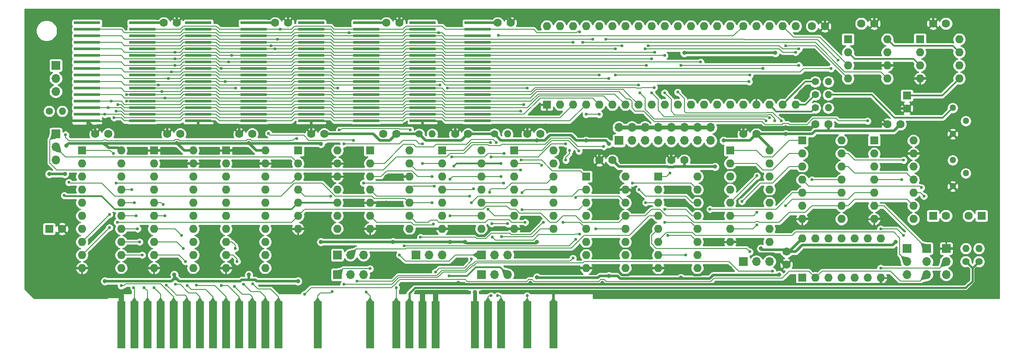
<source format=gbr>
G04 #@! TF.GenerationSoftware,KiCad,Pcbnew,(5.1.8)-1*
G04 #@! TF.CreationDate,2020-12-10T15:49:41+09:00*
G04 #@! TF.ProjectId,EX_MEM_AND_FM,45585f4d-454d-45f4-914e-445f464d2e6b,0.2*
G04 #@! TF.SameCoordinates,PX120bdf8PY82ed558*
G04 #@! TF.FileFunction,Copper,L1,Top*
G04 #@! TF.FilePolarity,Positive*
%FSLAX46Y46*%
G04 Gerber Fmt 4.6, Leading zero omitted, Abs format (unit mm)*
G04 Created by KiCad (PCBNEW (5.1.8)-1) date 2020-12-10 15:49:41*
%MOMM*%
%LPD*%
G01*
G04 APERTURE LIST*
G04 #@! TA.AperFunction,ComponentPad*
%ADD10C,1.400000*%
G04 #@! TD*
G04 #@! TA.AperFunction,ComponentPad*
%ADD11O,1.400000X1.400000*%
G04 #@! TD*
G04 #@! TA.AperFunction,ComponentPad*
%ADD12R,1.600000X1.600000*%
G04 #@! TD*
G04 #@! TA.AperFunction,ComponentPad*
%ADD13O,1.600000X1.600000*%
G04 #@! TD*
G04 #@! TA.AperFunction,SMDPad,CuDef*
%ADD14C,0.100000*%
G04 #@! TD*
G04 #@! TA.AperFunction,SMDPad,CuDef*
%ADD15R,5.080000X0.600000*%
G04 #@! TD*
G04 #@! TA.AperFunction,ComponentPad*
%ADD16C,1.260000*%
G04 #@! TD*
G04 #@! TA.AperFunction,ComponentPad*
%ADD17R,1.700000X1.700000*%
G04 #@! TD*
G04 #@! TA.AperFunction,ComponentPad*
%ADD18O,1.700000X1.700000*%
G04 #@! TD*
G04 #@! TA.AperFunction,ComponentPad*
%ADD19C,1.600000*%
G04 #@! TD*
G04 #@! TA.AperFunction,ConnectorPad*
%ADD20R,1.524000X9.144000*%
G04 #@! TD*
G04 #@! TA.AperFunction,ViaPad*
%ADD21C,0.800000*%
G04 #@! TD*
G04 #@! TA.AperFunction,ViaPad*
%ADD22C,0.600000*%
G04 #@! TD*
G04 #@! TA.AperFunction,Conductor*
%ADD23C,0.300000*%
G04 #@! TD*
G04 #@! TA.AperFunction,Conductor*
%ADD24C,0.200000*%
G04 #@! TD*
G04 #@! TA.AperFunction,Conductor*
%ADD25C,0.500000*%
G04 #@! TD*
G04 #@! TA.AperFunction,Conductor*
%ADD26C,1.000000*%
G04 #@! TD*
G04 #@! TA.AperFunction,Conductor*
%ADD27C,0.800000*%
G04 #@! TD*
G04 #@! TA.AperFunction,Conductor*
%ADD28C,0.400000*%
G04 #@! TD*
G04 #@! TA.AperFunction,Conductor*
%ADD29C,0.254000*%
G04 #@! TD*
G04 #@! TA.AperFunction,Conductor*
%ADD30C,0.100000*%
G04 #@! TD*
G04 APERTURE END LIST*
D10*
X183007000Y17907000D03*
D11*
X183007000Y20447000D03*
D10*
X185547000Y17907000D03*
D11*
X185547000Y20447000D03*
D12*
X151257000Y14732000D03*
D13*
X166497000Y22352000D03*
X153797000Y14732000D03*
X163957000Y22352000D03*
X156337000Y14732000D03*
X161417000Y22352000D03*
X158877000Y14732000D03*
X158877000Y22352000D03*
X161417000Y14732000D03*
X156337000Y22352000D03*
X163957000Y14732000D03*
X153797000Y22352000D03*
X166497000Y14732000D03*
X151257000Y22352000D03*
D12*
X165227000Y41402000D03*
D13*
X172847000Y26162000D03*
X165227000Y38862000D03*
X172847000Y28702000D03*
X165227000Y36322000D03*
X172847000Y31242000D03*
X165227000Y33782000D03*
X172847000Y33782000D03*
X165227000Y31242000D03*
X172847000Y36322000D03*
X165227000Y28702000D03*
X172847000Y38862000D03*
X165227000Y26162000D03*
X172847000Y41402000D03*
D12*
X137287000Y39497000D03*
D13*
X144907000Y21717000D03*
X137287000Y36957000D03*
X144907000Y24257000D03*
X137287000Y34417000D03*
X144907000Y26797000D03*
X137287000Y31877000D03*
X144907000Y29337000D03*
X137287000Y29337000D03*
X144907000Y31877000D03*
X137287000Y26797000D03*
X144907000Y34417000D03*
X137287000Y24257000D03*
X144907000Y36957000D03*
X137287000Y21717000D03*
X144907000Y39497000D03*
D12*
X123317000Y34417000D03*
D13*
X130937000Y16637000D03*
X123317000Y31877000D03*
X130937000Y19177000D03*
X123317000Y29337000D03*
X130937000Y21717000D03*
X123317000Y26797000D03*
X130937000Y24257000D03*
X123317000Y24257000D03*
X130937000Y26797000D03*
X123317000Y21717000D03*
X130937000Y29337000D03*
X123317000Y19177000D03*
X130937000Y31877000D03*
X123317000Y16637000D03*
X130937000Y34417000D03*
D12*
X109347000Y34417000D03*
D13*
X116967000Y16637000D03*
X109347000Y31877000D03*
X116967000Y19177000D03*
X109347000Y29337000D03*
X116967000Y21717000D03*
X109347000Y26797000D03*
X116967000Y24257000D03*
X109347000Y24257000D03*
X116967000Y26797000D03*
X109347000Y21717000D03*
X116967000Y29337000D03*
X109347000Y19177000D03*
X116967000Y31877000D03*
X109347000Y16637000D03*
X116967000Y34417000D03*
D12*
X95377000Y39497000D03*
D13*
X102997000Y24257000D03*
X95377000Y36957000D03*
X102997000Y26797000D03*
X95377000Y34417000D03*
X102997000Y29337000D03*
X95377000Y31877000D03*
X102997000Y31877000D03*
X95377000Y29337000D03*
X102997000Y34417000D03*
X95377000Y26797000D03*
X102997000Y36957000D03*
X95377000Y24257000D03*
X102997000Y39497000D03*
D12*
X81407000Y39497000D03*
D13*
X89027000Y24257000D03*
X81407000Y36957000D03*
X89027000Y26797000D03*
X81407000Y34417000D03*
X89027000Y29337000D03*
X81407000Y31877000D03*
X89027000Y31877000D03*
X81407000Y29337000D03*
X89027000Y34417000D03*
X81407000Y26797000D03*
X89027000Y36957000D03*
X81407000Y24257000D03*
X89027000Y39497000D03*
D12*
X151257000Y41402000D03*
D13*
X158877000Y26162000D03*
X151257000Y38862000D03*
X158877000Y28702000D03*
X151257000Y36322000D03*
X158877000Y31242000D03*
X151257000Y33782000D03*
X158877000Y33782000D03*
X151257000Y31242000D03*
X158877000Y36322000D03*
X151257000Y28702000D03*
X158877000Y38862000D03*
X151257000Y26162000D03*
X158877000Y41402000D03*
D12*
X67437000Y39497000D03*
D13*
X75057000Y24257000D03*
X67437000Y36957000D03*
X75057000Y26797000D03*
X67437000Y34417000D03*
X75057000Y29337000D03*
X67437000Y31877000D03*
X75057000Y31877000D03*
X67437000Y29337000D03*
X75057000Y34417000D03*
X67437000Y26797000D03*
X75057000Y36957000D03*
X67437000Y24257000D03*
X75057000Y39497000D03*
D12*
X53467000Y39497000D03*
D13*
X61087000Y24257000D03*
X53467000Y36957000D03*
X61087000Y26797000D03*
X53467000Y34417000D03*
X61087000Y29337000D03*
X53467000Y31877000D03*
X61087000Y31877000D03*
X53467000Y29337000D03*
X61087000Y34417000D03*
X53467000Y26797000D03*
X61087000Y36957000D03*
X53467000Y24257000D03*
X61087000Y39497000D03*
D12*
X39497000Y39497000D03*
D13*
X47117000Y16637000D03*
X39497000Y36957000D03*
X47117000Y19177000D03*
X39497000Y34417000D03*
X47117000Y21717000D03*
X39497000Y31877000D03*
X47117000Y24257000D03*
X39497000Y29337000D03*
X47117000Y26797000D03*
X39497000Y26797000D03*
X47117000Y29337000D03*
X39497000Y24257000D03*
X47117000Y31877000D03*
X39497000Y21717000D03*
X47117000Y34417000D03*
X39497000Y19177000D03*
X47117000Y36957000D03*
X39497000Y16637000D03*
X47117000Y39497000D03*
D12*
X25527000Y39497000D03*
D13*
X33147000Y16637000D03*
X25527000Y36957000D03*
X33147000Y19177000D03*
X25527000Y34417000D03*
X33147000Y21717000D03*
X25527000Y31877000D03*
X33147000Y24257000D03*
X25527000Y29337000D03*
X33147000Y26797000D03*
X25527000Y26797000D03*
X33147000Y29337000D03*
X25527000Y24257000D03*
X33147000Y31877000D03*
X25527000Y21717000D03*
X33147000Y34417000D03*
X25527000Y19177000D03*
X33147000Y36957000D03*
X25527000Y16637000D03*
X33147000Y39497000D03*
D12*
X11557000Y39497000D03*
D13*
X19177000Y16637000D03*
X11557000Y36957000D03*
X19177000Y19177000D03*
X11557000Y34417000D03*
X19177000Y21717000D03*
X11557000Y31877000D03*
X19177000Y24257000D03*
X11557000Y29337000D03*
X19177000Y26797000D03*
X11557000Y26797000D03*
X19177000Y29337000D03*
X11557000Y24257000D03*
X19177000Y31877000D03*
X11557000Y21717000D03*
X19177000Y34417000D03*
X11557000Y19177000D03*
X19177000Y36957000D03*
X11557000Y16637000D03*
X19177000Y39497000D03*
G04 #@! TA.AperFunction,SMDPad,CuDef*
D14*
G36*
X102372000Y10041000D02*
G01*
X102992000Y11041000D01*
X103002000Y11041000D01*
X103622000Y10041000D01*
X102372000Y10041000D01*
G37*
G04 #@! TD.AperFunction*
G04 #@! TA.AperFunction,SMDPad,CuDef*
G36*
X97292000Y9914000D02*
G01*
X97912000Y10914000D01*
X97922000Y10914000D01*
X98542000Y9914000D01*
X97292000Y9914000D01*
G37*
G04 #@! TD.AperFunction*
G04 #@! TA.AperFunction,SMDPad,CuDef*
G36*
X92212000Y10041000D02*
G01*
X92832000Y11041000D01*
X92842000Y11041000D01*
X93462000Y10041000D01*
X92212000Y10041000D01*
G37*
G04 #@! TD.AperFunction*
G04 #@! TA.AperFunction,SMDPad,CuDef*
G36*
X89672000Y10041000D02*
G01*
X90292000Y11041000D01*
X90302000Y11041000D01*
X90922000Y10041000D01*
X89672000Y10041000D01*
G37*
G04 #@! TD.AperFunction*
G04 #@! TA.AperFunction,SMDPad,CuDef*
G36*
X74432000Y10041000D02*
G01*
X75052000Y11041000D01*
X75062000Y11041000D01*
X75682000Y10041000D01*
X74432000Y10041000D01*
G37*
G04 #@! TD.AperFunction*
G04 #@! TA.AperFunction,SMDPad,CuDef*
G36*
X71892000Y10041000D02*
G01*
X72512000Y11041000D01*
X72522000Y11041000D01*
X73142000Y10041000D01*
X71892000Y10041000D01*
G37*
G04 #@! TD.AperFunction*
G04 #@! TA.AperFunction,SMDPad,CuDef*
G36*
X66812000Y10041000D02*
G01*
X67432000Y11041000D01*
X67442000Y11041000D01*
X68062000Y10041000D01*
X66812000Y10041000D01*
G37*
G04 #@! TD.AperFunction*
G04 #@! TA.AperFunction,SMDPad,CuDef*
G36*
X56652000Y10041000D02*
G01*
X57272000Y11041000D01*
X57282000Y11041000D01*
X57902000Y10041000D01*
X56652000Y10041000D01*
G37*
G04 #@! TD.AperFunction*
G04 #@! TA.AperFunction,SMDPad,CuDef*
G36*
X49032000Y10041000D02*
G01*
X49652000Y11041000D01*
X49662000Y11041000D01*
X50282000Y10041000D01*
X49032000Y10041000D01*
G37*
G04 #@! TD.AperFunction*
G04 #@! TA.AperFunction,SMDPad,CuDef*
G36*
X46492000Y10041000D02*
G01*
X47112000Y11041000D01*
X47122000Y11041000D01*
X47742000Y10041000D01*
X46492000Y10041000D01*
G37*
G04 #@! TD.AperFunction*
G04 #@! TA.AperFunction,SMDPad,CuDef*
G36*
X43952000Y10041000D02*
G01*
X44572000Y11041000D01*
X44582000Y11041000D01*
X45202000Y10041000D01*
X43952000Y10041000D01*
G37*
G04 #@! TD.AperFunction*
G04 #@! TA.AperFunction,SMDPad,CuDef*
G36*
X41412000Y10041000D02*
G01*
X42032000Y11041000D01*
X42042000Y11041000D01*
X42662000Y10041000D01*
X41412000Y10041000D01*
G37*
G04 #@! TD.AperFunction*
G04 #@! TA.AperFunction,SMDPad,CuDef*
G36*
X38872000Y10041000D02*
G01*
X39492000Y11041000D01*
X39502000Y11041000D01*
X40122000Y10041000D01*
X38872000Y10041000D01*
G37*
G04 #@! TD.AperFunction*
G04 #@! TA.AperFunction,SMDPad,CuDef*
G36*
X36332000Y10041000D02*
G01*
X36952000Y11041000D01*
X36962000Y11041000D01*
X37582000Y10041000D01*
X36332000Y10041000D01*
G37*
G04 #@! TD.AperFunction*
G04 #@! TA.AperFunction,SMDPad,CuDef*
G36*
X33792000Y10041000D02*
G01*
X34412000Y11041000D01*
X34422000Y11041000D01*
X35042000Y10041000D01*
X33792000Y10041000D01*
G37*
G04 #@! TD.AperFunction*
G04 #@! TA.AperFunction,SMDPad,CuDef*
G36*
X31252000Y10041000D02*
G01*
X31872000Y11041000D01*
X31882000Y11041000D01*
X32502000Y10041000D01*
X31252000Y10041000D01*
G37*
G04 #@! TD.AperFunction*
G04 #@! TA.AperFunction,SMDPad,CuDef*
G36*
X28712000Y10041000D02*
G01*
X29332000Y11041000D01*
X29342000Y11041000D01*
X29962000Y10041000D01*
X28712000Y10041000D01*
G37*
G04 #@! TD.AperFunction*
G04 #@! TA.AperFunction,SMDPad,CuDef*
G36*
X26172000Y10041000D02*
G01*
X26792000Y11041000D01*
X26802000Y11041000D01*
X27422000Y10041000D01*
X26172000Y10041000D01*
G37*
G04 #@! TD.AperFunction*
G04 #@! TA.AperFunction,SMDPad,CuDef*
G36*
X23632000Y10041000D02*
G01*
X24252000Y11041000D01*
X24262000Y11041000D01*
X24882000Y10041000D01*
X23632000Y10041000D01*
G37*
G04 #@! TD.AperFunction*
G04 #@! TA.AperFunction,SMDPad,CuDef*
G36*
X21092000Y10041000D02*
G01*
X21712000Y11041000D01*
X21722000Y11041000D01*
X22342000Y10041000D01*
X21092000Y10041000D01*
G37*
G04 #@! TD.AperFunction*
G04 #@! TA.AperFunction,SMDPad,CuDef*
G36*
X93256612Y15333505D02*
G01*
X92987911Y16479018D01*
X92994982Y16486089D01*
X94140495Y16217388D01*
X93256612Y15333505D01*
G37*
G04 #@! TD.AperFunction*
G04 #@! TA.AperFunction,SMDPad,CuDef*
G36*
X179230495Y17056612D02*
G01*
X178084982Y16787911D01*
X178077911Y16794982D01*
X178346612Y17940495D01*
X179230495Y17056612D01*
G37*
G04 #@! TD.AperFunction*
G04 #@! TA.AperFunction,SMDPad,CuDef*
G36*
X175420495Y14516612D02*
G01*
X174274982Y14247911D01*
X174267911Y14254982D01*
X174536612Y15400495D01*
X175420495Y14516612D01*
G37*
G04 #@! TD.AperFunction*
G04 #@! TA.AperFunction,SMDPad,CuDef*
G36*
X170726612Y17873505D02*
G01*
X170457911Y19019018D01*
X170464982Y19026089D01*
X171610495Y18757388D01*
X170726612Y17873505D01*
G37*
G04 #@! TD.AperFunction*
G04 #@! TA.AperFunction,SMDPad,CuDef*
G36*
X174536612Y20413505D02*
G01*
X174267911Y21559018D01*
X174274982Y21566089D01*
X175420495Y21297388D01*
X174536612Y20413505D01*
G37*
G04 #@! TD.AperFunction*
G04 #@! TA.AperFunction,SMDPad,CuDef*
G36*
X88257000Y18552000D02*
G01*
X87257000Y19172000D01*
X87257000Y19182000D01*
X88257000Y19802000D01*
X88257000Y18552000D01*
G37*
G04 #@! TD.AperFunction*
G04 #@! TA.AperFunction,SMDPad,CuDef*
G36*
X63593505Y20027388D02*
G01*
X64739018Y20296089D01*
X64746089Y20289018D01*
X64477388Y19143505D01*
X63593505Y20027388D01*
G37*
G04 #@! TD.AperFunction*
G04 #@! TA.AperFunction,SMDPad,CuDef*
G36*
X61053505Y16217388D02*
G01*
X62199018Y16486089D01*
X62206089Y16479018D01*
X61937388Y15333505D01*
X61053505Y16217388D01*
G37*
G04 #@! TD.AperFunction*
G04 #@! TA.AperFunction,SMDPad,CuDef*
G36*
X6510495Y41821612D02*
G01*
X5364982Y41552911D01*
X5357911Y41559982D01*
X5626612Y42705495D01*
X6510495Y41821612D01*
G37*
G04 #@! TD.AperFunction*
G04 #@! TA.AperFunction,SMDPad,CuDef*
G36*
X7327388Y40165495D02*
G01*
X7596089Y39019982D01*
X7589018Y39012911D01*
X6443505Y39281612D01*
X7327388Y40165495D01*
G37*
G04 #@! TD.AperFunction*
D12*
X174117000Y61087000D03*
D13*
X181737000Y53467000D03*
X174117000Y58547000D03*
X181737000Y56007000D03*
X174117000Y56007000D03*
X181737000Y58547000D03*
X174117000Y53467000D03*
X181737000Y61087000D03*
D12*
X160147000Y61087000D03*
D13*
X167767000Y53467000D03*
X160147000Y58547000D03*
X167767000Y56007000D03*
X160147000Y56007000D03*
X167767000Y58547000D03*
X160147000Y53467000D03*
X167767000Y61087000D03*
D12*
X101727000Y48387000D03*
D13*
X149987000Y63627000D03*
X104267000Y48387000D03*
X147447000Y63627000D03*
X106807000Y48387000D03*
X144907000Y63627000D03*
X109347000Y48387000D03*
X142367000Y63627000D03*
X111887000Y48387000D03*
X139827000Y63627000D03*
X114427000Y48387000D03*
X137287000Y63627000D03*
X116967000Y48387000D03*
X134747000Y63627000D03*
X119507000Y48387000D03*
X132207000Y63627000D03*
X122047000Y48387000D03*
X129667000Y63627000D03*
X124587000Y48387000D03*
X127127000Y63627000D03*
X127127000Y48387000D03*
X124587000Y63627000D03*
X129667000Y48387000D03*
X122047000Y63627000D03*
X132207000Y48387000D03*
X119507000Y63627000D03*
X134747000Y48387000D03*
X116967000Y63627000D03*
X137287000Y48387000D03*
X114427000Y63627000D03*
X139827000Y48387000D03*
X111887000Y63627000D03*
X142367000Y48387000D03*
X109347000Y63627000D03*
X144907000Y48387000D03*
X106807000Y63627000D03*
X147447000Y48387000D03*
X104267000Y63627000D03*
X149987000Y48387000D03*
X101727000Y63627000D03*
D15*
X77597000Y45212000D03*
X88287000Y45212000D03*
X77597000Y46482000D03*
X88287000Y46482000D03*
X77597000Y47752000D03*
X88287000Y47752000D03*
X77597000Y49022000D03*
X88287000Y49022000D03*
X77597000Y50292000D03*
X88287000Y50292000D03*
X77597000Y51562000D03*
X88287000Y51562000D03*
X77597000Y52832000D03*
X88287000Y52832000D03*
X77597000Y54102000D03*
X88287000Y54102000D03*
X77597000Y55372000D03*
X88287000Y55372000D03*
X77597000Y56642000D03*
X88287000Y56642000D03*
X77597000Y57912000D03*
X88287000Y57912000D03*
X77597000Y59182000D03*
X88287000Y59182000D03*
X77597000Y60452000D03*
X88287000Y60452000D03*
X77597000Y61722000D03*
X88287000Y61722000D03*
X77597000Y62992000D03*
X88287000Y62992000D03*
X77597000Y64262000D03*
X88287000Y64262000D03*
X56007000Y45212000D03*
X66697000Y45212000D03*
X56007000Y46482000D03*
X66697000Y46482000D03*
X56007000Y47752000D03*
X66697000Y47752000D03*
X56007000Y49022000D03*
X66697000Y49022000D03*
X56007000Y50292000D03*
X66697000Y50292000D03*
X56007000Y51562000D03*
X66697000Y51562000D03*
X56007000Y52832000D03*
X66697000Y52832000D03*
X56007000Y54102000D03*
X66697000Y54102000D03*
X56007000Y55372000D03*
X66697000Y55372000D03*
X56007000Y56642000D03*
X66697000Y56642000D03*
X56007000Y57912000D03*
X66697000Y57912000D03*
X56007000Y59182000D03*
X66697000Y59182000D03*
X56007000Y60452000D03*
X66697000Y60452000D03*
X56007000Y61722000D03*
X66697000Y61722000D03*
X56007000Y62992000D03*
X66697000Y62992000D03*
X56007000Y64262000D03*
X66697000Y64262000D03*
X34152000Y45212000D03*
X44842000Y45212000D03*
X34152000Y46482000D03*
X44842000Y46482000D03*
X34152000Y47752000D03*
X44842000Y47752000D03*
X34152000Y49022000D03*
X44842000Y49022000D03*
X34152000Y50292000D03*
X44842000Y50292000D03*
X34152000Y51562000D03*
X44842000Y51562000D03*
X34152000Y52832000D03*
X44842000Y52832000D03*
X34152000Y54102000D03*
X44842000Y54102000D03*
X34152000Y55372000D03*
X44842000Y55372000D03*
X34152000Y56642000D03*
X44842000Y56642000D03*
X34152000Y57912000D03*
X44842000Y57912000D03*
X34152000Y59182000D03*
X44842000Y59182000D03*
X34152000Y60452000D03*
X44842000Y60452000D03*
X34152000Y61722000D03*
X44842000Y61722000D03*
X34152000Y62992000D03*
X44842000Y62992000D03*
X34152000Y64262000D03*
X44842000Y64262000D03*
X12562000Y45212000D03*
X23252000Y45212000D03*
X12562000Y46482000D03*
X23252000Y46482000D03*
X12562000Y47752000D03*
X23252000Y47752000D03*
X12562000Y49022000D03*
X23252000Y49022000D03*
X12562000Y50292000D03*
X23252000Y50292000D03*
X12562000Y51562000D03*
X23252000Y51562000D03*
X12562000Y52832000D03*
X23252000Y52832000D03*
X12562000Y54102000D03*
X23252000Y54102000D03*
X12562000Y55372000D03*
X23252000Y55372000D03*
X12562000Y56642000D03*
X23252000Y56642000D03*
X12562000Y57912000D03*
X23252000Y57912000D03*
X12562000Y59182000D03*
X23252000Y59182000D03*
X12562000Y60452000D03*
X23252000Y60452000D03*
X12562000Y61722000D03*
X23252000Y61722000D03*
X12562000Y62992000D03*
X23252000Y62992000D03*
X12562000Y64262000D03*
X23252000Y64262000D03*
D16*
X180467000Y32512000D03*
X183007000Y35052000D03*
X180467000Y37592000D03*
X180467000Y42672000D03*
X183007000Y45212000D03*
X180467000Y47752000D03*
D10*
X153797000Y47752000D03*
D11*
X156337000Y47752000D03*
D10*
X153797000Y52832000D03*
D11*
X156337000Y52832000D03*
D10*
X153797000Y50292000D03*
D11*
X156337000Y50292000D03*
D10*
X91567000Y42672000D03*
D11*
X94107000Y42672000D03*
D10*
X76962000Y42672000D03*
D11*
X79502000Y42672000D03*
D10*
X5207000Y47117000D03*
D11*
X7747000Y47117000D03*
D17*
X61087000Y15367000D03*
D18*
X63627000Y15367000D03*
X66167000Y15367000D03*
D17*
X179197000Y20447000D03*
D18*
X179197000Y17907000D03*
X179197000Y15367000D03*
D17*
X61087000Y19177000D03*
D18*
X63627000Y19177000D03*
X66167000Y19177000D03*
D17*
X175387000Y20447000D03*
D18*
X175387000Y17907000D03*
X175387000Y15367000D03*
D17*
X139827000Y17907000D03*
D18*
X142367000Y17907000D03*
X144907000Y17907000D03*
D17*
X171577000Y20447000D03*
D18*
X171577000Y17907000D03*
X171577000Y15367000D03*
D17*
X115697000Y41402000D03*
D18*
X115697000Y43942000D03*
X118237000Y41402000D03*
X118237000Y43942000D03*
X120777000Y41402000D03*
X120777000Y43942000D03*
X123317000Y41402000D03*
X123317000Y43942000D03*
X125857000Y41402000D03*
X125857000Y43942000D03*
X128397000Y41402000D03*
X128397000Y43942000D03*
X130937000Y41402000D03*
X130937000Y43942000D03*
X133477000Y41402000D03*
X133477000Y43942000D03*
D17*
X89027000Y15367000D03*
D18*
X91567000Y15367000D03*
X94107000Y15367000D03*
D17*
X89027000Y19177000D03*
D18*
X91567000Y19177000D03*
X94107000Y19177000D03*
D17*
X76327000Y19177000D03*
D18*
X78867000Y19177000D03*
X81407000Y19177000D03*
D17*
X6477000Y42672000D03*
D18*
X6477000Y40132000D03*
X6477000Y37592000D03*
D17*
X6477000Y56007000D03*
D18*
X6477000Y53467000D03*
X6477000Y50927000D03*
D12*
X176657000Y26797000D03*
D19*
X179157000Y26797000D03*
D12*
X186055000Y26797000D03*
D19*
X183555000Y26797000D03*
D12*
X171577000Y50165000D03*
D19*
X171577000Y47665000D03*
X176657000Y64135000D03*
X179157000Y64135000D03*
X165227000Y64135000D03*
X162727000Y64135000D03*
X153162000Y63627000D03*
X155662000Y63627000D03*
X148209000Y19812000D03*
X148209000Y17312000D03*
X142367000Y42672000D03*
X139867000Y42672000D03*
X170307000Y44577000D03*
X167807000Y44577000D03*
X156337000Y44577000D03*
X153837000Y44577000D03*
X128397000Y37592000D03*
X125897000Y37592000D03*
X92202000Y64262000D03*
X94702000Y64262000D03*
X70612000Y64262000D03*
X73112000Y64262000D03*
X49022000Y64262000D03*
X51522000Y64262000D03*
X27432000Y64262000D03*
X29932000Y64262000D03*
X86447000Y42672000D03*
X83947000Y42672000D03*
X114427000Y37592000D03*
X111927000Y37592000D03*
X100457000Y42672000D03*
X97957000Y42672000D03*
X72517000Y42672000D03*
X70017000Y42672000D03*
X58547000Y42672000D03*
X56047000Y42672000D03*
X44577000Y42672000D03*
X42077000Y42672000D03*
X30607000Y42672000D03*
X28107000Y42672000D03*
X16637000Y42672000D03*
X14137000Y42672000D03*
D12*
X5207000Y24257000D03*
D19*
X7707000Y24257000D03*
D20*
X102997000Y5588000D03*
X97917000Y5588000D03*
X92837000Y5588000D03*
X90297000Y5588000D03*
X87757000Y5588000D03*
X80137000Y5588000D03*
X77597000Y5588000D03*
X75057000Y5588000D03*
X72517000Y5588000D03*
X67437000Y5588000D03*
X57277000Y5588000D03*
X49657000Y5588000D03*
X47117000Y5588000D03*
X44577000Y5588000D03*
X42037000Y5588000D03*
X39497000Y5588000D03*
X36957000Y5588000D03*
X34417000Y5588000D03*
X31877000Y5588000D03*
X29337000Y5588000D03*
X26797000Y5588000D03*
X24257000Y5588000D03*
X21717000Y5588000D03*
X19177000Y5588000D03*
D21*
X14732000Y16637000D03*
X28702000Y36957000D03*
X28702000Y16637000D03*
X7707000Y16677000D03*
X28702000Y39497000D03*
X42672000Y39497000D03*
X42672000Y36957000D03*
X42672000Y16637000D03*
X56642000Y24257000D03*
X56642000Y36957000D03*
X53467000Y16637000D03*
X70612000Y24257000D03*
X84582000Y24257000D03*
X98552000Y24257000D03*
X70612000Y29337000D03*
X70612000Y34417000D03*
X111887000Y43942000D03*
X112522000Y16637000D03*
X126492000Y16637000D03*
D22*
X92621999Y44361999D03*
D21*
X101511999Y44361999D03*
X140462000Y21717000D03*
X154432000Y26162000D03*
X168402000Y26162000D03*
X98552000Y16637000D03*
X137287000Y16637000D03*
X134827001Y38942001D03*
X135382000Y43942000D03*
X165227000Y44577000D03*
X176657000Y53467000D03*
X165227000Y56007000D03*
X168402000Y38862000D03*
X86360000Y11938000D03*
X89154000Y11938000D03*
X84582000Y13716000D03*
X98552000Y13716000D03*
X98615500Y12001500D03*
X112522000Y13716000D03*
X112522000Y11938000D03*
X112522000Y31877000D03*
X74168000Y44577000D03*
X148082000Y43942000D03*
X142367000Y50292000D03*
X148717000Y50927000D03*
X146177000Y50927000D03*
X148209000Y13716000D03*
X148209000Y11938000D03*
X166497000Y11938000D03*
X76469242Y11953242D03*
X74168000Y11938000D03*
X150876000Y50546000D03*
X148082000Y45847000D03*
D22*
X154432000Y34925000D03*
X154432000Y41402000D03*
D21*
X168402000Y17907000D03*
X119761000Y27813000D03*
X121793000Y25781000D03*
X121666000Y18669000D03*
D22*
X98552000Y19177000D03*
X112522000Y21082000D03*
D21*
X112522000Y28067000D03*
X37249999Y44361999D03*
X73787000Y16637000D03*
X155067000Y57150000D03*
X142367000Y57150000D03*
X134731990Y13700990D03*
X134762010Y11953010D03*
D22*
X140462000Y35052000D03*
X140462000Y28956000D03*
X126619000Y31877000D03*
X126619000Y29337000D03*
D21*
X113792000Y40767000D03*
X16002000Y14097000D03*
X53467000Y14097000D03*
X29464000Y15367000D03*
X43942000Y15367000D03*
X57912000Y21717000D03*
X71882000Y21717000D03*
X85852000Y21717000D03*
X99822000Y21717000D03*
X99822000Y14859000D03*
X113792000Y15113000D03*
X127762000Y14732000D03*
X134366000Y36322000D03*
X136017000Y41402000D03*
X87757000Y11938000D03*
X29972000Y40894000D03*
X43942000Y40894000D03*
X57912000Y40767000D03*
X99822000Y41402000D03*
X148082000Y42672000D03*
X146812000Y15367000D03*
X169418000Y21717000D03*
X143256000Y20447000D03*
X128397000Y58420000D03*
X146050000Y58420000D03*
X5207000Y34925000D03*
X8255000Y34925000D03*
X8509000Y40386000D03*
X109347000Y41402000D03*
X16002000Y40767000D03*
X82931000Y21717000D03*
D22*
X96647000Y35687000D03*
X96901000Y27940000D03*
X86741000Y30607000D03*
X80137000Y15875000D03*
X87122000Y18415000D03*
X90932000Y38227000D03*
X105410000Y40767000D03*
X67437000Y16510000D03*
X64897000Y14097000D03*
X106807000Y18542000D03*
X105410000Y37592000D03*
X106172000Y39497000D03*
X109347000Y46482000D03*
X111887000Y46482000D03*
X115062000Y54102000D03*
X141097000Y54102000D03*
X62357000Y13462000D03*
X148082000Y28702000D03*
X145542000Y16002000D03*
X59817000Y30607000D03*
X54737000Y11557000D03*
X41275000Y20447000D03*
X31242000Y20447000D03*
X27686000Y26797000D03*
X23241000Y19177000D03*
X22352000Y24257000D03*
X21717000Y29337000D03*
X97917000Y11303000D03*
X97536000Y25527000D03*
X92202000Y11303000D03*
X93345000Y33147000D03*
X66167000Y33147000D03*
X90932000Y11303000D03*
X87122000Y29337000D03*
X72517000Y12827000D03*
X66675000Y11938000D03*
X60071000Y12065000D03*
X44704000Y13589000D03*
X41656000Y17907000D03*
X42926000Y13462000D03*
X41148000Y13081000D03*
X38608000Y13208000D03*
X33782000Y13335000D03*
X31623000Y17907000D03*
X32004000Y13208000D03*
X30861000Y22987000D03*
X29718000Y13462000D03*
X27305000Y28956000D03*
X27940000Y13335000D03*
X19177000Y13208000D03*
X25527000Y12827000D03*
X22733000Y21717000D03*
X23622000Y12827000D03*
X22098000Y26797000D03*
X21590000Y12827000D03*
X21209000Y31877000D03*
X77216000Y22606000D03*
X101092000Y25527000D03*
X104902000Y25527000D03*
X61468000Y43434000D03*
X61214000Y51562000D03*
X75247500Y43497500D03*
X77597000Y36957000D03*
X83693000Y36449000D03*
X92837000Y36957000D03*
X82804000Y15113000D03*
X90297000Y28067000D03*
X41402000Y51562000D03*
X47752000Y42799000D03*
X64262000Y41402000D03*
X73152000Y19177000D03*
X90805000Y41021000D03*
X96901000Y31242000D03*
X94107000Y25273000D03*
X91059000Y25273000D03*
X118364000Y33147000D03*
X112776000Y40259000D03*
X133350000Y28067000D03*
X119634000Y31877000D03*
X124587000Y28067000D03*
X124587000Y25527000D03*
X125222000Y22987000D03*
X128651000Y19177000D03*
X8128000Y30734000D03*
X80772000Y62357000D03*
X17653000Y38862000D03*
X18415000Y25527000D03*
X16891000Y24511000D03*
X20193000Y50292000D03*
X16891000Y27051000D03*
X20193000Y49022000D03*
X18542000Y48387000D03*
X18161000Y47117000D03*
X17780000Y45847000D03*
X16002000Y46482000D03*
X96647000Y47117000D03*
X16637000Y47752000D03*
X97282000Y48387000D03*
X17272000Y49022000D03*
X18161000Y33147000D03*
X29591000Y58547000D03*
X122682000Y58547000D03*
X29591000Y57277000D03*
X122047000Y57277000D03*
X29591000Y56007000D03*
X121031000Y56007000D03*
X28956000Y54737000D03*
X156845000Y55372000D03*
X170942000Y22987000D03*
X166497000Y24257000D03*
X113792000Y53467000D03*
X28321000Y53467000D03*
X120904000Y29337000D03*
X119507000Y52197000D03*
X26416000Y52197000D03*
X122555000Y51727020D03*
X27051000Y50927000D03*
X125603000Y35052000D03*
X27686000Y49657000D03*
X163957000Y45212000D03*
X50038000Y62992000D03*
X144272000Y45212000D03*
X108077000Y62484000D03*
X119761000Y50673000D03*
X49530000Y61087000D03*
X144907000Y45847000D03*
X110617000Y61087000D03*
X122047000Y50673000D03*
X49022000Y59182000D03*
X145923000Y45212000D03*
X115062000Y59182000D03*
X124587000Y50673000D03*
X48260000Y59817000D03*
X147193000Y45212000D03*
X116332000Y59817000D03*
X127127000Y50800000D03*
X38608000Y55372000D03*
X142494000Y25019000D03*
X143637000Y55372000D03*
X39370000Y52832000D03*
X140970000Y52832000D03*
X142494000Y27432000D03*
X40005000Y56642000D03*
X142494000Y34544000D03*
X131572000Y56642000D03*
X40640000Y57912000D03*
X124587000Y57912000D03*
X8382000Y42545000D03*
X53213000Y41783000D03*
X79502000Y34417000D03*
X83312000Y38227000D03*
X93472000Y38862000D03*
X96774000Y37592000D03*
X63373000Y62357000D03*
X82931000Y26797000D03*
X79756000Y25146000D03*
X107950000Y39370000D03*
X90678000Y31369000D03*
X111887000Y54102000D03*
X106807000Y60452000D03*
X111252000Y24257000D03*
X87503000Y32004000D03*
X91166990Y22625010D03*
X108077000Y23241000D03*
X81026000Y52197000D03*
X82423000Y51562000D03*
X97917000Y51562000D03*
X9017000Y33274000D03*
X79502000Y29337000D03*
X141097000Y19812000D03*
X166497000Y16637000D03*
X148082000Y59817000D03*
X92329000Y61849000D03*
X62357000Y40767000D03*
X77597000Y40767000D03*
X127762000Y56007000D03*
X150622000Y56007000D03*
X121412000Y59817000D03*
X150622000Y59182000D03*
X120777000Y59182000D03*
X149987000Y58547000D03*
X153162000Y33782000D03*
X113157000Y61087000D03*
X158242000Y57023998D03*
X108712000Y60452000D03*
X139573000Y29591000D03*
X174371000Y32258000D03*
X174879000Y30607000D03*
X91948000Y41021000D03*
X92964000Y22733000D03*
X92837000Y34417000D03*
X82931000Y33909000D03*
X79883000Y32512000D03*
X100711000Y36576000D03*
X74041000Y20955000D03*
X107315000Y22225000D03*
X107315000Y30353000D03*
X170561000Y33782000D03*
X170942000Y37592000D03*
D23*
X136017000Y35179000D02*
X136525000Y35687000D01*
X136525000Y35687000D02*
X139065000Y35687000D01*
X149479000Y35052000D02*
X153035000Y35052000D01*
X142621000Y30607000D02*
X146812000Y30607000D01*
X131572000Y30607000D02*
X130302000Y30607000D01*
X130302000Y30607000D02*
X129032000Y31877000D01*
D24*
X129032000Y31877000D02*
X126619000Y31877000D01*
X131572000Y30607000D02*
X132842000Y30607000D01*
D23*
X131572000Y28067000D02*
X130302000Y28067000D01*
X130302000Y28067000D02*
X129032000Y29337000D01*
D24*
X129032000Y29337000D02*
X126619000Y29337000D01*
X136652000Y33147000D02*
X138557000Y33147000D01*
X138557000Y33147000D02*
X140462000Y35052000D01*
D25*
X28702000Y36957000D02*
X33147000Y36957000D01*
X14732000Y16637000D02*
X11557000Y16637000D01*
X28702000Y16637000D02*
X25527000Y16637000D01*
X11517000Y16677000D02*
X11557000Y16637000D01*
X7707000Y16677000D02*
X11517000Y16677000D01*
X14137000Y43637000D02*
X12562000Y45212000D01*
X14137000Y42672000D02*
X14137000Y43637000D01*
X25527000Y39497000D02*
X28702000Y39497000D01*
X39497000Y39497000D02*
X42672000Y39497000D01*
X47117000Y36957000D02*
X42672000Y36957000D01*
X42672000Y39497000D02*
X42672000Y39497000D01*
X42672000Y36957000D02*
X42672000Y36957000D01*
X39497000Y16637000D02*
X42672000Y16637000D01*
X21175002Y16637000D02*
X25527000Y16637000D01*
X19825001Y15286999D02*
X21175002Y16637000D01*
X18528999Y15286999D02*
X19825001Y15286999D01*
X17178998Y16637000D02*
X18528999Y15286999D01*
X14732000Y16637000D02*
X17178998Y16637000D01*
X35145002Y16637000D02*
X39497000Y16637000D01*
X33795001Y15286999D02*
X35145002Y16637000D01*
X31148998Y16637000D02*
X32498999Y15286999D01*
X32498999Y15286999D02*
X33795001Y15286999D01*
X28702000Y16637000D02*
X31148998Y16637000D01*
X56642000Y24257000D02*
X53467000Y24257000D01*
X61087000Y36957000D02*
X56642000Y36957000D01*
X47765001Y15286999D02*
X49115002Y16637000D01*
X46468999Y15286999D02*
X47765001Y15286999D01*
X45118998Y16637000D02*
X46468999Y15286999D01*
X49115002Y16637000D02*
X53467000Y16637000D01*
X42672000Y16637000D02*
X45118998Y16637000D01*
X53467000Y16637000D02*
X53467000Y16637000D01*
X26417001Y44361999D02*
X25946999Y44361999D01*
X14137000Y43982000D02*
X14137000Y42672000D01*
X14516999Y44361999D02*
X14137000Y43982000D01*
X25946999Y44361999D02*
X14516999Y44361999D01*
X12562000Y45212000D02*
X3302000Y45212000D01*
X3302000Y28662000D02*
X7707000Y24257000D01*
X3302000Y45212000D02*
X3302000Y28662000D01*
X45847000Y44361999D02*
X57696999Y44361999D01*
X57696999Y44361999D02*
X63716999Y44361999D01*
X85306999Y44361999D02*
X87757000Y44361999D01*
X70612000Y24257000D02*
X67437000Y24257000D01*
X84582000Y24257000D02*
X81407000Y24257000D01*
X98552000Y24257000D02*
X95377000Y24257000D01*
X70612000Y29337000D02*
X67437000Y29337000D01*
X75057000Y34417000D02*
X70612000Y34417000D01*
X70612000Y34417000D02*
X70612000Y34417000D01*
X87757000Y44361999D02*
X92621999Y44361999D01*
X111467001Y44361999D02*
X111887000Y43942000D01*
X111887000Y43942000D02*
X111887000Y43942000D01*
X112522000Y16637000D02*
X109347000Y16637000D01*
X126492000Y16637000D02*
X123317000Y16637000D01*
X111927000Y37592000D02*
X111927000Y38822000D01*
X111927000Y38822000D02*
X112047001Y38942001D01*
X125897000Y38902000D02*
X125937001Y38942001D01*
X125897000Y37592000D02*
X125897000Y38902000D01*
X112047001Y38942001D02*
X125937001Y38942001D01*
X3302000Y45212000D02*
X3302000Y59182000D01*
X3302000Y59182000D02*
X8382000Y59182000D01*
X8382000Y59182000D02*
X8382000Y65532000D01*
X26783999Y65612001D02*
X27986999Y65612001D01*
X26703998Y65532000D02*
X26783999Y65612001D01*
X8382000Y65532000D02*
X26703998Y65532000D01*
X27986999Y65612001D02*
X28067000Y65532000D01*
X48373999Y65612001D02*
X49576999Y65612001D01*
X48293998Y65532000D02*
X48373999Y65612001D01*
X49576999Y65612001D02*
X49657000Y65532000D01*
X69883998Y65532000D02*
X69963999Y65612001D01*
X69963999Y65612001D02*
X71166999Y65612001D01*
X71166999Y65612001D02*
X71247000Y65532000D01*
X91553999Y65612001D02*
X92756999Y65612001D01*
X91473998Y65532000D02*
X91553999Y65612001D01*
X90932000Y65532000D02*
X91473998Y65532000D01*
X92756999Y65612001D02*
X92837000Y65532000D01*
X29932000Y64262000D02*
X29932000Y65492000D01*
X29972000Y65532000D02*
X48293998Y65532000D01*
X29932000Y65492000D02*
X29972000Y65532000D01*
X28067000Y65532000D02*
X29972000Y65532000D01*
X51522000Y65492000D02*
X51562000Y65532000D01*
X51522000Y64262000D02*
X51522000Y65492000D01*
X51562000Y65532000D02*
X69883998Y65532000D01*
X49657000Y65532000D02*
X51562000Y65532000D01*
X73112000Y65492000D02*
X73152000Y65532000D01*
X73112000Y64262000D02*
X73112000Y65492000D01*
X73152000Y65532000D02*
X90932000Y65532000D01*
X71247000Y65532000D02*
X73152000Y65532000D01*
X94702000Y64937000D02*
X94107000Y65532000D01*
X94702000Y64262000D02*
X94702000Y64937000D01*
X92837000Y65532000D02*
X94107000Y65532000D01*
X34152000Y44411998D02*
X34201999Y44361999D01*
X34152000Y45212000D02*
X34152000Y44411998D01*
X34201999Y44361999D02*
X37249999Y44361999D01*
X30147001Y44361999D02*
X34201999Y44361999D01*
X56007000Y42712000D02*
X56047000Y42672000D01*
X56007000Y45212000D02*
X56007000Y42712000D01*
X77597000Y44577000D02*
X77812001Y44361999D01*
X77597000Y45212000D02*
X77597000Y44577000D01*
X77812001Y44361999D02*
X78016999Y44361999D01*
X72097001Y44361999D02*
X77812001Y44361999D01*
X63716999Y44361999D02*
X70192001Y44361999D01*
X83947000Y43942000D02*
X83527001Y44361999D01*
X83527001Y44361999D02*
X85306999Y44361999D01*
X83947000Y42672000D02*
X83947000Y43942000D01*
X78016999Y44361999D02*
X83527001Y44361999D01*
X42077000Y44186998D02*
X42252001Y44361999D01*
X42077000Y42672000D02*
X42077000Y44186998D01*
X42252001Y44361999D02*
X45847000Y44361999D01*
X41861999Y44361999D02*
X42252001Y44361999D01*
X28107000Y43902000D02*
X27647001Y44361999D01*
X28107000Y42672000D02*
X28107000Y43902000D01*
X27647001Y44361999D02*
X25946999Y44361999D01*
X30147001Y44361999D02*
X27647001Y44361999D01*
X97957000Y44186998D02*
X98132001Y44361999D01*
X97957000Y42672000D02*
X97957000Y44186998D01*
X98132001Y44361999D02*
X101511999Y44361999D01*
X92621999Y44361999D02*
X98132001Y44361999D01*
X101511999Y44361999D02*
X111467001Y44361999D01*
X140462000Y21717000D02*
X137287000Y21717000D01*
X63085002Y24257000D02*
X67437000Y24257000D01*
X61735001Y22906999D02*
X63085002Y24257000D01*
X60438999Y22906999D02*
X61735001Y22906999D01*
X59088998Y24257000D02*
X60438999Y22906999D01*
X56642000Y24257000D02*
X59088998Y24257000D01*
X77597000Y24257000D02*
X81407000Y24257000D01*
X76246999Y22906999D02*
X77597000Y24257000D01*
X73058998Y24257000D02*
X74408999Y22906999D01*
X74408999Y22906999D02*
X76246999Y22906999D01*
X70612000Y24257000D02*
X73058998Y24257000D01*
X91025002Y24257000D02*
X95377000Y24257000D01*
X89675001Y22906999D02*
X91025002Y24257000D01*
X88378999Y22906999D02*
X89675001Y22906999D01*
X87028998Y24257000D02*
X88378999Y22906999D01*
X84582000Y24257000D02*
X87028998Y24257000D01*
X98552000Y16637000D02*
X109347000Y16637000D01*
X118965002Y16637000D02*
X123317000Y16637000D01*
X116318999Y15286999D02*
X117615001Y15286999D01*
X117615001Y15286999D02*
X118965002Y16637000D01*
X114968998Y16637000D02*
X116318999Y15286999D01*
X112522000Y16637000D02*
X114968998Y16637000D01*
X132935002Y16637000D02*
X133477000Y16637000D01*
X131585001Y15286999D02*
X132935002Y16637000D01*
X130288999Y15286999D02*
X131585001Y15286999D01*
X128938998Y16637000D02*
X130288999Y15286999D01*
X126492000Y16637000D02*
X128938998Y16637000D01*
X133477000Y16637000D02*
X137287000Y16637000D01*
X137287000Y16637000D02*
X137287000Y16637000D01*
D26*
X19177000Y11303000D02*
X7747000Y11303000D01*
D25*
X7747000Y16637000D02*
X7707000Y16677000D01*
X7747000Y11557000D02*
X7747000Y16637000D01*
X165227000Y65532000D02*
X165227000Y63627000D01*
X94107000Y65532000D02*
X155067000Y65532000D01*
X139867000Y42672000D02*
X139867000Y43902000D01*
X139867000Y43902000D02*
X139907000Y43942000D01*
X139907000Y43942000D02*
X135382000Y43942000D01*
X135382000Y43942000D02*
X135382000Y43942000D01*
X165227000Y65532000D02*
X176657000Y65532000D01*
X176657000Y65532000D02*
X176657000Y63627000D01*
X165227000Y56007000D02*
X167767000Y56007000D01*
X174117000Y53467000D02*
X176657000Y53467000D01*
X167767000Y56007000D02*
X169672000Y56007000D01*
X169672000Y56007000D02*
X172212000Y53467000D01*
X172212000Y53467000D02*
X174117000Y53467000D01*
X86106000Y12176990D02*
X86121010Y12176990D01*
X86121010Y12176990D02*
X86360000Y11938000D01*
X80152010Y12176990D02*
X80533010Y12176990D01*
X80533010Y12176990D02*
X86106000Y12176990D01*
X77612010Y12176990D02*
X76469242Y12176990D01*
X80533010Y12176990D02*
X80121990Y12176990D01*
X80121990Y12176990D02*
X77612010Y12176990D01*
X77612010Y5603010D02*
X77597000Y5588000D01*
X80121990Y5603010D02*
X80137000Y5588000D01*
X86360000Y11938000D02*
X86360000Y11938000D01*
X89154000Y12065000D02*
X89265990Y12176990D01*
X89154000Y11938000D02*
X89154000Y12065000D01*
X89265990Y12176990D02*
X99822000Y12176990D01*
X102997000Y12065000D02*
X102885010Y12176990D01*
X102997000Y5588000D02*
X102997000Y12065000D01*
X84485020Y13492020D02*
X84485020Y13873020D01*
X98440010Y13492020D02*
X84485020Y13492020D01*
X99537980Y13492020D02*
X99552990Y13477010D01*
X98440010Y13492020D02*
X99537980Y13492020D01*
X99552990Y13477010D02*
X100218010Y13477010D01*
X80756990Y13477010D02*
X80741980Y13492020D01*
X80741980Y13492020D02*
X75945768Y13492020D01*
X84485020Y13492020D02*
X80741980Y13492020D01*
X80675484Y13492020D02*
X75945768Y13492020D01*
X80690494Y13477010D02*
X80675484Y13492020D01*
X81137990Y13477010D02*
X80690494Y13477010D01*
X100218010Y13477010D02*
X81137990Y13477010D01*
X81137990Y13477010D02*
X80756990Y13477010D01*
X116967000Y31877000D02*
X112522000Y31877000D01*
X112522000Y31877000D02*
X112395000Y31877000D01*
X70192001Y44361999D02*
X71208001Y44361999D01*
X71208001Y44361999D02*
X72097001Y44361999D01*
X150495000Y43942000D02*
X150241000Y43942000D01*
X139907000Y43942000D02*
X148082000Y43942000D01*
X148717000Y50927000D02*
X142367000Y50927000D01*
X142367000Y50927000D02*
X142367000Y50292000D01*
X153837000Y44577000D02*
X153797000Y44577000D01*
X153162000Y43942000D02*
X149987000Y43942000D01*
X153797000Y44577000D02*
X153162000Y43942000D01*
X149987000Y43942000D02*
X150495000Y43942000D01*
X148082000Y43942000D02*
X149987000Y43942000D01*
X88969001Y11814990D02*
X89331001Y12176990D01*
X103108990Y12176990D02*
X102997000Y12065000D01*
X102346990Y12176990D02*
X102885010Y12176990D01*
X99822000Y12176990D02*
X102346990Y12176990D01*
X103647010Y12176990D02*
X102346990Y12176990D01*
X103647010Y12176990D02*
X103108990Y12176990D01*
X166497000Y13462000D02*
X166497000Y14732000D01*
X172847000Y38862000D02*
X168402000Y38862000D01*
X165227000Y26162000D02*
X168402000Y26162000D01*
X151257000Y26162000D02*
X154432000Y26162000D01*
X75945768Y13492020D02*
X75722020Y13492020D01*
X75722020Y13492020D02*
X74422000Y12192000D01*
X74422000Y12192000D02*
X74168000Y11938000D01*
X74168000Y11938000D02*
X73914000Y11938000D01*
X76469242Y11953242D02*
X76469242Y11953242D01*
X76469242Y11953242D02*
X76469242Y12176990D01*
X74168000Y11938000D02*
X74168000Y11938000D01*
X148082000Y46228000D02*
X148205991Y46351991D01*
X148082000Y45847000D02*
X148082000Y46228000D01*
X147955000Y46228000D02*
X147831009Y46351991D01*
X148082000Y46228000D02*
X147955000Y46228000D01*
X147577009Y46351991D02*
X148847009Y46351991D01*
X148205991Y46351991D02*
X148847009Y46351991D01*
X147831009Y46351991D02*
X147577009Y46351991D01*
X147577009Y46351991D02*
X146939000Y46351991D01*
X150876000Y50546000D02*
X150876000Y50800000D01*
X152019000Y51943000D02*
X152019000Y51969038D01*
X150876000Y50800000D02*
X152019000Y51943000D01*
X152273000Y51715038D02*
X152273000Y49757962D01*
X152019000Y51969038D02*
X152273000Y51715038D01*
X152273000Y49757962D02*
X151602048Y49087010D01*
X167691999Y44461999D02*
X167807000Y44577000D01*
X165227000Y45142685D02*
X165227000Y44577000D01*
X164017694Y46351991D02*
X165227000Y45142685D01*
X148847009Y46351991D02*
X164017694Y46351991D01*
X165227000Y44577000D02*
X167807000Y44577000D01*
X147788000Y17312000D02*
X148209000Y17312000D01*
X145669000Y19431000D02*
X147788000Y17312000D01*
X142748000Y19431000D02*
X145669000Y19431000D01*
X140462000Y21717000D02*
X142748000Y19431000D01*
X117856000Y31877000D02*
X116967000Y31877000D01*
X118999000Y30734000D02*
X117856000Y31877000D01*
X118999000Y28575000D02*
X118999000Y30734000D01*
X119761000Y27813000D02*
X118999000Y28575000D01*
X121496990Y18838010D02*
X121666000Y18669000D01*
X121496990Y25484990D02*
X121496990Y18838010D01*
X121793000Y25781000D02*
X121496990Y25484990D01*
X111887000Y20447000D02*
X112522000Y21082000D01*
D23*
X108077000Y20447000D02*
X111887000Y20447000D01*
D25*
X107188000Y19558000D02*
X108077000Y20447000D01*
X106314831Y19558000D02*
X107188000Y19558000D01*
X105933831Y19177000D02*
X106314831Y19558000D01*
X98552000Y19177000D02*
X105933831Y19177000D01*
X112522000Y21082000D02*
X114173000Y21082000D01*
D23*
X114827999Y20427001D02*
X118129999Y20427001D01*
D25*
X114173000Y21082000D02*
X114827999Y20427001D01*
X118129999Y20427001D02*
X118149998Y20447000D01*
X119888000Y20447000D02*
X121666000Y18669000D01*
X118149998Y20447000D02*
X119888000Y20447000D01*
X37249999Y44361999D02*
X41861999Y44361999D01*
X53467000Y16637000D02*
X54102000Y17272000D01*
X73152000Y17272000D02*
X73787000Y16637000D01*
D23*
X68072000Y17272000D02*
X73152000Y17272000D01*
D25*
X155067000Y57150000D02*
X142367000Y57150000D01*
X142367000Y57150000D02*
X142367000Y57150000D01*
X155662000Y65492000D02*
X155702000Y65532000D01*
X155662000Y63627000D02*
X155662000Y65492000D01*
X155702000Y65532000D02*
X165227000Y65532000D01*
X155067000Y65532000D02*
X155702000Y65532000D01*
X176657000Y38862000D02*
X180467000Y42672000D01*
X172847000Y38862000D02*
X176657000Y38862000D01*
X176657000Y36322000D02*
X180467000Y32512000D01*
X176657000Y38862000D02*
X176657000Y36322000D01*
D23*
X54102000Y17272000D02*
X66802000Y17272000D01*
X66802000Y17272000D02*
X67437000Y17907000D01*
X67437000Y17907000D02*
X68072000Y17272000D01*
D25*
X169672000Y56007000D02*
X169672000Y47752000D01*
X169759000Y47665000D02*
X169672000Y47752000D01*
X171577000Y47665000D02*
X169759000Y47665000D01*
D26*
X19177000Y11303000D02*
X19177000Y5588000D01*
X77597000Y5588000D02*
X77597000Y11811000D01*
D25*
X77597000Y11811000D02*
X80137000Y11811000D01*
D26*
X80137000Y11811000D02*
X80137000Y5588000D01*
D25*
X112760990Y13477010D02*
X112522000Y13716000D01*
X150101988Y13477010D02*
X148066990Y13477010D01*
X150116998Y13462000D02*
X150101988Y13477010D01*
X166497000Y13462000D02*
X150116998Y13462000D01*
X112283010Y13477010D02*
X112522000Y13716000D01*
X100218010Y13477010D02*
X111871990Y13477010D01*
X111871990Y13477010D02*
X113172010Y13477010D01*
X113172010Y13477010D02*
X112760990Y13477010D01*
X111871990Y13477010D02*
X112283010Y13477010D01*
X112283010Y12176990D02*
X112522000Y11938000D01*
X112760990Y12176990D02*
X112522000Y11938000D01*
X111902010Y12176990D02*
X113141990Y12176990D01*
X113141990Y12176990D02*
X112760990Y12176990D01*
X103647010Y12176990D02*
X111902010Y12176990D01*
X111902010Y12176990D02*
X112283010Y12176990D01*
X134731990Y13477010D02*
X113172010Y13477010D01*
X134762010Y12176990D02*
X134762010Y11953010D01*
X134762010Y12176990D02*
X113141990Y12176990D01*
X134731990Y13700990D02*
X134731990Y13477010D01*
X134762010Y11953010D02*
X134762010Y11572010D01*
D24*
X126492000Y31877000D02*
X126492000Y31877000D01*
X126492000Y29337000D02*
X126492000Y29337000D01*
X140462000Y35052000D02*
X140462000Y35052000D01*
D25*
X134112000Y30607000D02*
X134175500Y30670500D01*
X132842000Y30607000D02*
X134112000Y30607000D01*
D24*
X134175500Y30670500D02*
X136652000Y33147000D01*
X131572000Y28067000D02*
X134175500Y30670500D01*
D25*
X142621000Y30607000D02*
X142113000Y30607000D01*
X142113000Y30607000D02*
X140525500Y29019500D01*
X140462000Y28956000D02*
X140462000Y28956000D01*
X154305000Y35052000D02*
X154432000Y34925000D01*
X153035000Y35052000D02*
X154305000Y35052000D01*
X149479000Y35052000D02*
X148336000Y33909000D01*
X148336000Y33909000D02*
X148336000Y32131000D01*
X148336000Y32131000D02*
X146812000Y30607000D01*
X140462000Y28956000D02*
X140462000Y28956000D01*
D24*
X140462000Y35052000D02*
X140462000Y35052000D01*
X126492000Y31877000D02*
X126492000Y31877000D01*
X126619000Y29337000D02*
X126619000Y29337000D01*
D25*
X140525500Y29019500D02*
X140462000Y28956000D01*
X155575000Y40259000D02*
X154432000Y41402000D01*
D24*
X140462000Y35052000D02*
X140462000Y35052000D01*
D25*
X140462000Y28956000D02*
X140462000Y28956000D01*
D24*
X126619000Y31877000D02*
X126492000Y31877000D01*
X126619000Y29337000D02*
X126492000Y29337000D01*
D25*
X139827000Y35687000D02*
X140462000Y35052000D01*
X139065000Y35687000D02*
X139827000Y35687000D01*
D23*
X136017000Y35179000D02*
X133985000Y33147000D01*
D25*
X134112000Y33020000D02*
X134112000Y30607000D01*
X133985000Y33147000D02*
X134112000Y33020000D01*
X156210000Y40259000D02*
X156337000Y40132000D01*
X155575000Y40259000D02*
X156210000Y40259000D01*
X167132000Y40132000D02*
X168402000Y38862000D01*
X167005000Y40132000D02*
X167132000Y40132000D01*
X161290000Y40132000D02*
X161417000Y40132000D01*
D23*
X156337000Y40132000D02*
X161290000Y40132000D01*
D25*
X161417000Y40132000D02*
X161925000Y40640000D01*
X162433000Y40640000D02*
X162941000Y40132000D01*
X161925000Y40640000D02*
X162433000Y40640000D01*
D23*
X162941000Y40132000D02*
X167005000Y40132000D01*
D25*
X134827001Y38942001D02*
X134319001Y38942001D01*
X125937001Y38942001D02*
X134319001Y38942001D01*
X181102000Y20447000D02*
X179197000Y20447000D01*
X147970010Y13477010D02*
X148209000Y13716000D01*
X134731990Y13477010D02*
X147970010Y13477010D01*
X147970010Y12176990D02*
X148209000Y11938000D01*
X134762010Y12176990D02*
X147970010Y12176990D01*
X149578514Y12161980D02*
X149563504Y12176990D01*
X183261232Y12161980D02*
X149578514Y12161980D01*
X184927010Y13827758D02*
X183261232Y12161980D01*
X184927010Y16367758D02*
X184927010Y13827758D01*
X185196252Y16637000D02*
X184927010Y16367758D01*
X185196252Y16286252D02*
X185196252Y16637000D01*
X186817000Y16002000D02*
X185480504Y16002000D01*
X187452000Y16637000D02*
X186817000Y16002000D01*
X166497000Y13462000D02*
X182722748Y13462000D01*
X186182000Y22352000D02*
X187452000Y21082000D01*
X149563504Y12176990D02*
X148066990Y12176990D01*
X183626990Y14366242D02*
X183626990Y16367758D01*
X183357748Y16637000D02*
X183357748Y16352748D01*
X182722748Y13462000D02*
X183626990Y14366242D01*
X183626990Y16367758D02*
X183357748Y16637000D01*
X181102000Y16637000D02*
X181102000Y21082000D01*
X183357748Y16352748D02*
X183007000Y16002000D01*
X185480504Y16002000D02*
X185196252Y16286252D01*
X183007000Y16002000D02*
X181737000Y16002000D01*
X182372000Y22352000D02*
X186182000Y22352000D01*
X181737000Y16002000D02*
X181102000Y16637000D01*
X181102000Y21082000D02*
X182372000Y22352000D01*
X187452000Y21082000D02*
X187452000Y16637000D01*
X23252000Y64262000D02*
X27432000Y64262000D01*
X44842000Y64262000D02*
X49022000Y64262000D01*
X66697000Y64262000D02*
X70612000Y64262000D01*
X88287000Y64262000D02*
X92202000Y64262000D01*
X34336999Y40847001D02*
X40737001Y40847001D01*
X16717001Y40847001D02*
X10206999Y40847001D01*
X24892000Y40847001D02*
X30526999Y40847001D01*
X40737001Y40847001D02*
X44657001Y40847001D01*
X113792000Y40767000D02*
X113792000Y40767000D01*
X128397000Y36322000D02*
X128397000Y37592000D01*
X136017000Y41402000D02*
X136017000Y41402000D01*
D27*
X87757000Y5588000D02*
X87757000Y11938000D01*
D25*
X87757000Y11938000D02*
X87757000Y11938000D01*
X99822000Y14732000D02*
X111633000Y14732000D01*
X112014000Y15113000D02*
X113411000Y15113000D01*
X111633000Y14732000D02*
X112014000Y15113000D01*
X32973001Y40847001D02*
X34336999Y40847001D01*
X30526999Y40847001D02*
X32973001Y40847001D01*
X44657001Y40847001D02*
X46909999Y40847001D01*
X19003001Y40847001D02*
X16717001Y40847001D01*
X24892000Y40847001D02*
X19003001Y40847001D01*
X91567000Y42672000D02*
X86447000Y42672000D01*
X86447000Y42672000D02*
X85177000Y41402000D01*
X76835000Y42545000D02*
X76962000Y42672000D01*
X99610010Y21505010D02*
X99822000Y21717000D01*
X86190990Y21505010D02*
X99610010Y21505010D01*
X85979000Y21717000D02*
X86190990Y21505010D01*
X85852000Y21717000D02*
X85979000Y21717000D01*
X85852000Y21717000D02*
X82931000Y21717000D01*
X141097000Y41402000D02*
X136017000Y41402000D01*
X142367000Y42672000D02*
X141097000Y41402000D01*
X142367000Y42672000D02*
X143637000Y41402000D01*
X144907000Y40132000D02*
X144907000Y39497000D01*
X143637000Y41402000D02*
X144907000Y40132000D01*
X142367000Y42672000D02*
X148082000Y42672000D01*
X113157000Y41402000D02*
X113792000Y40767000D01*
X106426000Y42418000D02*
X107442000Y41402000D01*
X101346000Y41402000D02*
X102362000Y42418000D01*
X102362000Y42418000D02*
X106426000Y42418000D01*
X100330000Y41402000D02*
X101346000Y41402000D01*
X100310001Y41421999D02*
X100330000Y41402000D01*
X92817001Y41421999D02*
X100310001Y41421999D01*
X91567000Y42672000D02*
X92817001Y41421999D01*
X146812000Y15367000D02*
X146812000Y15367000D01*
X153162000Y42672000D02*
X153797000Y43307000D01*
X148082000Y42672000D02*
X153162000Y42672000D01*
X156337000Y44577000D02*
X156337000Y43307000D01*
X153797000Y43307000D02*
X156337000Y43307000D01*
X169037000Y43307000D02*
X168910000Y43307000D01*
X170307000Y44577000D02*
X169037000Y43307000D01*
X156337000Y43307000D02*
X168910000Y43307000D01*
X147828000Y20193000D02*
X148209000Y19812000D01*
X143510000Y20193000D02*
X147828000Y20193000D01*
X143256000Y20447000D02*
X143510000Y20193000D01*
X148209000Y19812000D02*
X148717000Y19812000D01*
X149987000Y21082000D02*
X151257000Y22352000D01*
X148717000Y19812000D02*
X149987000Y21082000D01*
X168783000Y21082000D02*
X168402000Y21082000D01*
X169418000Y21717000D02*
X168783000Y21082000D01*
X148209000Y19812000D02*
X149987000Y19812000D01*
X149987000Y19812000D02*
X151257000Y21082000D01*
X151257000Y21082000D02*
X168402000Y21082000D01*
X76962000Y42672000D02*
X78232000Y41402000D01*
X85177000Y41402000D02*
X78232000Y41402000D01*
X72517000Y42672000D02*
X76962000Y42672000D01*
X57831999Y40847001D02*
X57912000Y40767000D01*
X46909999Y40847001D02*
X57831999Y40847001D01*
X71247000Y41402000D02*
X72517000Y42672000D01*
X69342000Y41402000D02*
X71247000Y41402000D01*
X68072000Y42672000D02*
X69342000Y41402000D01*
X58547000Y42672000D02*
X68072000Y42672000D01*
X128397000Y58420000D02*
X140970000Y58420000D01*
X140970000Y58420000D02*
X146050000Y58420000D01*
X146050000Y58420000D02*
X146050000Y58420000D01*
X5207000Y34925000D02*
X8255000Y34925000D01*
X8255000Y34925000D02*
X8255000Y34925000D01*
X10206999Y40847001D02*
X8970001Y40847001D01*
X8970001Y40847001D02*
X8509000Y40386000D01*
X8509000Y40386000D02*
X8509000Y40386000D01*
X57912000Y21717000D02*
X71882000Y21717000D01*
X109220000Y41402000D02*
X108966000Y41402000D01*
X107442000Y41402000D02*
X109220000Y41402000D01*
X109220000Y41402000D02*
X109347000Y41402000D01*
X109347000Y41402000D02*
X113157000Y41402000D01*
X31369000Y39497000D02*
X33147000Y39497000D01*
X29972000Y40894000D02*
X31369000Y39497000D01*
X45339000Y39497000D02*
X47117000Y39497000D01*
X43942000Y40894000D02*
X45339000Y39497000D01*
X29337000Y14478000D02*
X29972000Y14478000D01*
X29464000Y14605000D02*
X29337000Y14478000D01*
X29464000Y15367000D02*
X29464000Y14605000D01*
X29464000Y14986000D02*
X29464000Y15367000D01*
X29972000Y14478000D02*
X29464000Y14986000D01*
X42291000Y14097000D02*
X30353000Y14097000D01*
X30353000Y14097000D02*
X29972000Y14478000D01*
X42533001Y14339001D02*
X42291000Y14097000D01*
X43942000Y14351000D02*
X43930001Y14339001D01*
X43942000Y15367000D02*
X43942000Y14351000D01*
X43930001Y14339001D02*
X42533001Y14339001D01*
X45223999Y14339001D02*
X43930001Y14339001D01*
X45466000Y14097000D02*
X45223999Y14339001D01*
X53467000Y14097000D02*
X45466000Y14097000D01*
X82931000Y21717000D02*
X71882000Y21717000D01*
X115503035Y15113000D02*
X113792000Y15113000D01*
X116029046Y14586989D02*
X115503035Y15113000D01*
X127762000Y14605000D02*
X127743989Y14586989D01*
X129981035Y14605000D02*
X127762000Y14605000D01*
X133331989Y14586989D02*
X129999046Y14586989D01*
X133996999Y15251999D02*
X133331989Y14586989D01*
X129999046Y14586989D02*
X129981035Y14605000D01*
X146696999Y15251999D02*
X133996999Y15251999D01*
X127743989Y14586989D02*
X116029046Y14586989D01*
X146812000Y15367000D02*
X146696999Y15251999D01*
X16002000Y40767000D02*
X16721990Y40047010D01*
X18626990Y40047010D02*
X19177000Y39497000D01*
X16721990Y40047010D02*
X18626990Y40047010D01*
X28956000Y14097000D02*
X29337000Y14478000D01*
X16002000Y14097000D02*
X28956000Y14097000D01*
X134366000Y36322000D02*
X133858000Y36322000D01*
X128397000Y36322000D02*
X133858000Y36322000D01*
X126492000Y36322000D02*
X128397000Y36322000D01*
X125248999Y36241999D02*
X126411999Y36241999D01*
X126411999Y36241999D02*
X126492000Y36322000D01*
X125168998Y36322000D02*
X125248999Y36241999D01*
X115697000Y36322000D02*
X125168998Y36322000D01*
X114427000Y37592000D02*
X115697000Y36322000D01*
D23*
X178435000Y50165000D02*
X181737000Y53467000D01*
X171577000Y50165000D02*
X178435000Y50165000D01*
D24*
X76327000Y35687000D02*
X75057000Y36957000D01*
X96647000Y35687000D02*
X76327000Y35687000D01*
X107950000Y27940000D02*
X109347000Y29337000D01*
X96901000Y27940000D02*
X107950000Y27940000D01*
X68707000Y30607000D02*
X67437000Y31877000D01*
X86741000Y30607000D02*
X68707000Y30607000D01*
X105410000Y40767000D02*
X105410000Y40767000D01*
X80899000Y16637000D02*
X85725000Y16637000D01*
X80137000Y15875000D02*
X80899000Y16637000D01*
X87122000Y18415000D02*
X87122000Y18034000D01*
X85725000Y16637000D02*
X87122000Y18034000D01*
X102638998Y40767000D02*
X105410000Y40767000D01*
X100098998Y38227000D02*
X102638998Y40767000D01*
X90932000Y38227000D02*
X100098998Y38227000D01*
X62237001Y16517001D02*
X61087000Y15367000D01*
X66719001Y16517001D02*
X62237001Y16517001D01*
X66726002Y16510000D02*
X66719001Y16517001D01*
X67437000Y16510000D02*
X66726002Y16510000D01*
X106807000Y18542000D02*
X106807000Y18542000D01*
X106172000Y39497000D02*
X106172000Y39497000D01*
X109347000Y46482000D02*
X111887000Y46482000D01*
X111887000Y46482000D02*
X111887000Y46482000D01*
X115062000Y54102000D02*
X141097000Y54102000D01*
X141097000Y54102000D02*
X141097000Y54102000D01*
X106291999Y18026999D02*
X106807000Y18542000D01*
X87410001Y17433999D02*
X88003001Y18026999D01*
X87087697Y17433999D02*
X87410001Y17433999D01*
X85890689Y16236990D02*
X87087697Y17433999D01*
X88003001Y18026999D02*
X106291999Y18026999D01*
X81421890Y16236990D02*
X85890689Y16236990D01*
X80407950Y15223050D02*
X81421890Y16236990D01*
X72892652Y15223050D02*
X80407950Y15223050D01*
X71766603Y14097000D02*
X72892652Y15223050D01*
X64897000Y14097000D02*
X71766603Y14097000D01*
X106172000Y39497000D02*
X106172000Y38862000D01*
X105410000Y37592000D02*
X105410000Y38100000D01*
X106172000Y38862000D02*
X105410000Y38100000D01*
X148082000Y28702000D02*
X148082000Y28702000D01*
X160147000Y29972000D02*
X161417000Y31242000D01*
X149352000Y29972000D02*
X160147000Y29972000D01*
X161417000Y31242000D02*
X165227000Y31242000D01*
X148082000Y28702000D02*
X149352000Y29972000D01*
X138958002Y16002000D02*
X145542000Y16002000D01*
X108708987Y17626989D02*
X108988998Y17907000D01*
X88168689Y17626989D02*
X108708987Y17626989D01*
X87575690Y17033989D02*
X88168689Y17626989D01*
X86056378Y15836980D02*
X87253385Y17033989D01*
X80573638Y14823040D02*
X81587578Y15836980D01*
X137053002Y17907000D02*
X138958002Y16002000D01*
X108988998Y17907000D02*
X137053002Y17907000D01*
X73058341Y14823040D02*
X80573638Y14823040D01*
X81587578Y15836980D02*
X86056378Y15836980D01*
X71697302Y13462000D02*
X73058341Y14823040D01*
X87253385Y17033989D02*
X87575690Y17033989D01*
X62357000Y13462000D02*
X71697302Y13462000D01*
X54737000Y30607000D02*
X53467000Y31877000D01*
X59817000Y30607000D02*
X54737000Y30607000D01*
X174117000Y14097000D02*
X175387000Y15367000D01*
X170307000Y14097000D02*
X174117000Y14097000D01*
X168402000Y16002000D02*
X170307000Y14097000D01*
X155067000Y16002000D02*
X168402000Y16002000D01*
X153797000Y14732000D02*
X155067000Y16002000D01*
X152527000Y16002000D02*
X153797000Y14732000D01*
X148717000Y16002000D02*
X152527000Y16002000D01*
X134189829Y14666999D02*
X147381999Y14666999D01*
X133549851Y14027021D02*
X134189829Y14666999D01*
X113246982Y14027020D02*
X133549851Y14027021D01*
X112858001Y14416001D02*
X113246982Y14027020D01*
X111821999Y14052001D02*
X112185999Y14416001D01*
X111821999Y14027020D02*
X111821999Y14052001D01*
X99764980Y14027020D02*
X111821999Y14027020D01*
X54737000Y11557000D02*
X56007000Y12827000D01*
X56007000Y12827000D02*
X71628998Y12827000D01*
X72517000Y13715002D02*
X72517000Y13716000D01*
X71628998Y12827000D02*
X72517000Y13715002D01*
X72517000Y13716000D02*
X73224030Y14423030D01*
X112185999Y14416001D02*
X112858001Y14416001D01*
X85906970Y14423030D02*
X86287970Y14042030D01*
X73224030Y14423030D02*
X85906970Y14423030D01*
X97842028Y14042030D02*
X98215999Y14416001D01*
X98215999Y14416001D02*
X98888001Y14416001D01*
X147381999Y14666999D02*
X148717000Y16002000D01*
X98888001Y14416001D02*
X99261972Y14042030D01*
X99261972Y14042030D02*
X99749970Y14042030D01*
X86287970Y14042030D02*
X97842028Y14042030D01*
X99749970Y14042030D02*
X99764980Y14027020D01*
X39497000Y21717000D02*
X40640000Y21717000D01*
X41275000Y21082000D02*
X41275000Y20447000D01*
X40640000Y21717000D02*
X41275000Y21082000D01*
X29972000Y21717000D02*
X31242000Y20447000D01*
X25527000Y21717000D02*
X29972000Y21717000D01*
X25527000Y26797000D02*
X27686000Y26797000D01*
X19177000Y19177000D02*
X23241000Y19177000D01*
X19177000Y24257000D02*
X22352000Y24257000D01*
X19177000Y29337000D02*
X21717000Y29337000D01*
X97917000Y5588000D02*
X97917000Y11303000D01*
X97917000Y11303000D02*
X97917000Y11303000D01*
X79121000Y25908000D02*
X78740000Y25527000D01*
X80391000Y25908000D02*
X79121000Y25908000D01*
X89789000Y25527000D02*
X80772000Y25527000D01*
X90297000Y26035000D02*
X89789000Y25527000D01*
X80772000Y25527000D02*
X80391000Y25908000D01*
X94361000Y26035000D02*
X90297000Y26035000D01*
X76327000Y25527000D02*
X75057000Y26797000D01*
X94869000Y25527000D02*
X94361000Y26035000D01*
X78740000Y25527000D02*
X76327000Y25527000D01*
X97536000Y25527000D02*
X94869000Y25527000D01*
X92837000Y5588000D02*
X92837000Y10541000D01*
X92202000Y11303000D02*
X92202000Y11303000D01*
X66167000Y33147000D02*
X66167000Y33147000D01*
X90043000Y33147000D02*
X93345000Y33147000D01*
X66167000Y33147000D02*
X90043000Y33147000D01*
X92583000Y11303000D02*
X92202000Y11303000D01*
X92837000Y11049000D02*
X92583000Y11303000D01*
X92837000Y10541000D02*
X92837000Y11049000D01*
X90932000Y11303000D02*
X90932000Y11303000D01*
X87122000Y29337000D02*
X87122000Y29337000D01*
X88384999Y30599999D02*
X87122000Y29337000D01*
X106672999Y30599999D02*
X88384999Y30599999D01*
X107950000Y31877000D02*
X106672999Y30599999D01*
X109347000Y31877000D02*
X107950000Y31877000D01*
X90297000Y5588000D02*
X90297000Y11049000D01*
X90297000Y11049000D02*
X90551000Y11303000D01*
X90551000Y11303000D02*
X90932000Y11303000D01*
D28*
X80421252Y12827000D02*
X149832746Y12827000D01*
X80406242Y12842010D02*
X80421252Y12827000D01*
X76215010Y12842010D02*
X80406242Y12842010D01*
X75057000Y11684000D02*
X76215010Y12842010D01*
X149847756Y12811990D02*
X182991990Y12811990D01*
X149832746Y12827000D02*
X149847756Y12811990D01*
X75057000Y5588000D02*
X75057000Y11684000D01*
X182991990Y12811990D02*
X184277000Y14097000D01*
X184277000Y14097000D02*
X184277000Y16637000D01*
X184277000Y16637000D02*
X183007000Y17907000D01*
X185547000Y17907000D02*
X184277000Y16637000D01*
D24*
X72517000Y5588000D02*
X72517000Y12827000D01*
X72517000Y12827000D02*
X72517000Y12827000D01*
X67437000Y5588000D02*
X67437000Y11176000D01*
X67437000Y11176000D02*
X66675000Y11938000D01*
X66675000Y11938000D02*
X66675000Y11938000D01*
X57277000Y11303000D02*
X57277000Y5588000D01*
X57785000Y11811000D02*
X57277000Y11303000D01*
X59817000Y11811000D02*
X57785000Y11811000D01*
X60071000Y12065000D02*
X59817000Y11811000D01*
X41656000Y17907000D02*
X41656000Y18415000D01*
X40894000Y19177000D02*
X39497000Y19177000D01*
X41656000Y18415000D02*
X40894000Y19177000D01*
X45720000Y12573000D02*
X44704000Y13589000D01*
X48133000Y12573000D02*
X45720000Y12573000D01*
X49657000Y11049000D02*
X48133000Y12573000D01*
X49657000Y5588000D02*
X49657000Y11049000D01*
X44323000Y12065000D02*
X42926000Y13462000D01*
X46101000Y12065000D02*
X44323000Y12065000D01*
X47117000Y11049000D02*
X46101000Y12065000D01*
X47117000Y5588000D02*
X47117000Y11049000D01*
X44577000Y11049000D02*
X44577000Y10287000D01*
X44577000Y10287000D02*
X44577000Y5588000D01*
X44069000Y11557000D02*
X44577000Y11049000D01*
X42672000Y11557000D02*
X44069000Y11557000D01*
X41148000Y13081000D02*
X42672000Y11557000D01*
X39878000Y13208000D02*
X38608000Y13208000D01*
X42037000Y11049000D02*
X39878000Y13208000D01*
X42037000Y5588000D02*
X42037000Y11049000D01*
X33782000Y13335000D02*
X33782000Y13335000D01*
X30353000Y19177000D02*
X31623000Y17907000D01*
X25527000Y19177000D02*
X30353000Y19177000D01*
X33782000Y13208000D02*
X33782000Y13335000D01*
X37338000Y13208000D02*
X33782000Y13208000D01*
X39497000Y11049000D02*
X37338000Y13208000D01*
X39497000Y5588000D02*
X39497000Y11049000D01*
X32385000Y12827000D02*
X32385000Y12827000D01*
X29591000Y24257000D02*
X30861000Y22987000D01*
X25527000Y24257000D02*
X29591000Y24257000D01*
X36957000Y11049000D02*
X36957000Y5588000D01*
X35560000Y12446000D02*
X36957000Y11049000D01*
X32766000Y12446000D02*
X35560000Y12446000D01*
X32004000Y13208000D02*
X32766000Y12446000D01*
X26924000Y29337000D02*
X27305000Y28956000D01*
X25527000Y29337000D02*
X26924000Y29337000D01*
X30607000Y13462000D02*
X29718000Y13462000D01*
X32258000Y11811000D02*
X30607000Y13462000D01*
X33655000Y11811000D02*
X32258000Y11811000D01*
X34417000Y11049000D02*
X33655000Y11811000D01*
X34417000Y5588000D02*
X34417000Y11049000D01*
X29337000Y11938000D02*
X27940000Y13335000D01*
X31877000Y5588000D02*
X31877000Y10541000D01*
X31559500Y11366500D02*
X29908500Y11366500D01*
X31877000Y11049000D02*
X31559500Y11366500D01*
X31877000Y5588000D02*
X31877000Y11049000D01*
X29908500Y11366500D02*
X29337000Y11938000D01*
X29337000Y11049000D02*
X29337000Y5588000D01*
X26839010Y13546990D02*
X29337000Y11049000D01*
X23622000Y13546990D02*
X26839010Y13546990D01*
X23622000Y13546990D02*
X20066000Y13546990D01*
X20066000Y13546990D02*
X20023990Y13546990D01*
X20023990Y13546990D02*
X19685000Y13208000D01*
X19685000Y13208000D02*
X19177000Y13208000D01*
X19177000Y13208000D02*
X19177000Y13208000D01*
X19177000Y21717000D02*
X22733000Y21717000D01*
X26797000Y11049000D02*
X26797000Y5588000D01*
X26797000Y11557000D02*
X26797000Y11049000D01*
X25527000Y12827000D02*
X26797000Y11557000D01*
X19177000Y26797000D02*
X22098000Y26797000D01*
X24257000Y11176000D02*
X24257000Y5588000D01*
X24257000Y12192000D02*
X24257000Y11176000D01*
X23622000Y12827000D02*
X24257000Y12192000D01*
X19177000Y31877000D02*
X21209000Y31877000D01*
X21717000Y5588000D02*
X21717000Y11811000D01*
X21590000Y12827000D02*
X21717000Y12700000D01*
X21717000Y12700000D02*
X21717000Y11811000D01*
X100965000Y25527000D02*
X101092000Y25527000D01*
X98594999Y23156999D02*
X100965000Y25527000D01*
X94826001Y23156999D02*
X98594999Y23156999D01*
X94615000Y23368000D02*
X94826001Y23156999D01*
X108077000Y25527000D02*
X109347000Y24257000D01*
X90913832Y23368000D02*
X94615000Y23368000D01*
X89902821Y22356989D02*
X90913832Y23368000D01*
X88151178Y22356989D02*
X89902821Y22356989D01*
X87902167Y22606000D02*
X88151178Y22356989D01*
X77216000Y22606000D02*
X87902167Y22606000D01*
X104902000Y25527000D02*
X108077000Y25527000D01*
X44842000Y51562000D02*
X44577000Y51562000D01*
X73045001Y43772001D02*
X69426001Y43772001D01*
X73145001Y43672001D02*
X73045001Y43772001D01*
X74025001Y43672001D02*
X73145001Y43672001D01*
X69426001Y43772001D02*
X69342000Y43688000D01*
X69342000Y43688000D02*
X67310000Y43688000D01*
X67310000Y43688000D02*
X61976000Y43688000D01*
X61976000Y43688000D02*
X61722000Y43434000D01*
X61722000Y43434000D02*
X61468000Y43434000D01*
X61468000Y43434000D02*
X61468000Y43434000D01*
X60452000Y51562000D02*
X61214000Y51562000D01*
X59817000Y52197000D02*
X60452000Y51562000D01*
X52762698Y52197000D02*
X59817000Y52197000D01*
X52127698Y51562000D02*
X52762698Y52197000D01*
X44842000Y51562000D02*
X52127698Y51562000D01*
X74914001Y43672001D02*
X75072999Y43672001D01*
X74914001Y43672001D02*
X74025001Y43672001D01*
X75247500Y43497500D02*
X75072999Y43672001D01*
X81407000Y36957000D02*
X79121000Y36957000D01*
X79121000Y36957000D02*
X77597000Y36957000D01*
D23*
X89027000Y36957000D02*
X92837000Y36957000D01*
X92837000Y36957000D02*
X92837000Y36957000D01*
X84201000Y36957000D02*
X84328000Y36957000D01*
X83693000Y36449000D02*
X84201000Y36957000D01*
X84328000Y36957000D02*
X89027000Y36957000D01*
X92710000Y16764000D02*
X94107000Y15367000D01*
X87942112Y16764000D02*
X92710000Y16764000D01*
X86291112Y15113000D02*
X87942112Y16764000D01*
X82804000Y15113000D02*
X86291112Y15113000D01*
D24*
X23252000Y51562000D02*
X30607000Y51562000D01*
X30607000Y51562000D02*
X31242000Y52197000D01*
X31242000Y52197000D02*
X37592000Y52197000D01*
X37592000Y52197000D02*
X38227000Y51562000D01*
X38227000Y51562000D02*
X41402000Y51562000D01*
X41402000Y51562000D02*
X41402000Y51562000D01*
X89027000Y19177000D02*
X88392000Y19812000D01*
X89027000Y19177000D02*
X83947000Y19177000D01*
X83947000Y19177000D02*
X82796999Y18026999D01*
X64135000Y41529000D02*
X64262000Y41402000D01*
X58293000Y41402000D02*
X58928000Y41402000D01*
X58928000Y41402000D02*
X59055000Y41529000D01*
X58227999Y41467001D02*
X58293000Y41402000D01*
X55560999Y41467001D02*
X58227999Y41467001D01*
X54610000Y42418000D02*
X55560999Y41467001D01*
X59055000Y41529000D02*
X64135000Y41529000D01*
X48006000Y42418000D02*
X54610000Y42418000D01*
X47752000Y42672000D02*
X48006000Y42418000D01*
X47752000Y42799000D02*
X47752000Y42672000D01*
X82796999Y18026999D02*
X74302001Y18026999D01*
X74302001Y18026999D02*
X73152000Y19177000D01*
X73152000Y19177000D02*
X73152000Y19177000D01*
X91567000Y26797000D02*
X90297000Y28067000D01*
X95377000Y26797000D02*
X91567000Y26797000D01*
X85598000Y39497000D02*
X81407000Y39497000D01*
X87122000Y41021000D02*
X85598000Y39497000D01*
X90170000Y41021000D02*
X87122000Y41021000D01*
X90170000Y41021000D02*
X90805000Y41021000D01*
X97536000Y31877000D02*
X102997000Y31877000D01*
X96901000Y31242000D02*
X97536000Y31877000D01*
X94107000Y25273000D02*
X91059000Y25273000D01*
X91059000Y25273000D02*
X90932000Y25273000D01*
X129667000Y33147000D02*
X130937000Y31877000D01*
X118364000Y33147000D02*
X129667000Y33147000D01*
X158877000Y31242000D02*
X151257000Y31242000D01*
X146177000Y28067000D02*
X133350000Y28067000D01*
X149352000Y31242000D02*
X146177000Y28067000D01*
X151257000Y31242000D02*
X149352000Y31242000D01*
X171746999Y34882001D02*
X172847000Y33782000D01*
X171577000Y35052000D02*
X171746999Y34882001D01*
X161417000Y35052000D02*
X171577000Y35052000D01*
X160147000Y36322000D02*
X161417000Y35052000D01*
X158877000Y36322000D02*
X160147000Y36322000D01*
X5326999Y41521999D02*
X6477000Y42672000D01*
X5326999Y37039999D02*
X5326999Y41521999D01*
X6679998Y35687000D02*
X5326999Y37039999D01*
X69977000Y35687000D02*
X6679998Y35687000D01*
X102589820Y41867990D02*
X101423830Y40701999D01*
X93025999Y40701999D02*
X92710000Y40386000D01*
X92710000Y40386000D02*
X90551998Y40386000D01*
X106198180Y41867990D02*
X102589820Y41867990D01*
X82985001Y38934999D02*
X82277002Y38227000D01*
X90551998Y40386000D02*
X90317008Y40620990D01*
X90317008Y40620990D02*
X87356990Y40620990D01*
X101423830Y40701999D02*
X93025999Y40701999D01*
X82277002Y38227000D02*
X72517000Y38227000D01*
X72517000Y38227000D02*
X69977000Y35687000D01*
X87356990Y40620990D02*
X85670999Y38934999D01*
X85670999Y38934999D02*
X82985001Y38934999D01*
D27*
X115697000Y43942000D02*
X133477000Y43942000D01*
D24*
X107807170Y40259000D02*
X107307085Y40759085D01*
X112776000Y40259000D02*
X107807170Y40259000D01*
X107307085Y40759085D02*
X106198180Y41867990D01*
X107364171Y40701999D02*
X107307085Y40759085D01*
X129921000Y29337000D02*
X130937000Y29337000D01*
X128651000Y30607000D02*
X129921000Y29337000D01*
X120904000Y30607000D02*
X128651000Y30607000D01*
X119634000Y31877000D02*
X120904000Y30607000D01*
X129921000Y26797000D02*
X130937000Y26797000D01*
X128651000Y28067000D02*
X129921000Y26797000D01*
X124587000Y28067000D02*
X128651000Y28067000D01*
X129667000Y25527000D02*
X130937000Y24257000D01*
X124587000Y25527000D02*
X129667000Y25527000D01*
X129667000Y22987000D02*
X130937000Y21717000D01*
X125222000Y22987000D02*
X129667000Y22987000D01*
X123317000Y19177000D02*
X128651000Y19177000D01*
D23*
X53467000Y29337000D02*
X61087000Y29337000D01*
X8128000Y30734000D02*
X8128000Y30734000D01*
X8255000Y30607000D02*
X8128000Y30734000D01*
X17907000Y28067000D02*
X15367000Y30607000D01*
X15367000Y30607000D02*
X8255000Y30607000D01*
X52197000Y28067000D02*
X17907000Y28067000D01*
X53467000Y29337000D02*
X52197000Y28067000D01*
D24*
X23252000Y61722000D02*
X30607000Y61722000D01*
X30607000Y61722000D02*
X31242000Y62357000D01*
X31242000Y62357000D02*
X37592000Y62357000D01*
X37592000Y62357000D02*
X38227000Y61722000D01*
X38227000Y61722000D02*
X44842000Y61722000D01*
X44842000Y61722000D02*
X52197000Y61722000D01*
X52197000Y61722000D02*
X52832000Y62357000D01*
X52832000Y62357000D02*
X59817000Y62357000D01*
X59817000Y62357000D02*
X60452000Y61722000D01*
X60452000Y61722000D02*
X66697000Y61722000D01*
X66697000Y61722000D02*
X73787000Y61722000D01*
X73787000Y61722000D02*
X74422000Y62357000D01*
X74422000Y62357000D02*
X81407000Y62357000D01*
X81407000Y62357000D02*
X82042000Y61722000D01*
X82042000Y61722000D02*
X88287000Y61722000D01*
D23*
X151892000Y48387000D02*
X153797000Y50292000D01*
X149987000Y48387000D02*
X151892000Y48387000D01*
X178562000Y45847000D02*
X180467000Y47752000D01*
X169164000Y45847000D02*
X178562000Y45847000D01*
X164719000Y50292000D02*
X169164000Y45847000D01*
X156337000Y50292000D02*
X164719000Y50292000D01*
X151892000Y52832000D02*
X153797000Y52832000D01*
X147447000Y48387000D02*
X151892000Y52832000D01*
X153097001Y47052001D02*
X153797000Y47752000D01*
X146241999Y47052001D02*
X153097001Y47052001D01*
X144907000Y48387000D02*
X146241999Y47052001D01*
D24*
X171577000Y29972000D02*
X172847000Y28702000D01*
X158877000Y28702000D02*
X160147000Y28702000D01*
X160147000Y28702000D02*
X161417000Y29972000D01*
X161417000Y29972000D02*
X171577000Y29972000D01*
X115697000Y25527000D02*
X116967000Y26797000D01*
X108642698Y25527000D02*
X115697000Y25527000D01*
X53467000Y26797000D02*
X54737000Y28067000D01*
X96462003Y27339999D02*
X100549001Y27339999D01*
X89408998Y28067000D02*
X90008999Y28667001D01*
X94014999Y28667001D02*
X94615000Y28067000D01*
X54737000Y28067000D02*
X89408998Y28067000D01*
X104902000Y26797000D02*
X107372698Y26797000D01*
X94615000Y28067000D02*
X95735002Y28067000D01*
X95735002Y28067000D02*
X96462003Y27339999D01*
X100549001Y27339999D02*
X102362000Y25527000D01*
X90008999Y28667001D02*
X94014999Y28667001D01*
X102362000Y25527000D02*
X103632000Y25527000D01*
X103632000Y25527000D02*
X104902000Y26797000D01*
X107372698Y26797000D02*
X108642698Y25527000D01*
X52197000Y25527000D02*
X53467000Y26797000D01*
X18415000Y25527000D02*
X52197000Y25527000D01*
X16129000Y39497000D02*
X11557000Y39497000D01*
X17018000Y39497000D02*
X16129000Y39497000D01*
X17653000Y38862000D02*
X17018000Y39497000D01*
X153162000Y28702000D02*
X151892000Y27432000D01*
X142283997Y25696999D02*
X142113998Y25527000D01*
X120777000Y26797000D02*
X116967000Y26797000D01*
X122047000Y28067000D02*
X120777000Y26797000D01*
X142874002Y25527000D02*
X142704003Y25696999D01*
X151892000Y27432000D02*
X148717000Y27432000D01*
X148717000Y27432000D02*
X146812000Y25527000D01*
X158877000Y28702000D02*
X153162000Y28702000D01*
X142704003Y25696999D02*
X142283997Y25696999D01*
X146812000Y25527000D02*
X142874002Y25527000D01*
X124968998Y26797000D02*
X123698998Y28067000D01*
X142113998Y25527000D02*
X130232699Y25527000D01*
X130232699Y25527000D02*
X128962699Y26797000D01*
X123698998Y28067000D02*
X122047000Y28067000D01*
X128962699Y26797000D02*
X124968998Y26797000D01*
X23252000Y50292000D02*
X30607000Y50292000D01*
X30607000Y50292000D02*
X31242000Y50927000D01*
X31242000Y50927000D02*
X37592000Y50927000D01*
X37592000Y50927000D02*
X38227000Y50292000D01*
X38227000Y50292000D02*
X44842000Y50292000D01*
X44842000Y50292000D02*
X52197000Y50292000D01*
X52197000Y50292000D02*
X52832000Y50927000D01*
X52832000Y50927000D02*
X59817000Y50927000D01*
X59817000Y50927000D02*
X60452000Y50292000D01*
X60452000Y50292000D02*
X66697000Y50292000D01*
X66697000Y50292000D02*
X73787000Y50292000D01*
X73787000Y50292000D02*
X74422000Y50927000D01*
X74422000Y50927000D02*
X81407000Y50927000D01*
X81407000Y50927000D02*
X82042000Y50292000D01*
X82042000Y50292000D02*
X88287000Y50292000D01*
X116566990Y51327010D02*
X117036970Y50857030D01*
X117036970Y50857030D02*
X119507000Y48387000D01*
X99656311Y51327010D02*
X116566990Y51327010D01*
X98621302Y50292000D02*
X99656311Y51327010D01*
X88287000Y50292000D02*
X98621302Y50292000D01*
X23252000Y50292000D02*
X20193000Y50292000D01*
X20193000Y50292000D02*
X20193000Y50292000D01*
X11557000Y19177000D02*
X16891000Y24511000D01*
X16891000Y24511000D02*
X16891000Y24511000D01*
X20193000Y50292000D02*
X20193000Y50292000D01*
X23252000Y49022000D02*
X30607000Y49022000D01*
X30607000Y49022000D02*
X31242000Y49657000D01*
X31242000Y49657000D02*
X37592000Y49657000D01*
X37592000Y49657000D02*
X38227000Y49022000D01*
X38227000Y49022000D02*
X44842000Y49022000D01*
X44842000Y49022000D02*
X52197000Y49022000D01*
X52197000Y49022000D02*
X52832000Y49657000D01*
X52832000Y49657000D02*
X59817000Y49657000D01*
X59817000Y49657000D02*
X60452000Y49022000D01*
X60452000Y49022000D02*
X66697000Y49022000D01*
X66697000Y49022000D02*
X73787000Y49022000D01*
X73787000Y49022000D02*
X74422000Y49657000D01*
X74422000Y49657000D02*
X81407000Y49657000D01*
X81407000Y49657000D02*
X82042000Y49022000D01*
X82042000Y49022000D02*
X88287000Y49022000D01*
X114896980Y50457020D02*
X116967000Y48387000D01*
X100056321Y50457020D02*
X114896980Y50457020D01*
X98621302Y49022000D02*
X100056321Y50457020D01*
X88287000Y49022000D02*
X98621302Y49022000D01*
X23252000Y49022000D02*
X20193000Y49022000D01*
X20193000Y49022000D02*
X20193000Y49022000D01*
X11557000Y21717000D02*
X16891000Y27051000D01*
X16891000Y27051000D02*
X16891000Y27051000D01*
X20193000Y49022000D02*
X20193000Y49022000D01*
X23252000Y47752000D02*
X30607000Y47752000D01*
X30607000Y47752000D02*
X31242000Y48387000D01*
X31242000Y48387000D02*
X37592000Y48387000D01*
X37592000Y48387000D02*
X38227000Y47752000D01*
X38227000Y47752000D02*
X44842000Y47752000D01*
X44842000Y47752000D02*
X52197000Y47752000D01*
X52197000Y47752000D02*
X52832000Y48387000D01*
X52832000Y48387000D02*
X59817000Y48387000D01*
X59817000Y48387000D02*
X60452000Y47752000D01*
X60452000Y47752000D02*
X66697000Y47752000D01*
X82042000Y47752000D02*
X88287000Y47752000D01*
X81407000Y48387000D02*
X82042000Y47752000D01*
X74422000Y48387000D02*
X81407000Y48387000D01*
X73787000Y47752000D02*
X74422000Y48387000D01*
X66697000Y47752000D02*
X73787000Y47752000D01*
X112756990Y50057010D02*
X114427000Y48387000D01*
X100222010Y50057010D02*
X112756990Y50057010D01*
X97917000Y47752000D02*
X100222010Y50057010D01*
X88287000Y47752000D02*
X97917000Y47752000D01*
X23252000Y47752000D02*
X20193000Y47752000D01*
X20193000Y47752000D02*
X20193000Y47752000D01*
X20193000Y47752000D02*
X19812000Y47752000D01*
X19812000Y47752000D02*
X19177000Y48387000D01*
X19177000Y48387000D02*
X18542000Y48387000D01*
X18542000Y48387000D02*
X18542000Y48387000D01*
X23252000Y46482000D02*
X30607000Y46482000D01*
X30607000Y46482000D02*
X31242000Y47117000D01*
X31242000Y47117000D02*
X37592000Y47117000D01*
X37592000Y47117000D02*
X38227000Y46482000D01*
X38227000Y46482000D02*
X44842000Y46482000D01*
X44842000Y46482000D02*
X52197000Y46482000D01*
X52197000Y46482000D02*
X52832000Y47117000D01*
X52832000Y47117000D02*
X59817000Y47117000D01*
X59817000Y47117000D02*
X60452000Y46482000D01*
X60452000Y46482000D02*
X66697000Y46482000D01*
X66697000Y46482000D02*
X73787000Y46482000D01*
X73787000Y46482000D02*
X74422000Y47117000D01*
X74422000Y47117000D02*
X81407000Y47117000D01*
X81407000Y47117000D02*
X82042000Y46482000D01*
X82042000Y46482000D02*
X88287000Y46482000D01*
X110617000Y49657000D02*
X111887000Y48387000D01*
X100457000Y49657000D02*
X110617000Y49657000D01*
X97282000Y46482000D02*
X100457000Y49657000D01*
X88287000Y46482000D02*
X97282000Y46482000D01*
X18542000Y47117000D02*
X18161000Y47117000D01*
X19177000Y47117000D02*
X18542000Y47117000D01*
X19812000Y46482000D02*
X19177000Y47117000D01*
X23252000Y46482000D02*
X19812000Y46482000D01*
X23252000Y45212000D02*
X30607000Y45212000D01*
X30607000Y45212000D02*
X31242000Y45847000D01*
X31242000Y45847000D02*
X37592000Y45847000D01*
X38227000Y45212000D02*
X44842000Y45212000D01*
X37592000Y45847000D02*
X38227000Y45212000D01*
X44842000Y45212000D02*
X52197000Y45212000D01*
X52197000Y45212000D02*
X52832000Y45847000D01*
X52832000Y45847000D02*
X59817000Y45847000D01*
X59817000Y45847000D02*
X60452000Y45212000D01*
X60452000Y45212000D02*
X66697000Y45212000D01*
X82042000Y45212000D02*
X88287000Y45212000D01*
X81407000Y45847000D02*
X82042000Y45212000D01*
X73787000Y45212000D02*
X74422000Y45847000D01*
X74422000Y45847000D02*
X81407000Y45847000D01*
X66697000Y45212000D02*
X73787000Y45212000D01*
X100457000Y45212000D02*
X88287000Y45212000D01*
X106172000Y45212000D02*
X100457000Y45212000D01*
X109347000Y48387000D02*
X106172000Y45212000D01*
X19177000Y45847000D02*
X17780000Y45847000D01*
X19812000Y45212000D02*
X19177000Y45847000D01*
X23252000Y45212000D02*
X19812000Y45212000D01*
X31242000Y46482000D02*
X34152000Y46482000D01*
X30607000Y45847000D02*
X31242000Y46482000D01*
X19812000Y45847000D02*
X30607000Y45847000D01*
X19177000Y46482000D02*
X19812000Y45847000D01*
X12562000Y46482000D02*
X19177000Y46482000D01*
X34152000Y46482000D02*
X37592000Y46482000D01*
X37592000Y46482000D02*
X38227000Y45847000D01*
X38227000Y45847000D02*
X52197000Y45847000D01*
X52197000Y45847000D02*
X52832000Y46482000D01*
X52832000Y46482000D02*
X56007000Y46482000D01*
X74422000Y46482000D02*
X77597000Y46482000D01*
X60452000Y45847000D02*
X73787000Y45847000D01*
X59817000Y46482000D02*
X60452000Y45847000D01*
X73787000Y45847000D02*
X74422000Y46482000D01*
X56007000Y46482000D02*
X59817000Y46482000D01*
X82042000Y45847000D02*
X104267000Y45847000D01*
X81407000Y46482000D02*
X82042000Y45847000D01*
X104267000Y45847000D02*
X106807000Y48387000D01*
X77597000Y46482000D02*
X81407000Y46482000D01*
X12562000Y47752000D02*
X19177000Y47752000D01*
X19177000Y47752000D02*
X19812000Y47117000D01*
X19812000Y47117000D02*
X30607000Y47117000D01*
X30607000Y47117000D02*
X31242000Y47752000D01*
X31242000Y47752000D02*
X34152000Y47752000D01*
X34152000Y47752000D02*
X37592000Y47752000D01*
X37592000Y47752000D02*
X38227000Y47117000D01*
X38227000Y47117000D02*
X52197000Y47117000D01*
X52197000Y47117000D02*
X52832000Y47752000D01*
X52832000Y47752000D02*
X56007000Y47752000D01*
X56007000Y47752000D02*
X59817000Y47752000D01*
X59817000Y47752000D02*
X60452000Y47117000D01*
X60452000Y47117000D02*
X73787000Y47117000D01*
X73787000Y47117000D02*
X74422000Y47752000D01*
X74422000Y47752000D02*
X77597000Y47752000D01*
X77597000Y47752000D02*
X81407000Y47752000D01*
X81407000Y47752000D02*
X82042000Y47117000D01*
X82042000Y47117000D02*
X96647000Y47117000D01*
X96647000Y47117000D02*
X96647000Y47117000D01*
X12562000Y49022000D02*
X19177000Y49022000D01*
X19177000Y49022000D02*
X19812000Y48387000D01*
X19812000Y48387000D02*
X30607000Y48387000D01*
X30607000Y48387000D02*
X31242000Y49022000D01*
X31242000Y49022000D02*
X34152000Y49022000D01*
X34152000Y49022000D02*
X37592000Y49022000D01*
X37592000Y49022000D02*
X38227000Y48387000D01*
X38227000Y48387000D02*
X52197000Y48387000D01*
X52197000Y48387000D02*
X52832000Y49022000D01*
X52832000Y49022000D02*
X56007000Y49022000D01*
X74422000Y49022000D02*
X77597000Y49022000D01*
X73787000Y48387000D02*
X74422000Y49022000D01*
X60382698Y48387000D02*
X73787000Y48387000D01*
X59817000Y48952698D02*
X60382698Y48387000D01*
X59817000Y49022000D02*
X59817000Y48952698D01*
X56007000Y49022000D02*
X59817000Y49022000D01*
X77597000Y49022000D02*
X81407000Y49022000D01*
X81407000Y49022000D02*
X82042000Y48387000D01*
X82042000Y48387000D02*
X97282000Y48387000D01*
X97282000Y48387000D02*
X97282000Y48387000D01*
X52197000Y33147000D02*
X53467000Y34417000D01*
X18161000Y33147000D02*
X52197000Y33147000D01*
X12562000Y59182000D02*
X19177000Y59182000D01*
X19177000Y59182000D02*
X19812000Y58547000D01*
X19812000Y58547000D02*
X30607000Y58547000D01*
X30607000Y58547000D02*
X31242000Y59182000D01*
X31242000Y59182000D02*
X34152000Y59182000D01*
X34152000Y59182000D02*
X37592000Y59182000D01*
X37592000Y59182000D02*
X38227000Y58547000D01*
X38227000Y58547000D02*
X52197000Y58547000D01*
X52197000Y58547000D02*
X52832000Y59182000D01*
X52832000Y59182000D02*
X56007000Y59182000D01*
X56007000Y59182000D02*
X59817000Y59182000D01*
X59817000Y59182000D02*
X60452000Y58547000D01*
X60452000Y58547000D02*
X73787000Y58547000D01*
X73787000Y58547000D02*
X74422000Y59182000D01*
X74422000Y59182000D02*
X77597000Y59182000D01*
X81407000Y59182000D02*
X77597000Y59182000D01*
X82042000Y58547000D02*
X81407000Y59182000D01*
X122682000Y58547000D02*
X82042000Y58547000D01*
X12562000Y57912000D02*
X19177000Y57912000D01*
X19177000Y57912000D02*
X19812000Y57277000D01*
X19812000Y57277000D02*
X30607000Y57277000D01*
X30607000Y57277000D02*
X31242000Y57912000D01*
X31242000Y57912000D02*
X34152000Y57912000D01*
X34152000Y57912000D02*
X37592000Y57912000D01*
X37592000Y57912000D02*
X38227000Y57277000D01*
X38227000Y57277000D02*
X52197000Y57277000D01*
X52197000Y57277000D02*
X52832000Y57912000D01*
X52832000Y57912000D02*
X56007000Y57912000D01*
X74422000Y57912000D02*
X77597000Y57912000D01*
X73787000Y57277000D02*
X74422000Y57912000D01*
X60452000Y57277000D02*
X73787000Y57277000D01*
X59817000Y57912000D02*
X60452000Y57277000D01*
X56007000Y57912000D02*
X59817000Y57912000D01*
X148717000Y38862000D02*
X151257000Y38862000D01*
X145542000Y35687000D02*
X148717000Y38862000D01*
X142367000Y36957000D02*
X143637000Y35687000D01*
X143637000Y35687000D02*
X145542000Y35687000D01*
X137287000Y36957000D02*
X142367000Y36957000D01*
X81407000Y57912000D02*
X77597000Y57912000D01*
X82042000Y57277000D02*
X81407000Y57912000D01*
X122047000Y57277000D02*
X82042000Y57277000D01*
X12562000Y56642000D02*
X19177000Y56642000D01*
X19177000Y56642000D02*
X19812000Y56007000D01*
X19812000Y56007000D02*
X30607000Y56007000D01*
X30607000Y56007000D02*
X31242000Y56642000D01*
X31242000Y56642000D02*
X34152000Y56642000D01*
X34152000Y56642000D02*
X37592000Y56642000D01*
X37592000Y56642000D02*
X38227000Y56007000D01*
X38227000Y56007000D02*
X52197000Y56007000D01*
X52197000Y56007000D02*
X52832000Y56642000D01*
X52832000Y56642000D02*
X56007000Y56642000D01*
X56007000Y56642000D02*
X59817000Y56642000D01*
X59817000Y56642000D02*
X60452000Y56007000D01*
X60452000Y56007000D02*
X73787000Y56007000D01*
X73787000Y56007000D02*
X74422000Y56642000D01*
X74422000Y56642000D02*
X77597000Y56642000D01*
X148717000Y41402000D02*
X151257000Y41402000D01*
X145542000Y38227000D02*
X148717000Y41402000D01*
X143637000Y38227000D02*
X145542000Y38227000D01*
X142367000Y39497000D02*
X143637000Y38227000D01*
X137287000Y39497000D02*
X142367000Y39497000D01*
X81407000Y56642000D02*
X77597000Y56642000D01*
X82042000Y56007000D02*
X81407000Y56642000D01*
X121031000Y56007000D02*
X82042000Y56007000D01*
X12562000Y55372000D02*
X19177000Y55372000D01*
X19177000Y55372000D02*
X19812000Y54737000D01*
X19812000Y54737000D02*
X30607000Y54737000D01*
X30607000Y54737000D02*
X31242000Y55372000D01*
X31242000Y55372000D02*
X34152000Y55372000D01*
X34152000Y55372000D02*
X37592000Y55372000D01*
X37592000Y55372000D02*
X38227000Y54737000D01*
X38227000Y54737000D02*
X52197000Y54737000D01*
X52197000Y54737000D02*
X52832000Y55372000D01*
X52832000Y55372000D02*
X56007000Y55372000D01*
X56007000Y55372000D02*
X59817000Y55372000D01*
X59817000Y55372000D02*
X60452000Y54737000D01*
X60452000Y54737000D02*
X73787000Y54737000D01*
X73787000Y54737000D02*
X74422000Y55372000D01*
X74422000Y55372000D02*
X77597000Y55372000D01*
X166497000Y24257000D02*
X166497000Y24257000D01*
X169672000Y24257000D02*
X170942000Y22987000D01*
X166497000Y24257000D02*
X169672000Y24257000D01*
X81407000Y55372000D02*
X82042000Y54737000D01*
X77597000Y55372000D02*
X81407000Y55372000D01*
X151511000Y55372000D02*
X150876000Y54737000D01*
X156845000Y55372000D02*
X151511000Y55372000D01*
X82042000Y54737000D02*
X150876000Y54737000D01*
X12562000Y54102000D02*
X19177000Y54102000D01*
X19177000Y54102000D02*
X19812000Y53467000D01*
X19812000Y53467000D02*
X30607000Y53467000D01*
X30607000Y53467000D02*
X31242000Y54102000D01*
X31242000Y54102000D02*
X34152000Y54102000D01*
X34152000Y54102000D02*
X37592000Y54102000D01*
X37592000Y54102000D02*
X38227000Y53467000D01*
X38227000Y53467000D02*
X52197000Y53467000D01*
X52197000Y53467000D02*
X52832000Y54102000D01*
X52832000Y54102000D02*
X56007000Y54102000D01*
X56007000Y54102000D02*
X59817000Y54102000D01*
X59817000Y54102000D02*
X60452000Y53467000D01*
X60452000Y53467000D02*
X73787000Y53467000D01*
X73787000Y53467000D02*
X74422000Y54102000D01*
X74422000Y54102000D02*
X77597000Y54102000D01*
X120904000Y29337000D02*
X123317000Y29337000D01*
X81407000Y54102000D02*
X77597000Y54102000D01*
X82042000Y53467000D02*
X81407000Y54102000D01*
X113792000Y53467000D02*
X82042000Y53467000D01*
X12562000Y52832000D02*
X19177000Y52832000D01*
X19177000Y52832000D02*
X19812000Y52197000D01*
X19812000Y52197000D02*
X30607000Y52197000D01*
X30607000Y52197000D02*
X31242000Y52832000D01*
X31242000Y52832000D02*
X34152000Y52832000D01*
X34152000Y52832000D02*
X37592000Y52832000D01*
X37592000Y52832000D02*
X38227000Y52197000D01*
X38227000Y52197000D02*
X52197000Y52197000D01*
X52197000Y52197000D02*
X52832000Y52832000D01*
X52832000Y52832000D02*
X56007000Y52832000D01*
X56007000Y52832000D02*
X59817000Y52832000D01*
X59817000Y52832000D02*
X60452000Y52197000D01*
X60452000Y52197000D02*
X73787000Y52197000D01*
X73787000Y52197000D02*
X74422000Y52832000D01*
X74422000Y52832000D02*
X77597000Y52832000D01*
X81407000Y52832000D02*
X77597000Y52832000D01*
X82042000Y52197000D02*
X81407000Y52832000D01*
X119507000Y52197000D02*
X82042000Y52197000D01*
X12562000Y51562000D02*
X19177000Y51562000D01*
X19177000Y51562000D02*
X19812000Y50927000D01*
X19812000Y50927000D02*
X30607000Y50927000D01*
X30607000Y50927000D02*
X31242000Y51562000D01*
X31242000Y51562000D02*
X34152000Y51562000D01*
X34152000Y51562000D02*
X37592000Y51562000D01*
X37592000Y51562000D02*
X38227000Y50927000D01*
X38227000Y50927000D02*
X52197000Y50927000D01*
X52197000Y50927000D02*
X52832000Y51562000D01*
X52832000Y51562000D02*
X56007000Y51562000D01*
X56007000Y51562000D02*
X59817000Y51562000D01*
X59817000Y51562000D02*
X60452000Y50927000D01*
X60452000Y50927000D02*
X73787000Y50927000D01*
X73787000Y50927000D02*
X74422000Y51562000D01*
X74422000Y51562000D02*
X77597000Y51562000D01*
X124968000Y34417000D02*
X125603000Y35052000D01*
X123317000Y34417000D02*
X124968000Y34417000D01*
X81407000Y51562000D02*
X77597000Y51562000D01*
X82042000Y50927000D02*
X81407000Y51562000D01*
X98690603Y50927000D02*
X82042000Y50927000D01*
X99490622Y51727020D02*
X98690603Y50927000D01*
X118960980Y51727020D02*
X99490622Y51727020D01*
X119126000Y51562000D02*
X118960980Y51727020D01*
X120065960Y51562000D02*
X119126000Y51562000D01*
X120230980Y51727020D02*
X120065960Y51562000D01*
X122555000Y51727020D02*
X120230980Y51727020D01*
X12562000Y50292000D02*
X19177000Y50292000D01*
X19177000Y50292000D02*
X19812000Y49657000D01*
X19812000Y49657000D02*
X26416000Y49657000D01*
X30607000Y49657000D02*
X31242000Y50292000D01*
X31242000Y50292000D02*
X34152000Y50292000D01*
X34152000Y50292000D02*
X37592000Y50292000D01*
X37592000Y50292000D02*
X38227000Y49657000D01*
X38227000Y49657000D02*
X52197000Y49657000D01*
X52197000Y49657000D02*
X52832000Y50292000D01*
X52832000Y50292000D02*
X56007000Y50292000D01*
X56007000Y50292000D02*
X59817000Y50292000D01*
X59817000Y50292000D02*
X60452000Y49657000D01*
X60452000Y49657000D02*
X73787000Y49657000D01*
X73787000Y49657000D02*
X74422000Y50292000D01*
X74422000Y50292000D02*
X77597000Y50292000D01*
X26416000Y49657000D02*
X30607000Y49657000D01*
X153416000Y45720000D02*
X157821834Y45720000D01*
X152188010Y44492010D02*
X153416000Y45720000D01*
X158329833Y45212000D02*
X163957000Y45212000D01*
X148801990Y44492010D02*
X152188010Y44492010D01*
X144102990Y44492010D02*
X147362010Y44492010D01*
X143510000Y45085000D02*
X144102990Y44492010D01*
X134246001Y45092001D02*
X134253002Y45085000D01*
X134253002Y45085000D02*
X143510000Y45085000D01*
X122562001Y45092001D02*
X134246001Y45092001D01*
X82042000Y49657000D02*
X98552000Y49657000D01*
X157821834Y45720000D02*
X158329833Y45212000D01*
X118872000Y47117000D02*
X120537002Y47117000D01*
X148590000Y44704000D02*
X148801990Y44492010D01*
X99822000Y50927000D02*
X115697000Y50927000D01*
X115697000Y50927000D02*
X117136999Y49487001D01*
X147362010Y44492010D02*
X147574000Y44704000D01*
X117136999Y49487001D02*
X117771999Y49487001D01*
X77597000Y50292000D02*
X81407000Y50292000D01*
X81407000Y50292000D02*
X82042000Y49657000D01*
X117771999Y49487001D02*
X118237000Y49022000D01*
X147574000Y44704000D02*
X148590000Y44704000D01*
X118237000Y49022000D02*
X118237000Y47752000D01*
X98552000Y49657000D02*
X99822000Y50927000D01*
X118237000Y47752000D02*
X118872000Y47117000D01*
X120537002Y47117000D02*
X122562001Y45092001D01*
X23252000Y62992000D02*
X30607000Y62992000D01*
X30607000Y62992000D02*
X31242000Y63627000D01*
X31242000Y63627000D02*
X37592000Y63627000D01*
X37592000Y63627000D02*
X38227000Y62992000D01*
X38227000Y62992000D02*
X44842000Y62992000D01*
X44842000Y62992000D02*
X52197000Y62992000D01*
X52197000Y62992000D02*
X52832000Y63627000D01*
X52832000Y63627000D02*
X59817000Y63627000D01*
X59817000Y63627000D02*
X60452000Y62992000D01*
X60452000Y62992000D02*
X66697000Y62992000D01*
X66697000Y62992000D02*
X73787000Y62992000D01*
X73787000Y62992000D02*
X74422000Y63627000D01*
X74422000Y63627000D02*
X81407000Y63627000D01*
X81407000Y63627000D02*
X82042000Y62992000D01*
X82042000Y62992000D02*
X88287000Y62992000D01*
X88287000Y62992000D02*
X99187000Y62992000D01*
X99187000Y62992000D02*
X99822000Y62357000D01*
X99822000Y62357000D02*
X101092000Y62357000D01*
X108204000Y62357000D02*
X108077000Y62484000D01*
X107569000Y62484000D02*
X107442000Y62357000D01*
X108077000Y62484000D02*
X107569000Y62484000D01*
X101092000Y62357000D02*
X107442000Y62357000D01*
X143891000Y45593000D02*
X144272000Y45212000D01*
X122626700Y45593000D02*
X143891000Y45593000D01*
X120777000Y47442700D02*
X122626700Y45593000D01*
X120777000Y49657000D02*
X120777000Y47442700D01*
X119761000Y50673000D02*
X120777000Y49657000D01*
X12562000Y61722000D02*
X19177000Y61722000D01*
X19177000Y61722000D02*
X19812000Y61087000D01*
X19812000Y61087000D02*
X30607000Y61087000D01*
X30607000Y61087000D02*
X31242000Y61722000D01*
X31242000Y61722000D02*
X34152000Y61722000D01*
X34152000Y61722000D02*
X37592000Y61722000D01*
X37592000Y61722000D02*
X38227000Y61087000D01*
X38227000Y61087000D02*
X52197000Y61087000D01*
X52197000Y61087000D02*
X52832000Y61722000D01*
X52832000Y61722000D02*
X56007000Y61722000D01*
X56007000Y61722000D02*
X59817000Y61722000D01*
X59817000Y61722000D02*
X60452000Y61087000D01*
X60452000Y61087000D02*
X73787000Y61087000D01*
X73787000Y61087000D02*
X74422000Y61722000D01*
X74422000Y61722000D02*
X77597000Y61722000D01*
X123190000Y49530000D02*
X122047000Y50673000D01*
X123317000Y49403000D02*
X123190000Y49530000D01*
X124567990Y45993010D02*
X123317000Y47244000D01*
X144760990Y45993010D02*
X124567990Y45993010D01*
X123317000Y47244000D02*
X123317000Y49403000D01*
X144907000Y45847000D02*
X144760990Y45993010D01*
X122047000Y50673000D02*
X122047000Y50673000D01*
X81407000Y61722000D02*
X77597000Y61722000D01*
X82042000Y61087000D02*
X81407000Y61722000D01*
X110617000Y61087000D02*
X82042000Y61087000D01*
X23252000Y59182000D02*
X30607000Y59182000D01*
X30607000Y59182000D02*
X31242000Y59817000D01*
X31242000Y59817000D02*
X37592000Y59817000D01*
X37592000Y59817000D02*
X38227000Y59182000D01*
X38227000Y59182000D02*
X44842000Y59182000D01*
X60452000Y59182000D02*
X66697000Y59182000D01*
X52832000Y59817000D02*
X59817000Y59817000D01*
X59817000Y59817000D02*
X60452000Y59182000D01*
X52197000Y59182000D02*
X52832000Y59817000D01*
X44842000Y59182000D02*
X52197000Y59182000D01*
X66697000Y59182000D02*
X73787000Y59182000D01*
X73787000Y59182000D02*
X74422000Y59817000D01*
X74422000Y59817000D02*
X81407000Y59817000D01*
X81407000Y59817000D02*
X82042000Y59182000D01*
X82042000Y59182000D02*
X88287000Y59182000D01*
X145923000Y45212000D02*
X145923000Y45719002D01*
X144618001Y46447001D02*
X144564020Y46393020D01*
X145195001Y46447001D02*
X144618001Y46447001D01*
X145923000Y45719002D02*
X145195001Y46447001D01*
X144564020Y46393020D02*
X140843000Y46393020D01*
X140843000Y46393020D02*
X132842000Y46393020D01*
X132842000Y46393020D02*
X126580980Y46393020D01*
X126580980Y46393020D02*
X125857000Y47117000D01*
X125857000Y47117000D02*
X125857000Y49403000D01*
X125857000Y49403000D02*
X124587000Y50673000D01*
X124587000Y50673000D02*
X124587000Y50673000D01*
X115062000Y59182000D02*
X114427000Y59182000D01*
X88287000Y59182000D02*
X114427000Y59182000D01*
X12562000Y60452000D02*
X19177000Y60452000D01*
X19177000Y60452000D02*
X19812000Y59817000D01*
X19812000Y59817000D02*
X30607000Y59817000D01*
X30607000Y59817000D02*
X31242000Y60452000D01*
X31242000Y60452000D02*
X34152000Y60452000D01*
X34152000Y60452000D02*
X37592000Y60452000D01*
X37592000Y60452000D02*
X38227000Y59817000D01*
X38227000Y59817000D02*
X52197000Y59817000D01*
X52197000Y59817000D02*
X52832000Y60452000D01*
X52832000Y60452000D02*
X56007000Y60452000D01*
X56007000Y60452000D02*
X59817000Y60452000D01*
X59817000Y60452000D02*
X60452000Y59817000D01*
X60452000Y59817000D02*
X73787000Y59817000D01*
X73787000Y59817000D02*
X74422000Y60452000D01*
X74422000Y60452000D02*
X77597000Y60452000D01*
X145557989Y46847011D02*
X144452312Y46847011D01*
X147193000Y45212000D02*
X145557989Y46847011D01*
X144452312Y46847011D02*
X144398331Y46793030D01*
X144398331Y46793030D02*
X128720970Y46793030D01*
X128720970Y46793030D02*
X128397000Y47117000D01*
X128397000Y47117000D02*
X128397000Y48387000D01*
X128397000Y48387000D02*
X128397000Y49530000D01*
X128397000Y49530000D02*
X127127000Y50800000D01*
X127127000Y50800000D02*
X127127000Y50800000D01*
X81407000Y60452000D02*
X77597000Y60452000D01*
X82042000Y59817000D02*
X81407000Y60452000D01*
X116332000Y59817000D02*
X82042000Y59817000D01*
X23252000Y55372000D02*
X30607000Y55372000D01*
X30607000Y55372000D02*
X31242000Y56007000D01*
X31242000Y56007000D02*
X37592000Y56007000D01*
X37592000Y56007000D02*
X38227000Y55372000D01*
X38227000Y55372000D02*
X44842000Y55372000D01*
X44842000Y55372000D02*
X52197000Y55372000D01*
X52197000Y55372000D02*
X52832000Y56007000D01*
X52832000Y56007000D02*
X59817000Y56007000D01*
X59817000Y56007000D02*
X60452000Y55372000D01*
X60452000Y55372000D02*
X66697000Y55372000D01*
X66697000Y55372000D02*
X73787000Y55372000D01*
X73787000Y55372000D02*
X74422000Y56007000D01*
X74422000Y56007000D02*
X81407000Y56007000D01*
X81407000Y56007000D02*
X82042000Y55372000D01*
X82042000Y55372000D02*
X88287000Y55372000D01*
X88287000Y55372000D02*
X136652000Y55372000D01*
X137287000Y24257000D02*
X141732000Y24257000D01*
X141732000Y24257000D02*
X142494000Y25019000D01*
X142494000Y25019000D02*
X142494000Y25019000D01*
X136652000Y55372000D02*
X143637000Y55372000D01*
X23252000Y52832000D02*
X30607000Y52832000D01*
X30607000Y52832000D02*
X31242000Y53467000D01*
X31242000Y53467000D02*
X37592000Y53467000D01*
X37592000Y53467000D02*
X38227000Y52832000D01*
X38227000Y52832000D02*
X44842000Y52832000D01*
X44842000Y52832000D02*
X52197000Y52832000D01*
X52197000Y52832000D02*
X52832000Y53467000D01*
X52832000Y53467000D02*
X59817000Y53467000D01*
X59817000Y53467000D02*
X60452000Y52832000D01*
X60452000Y52832000D02*
X66697000Y52832000D01*
X66697000Y52832000D02*
X73787000Y52832000D01*
X73787000Y52832000D02*
X74422000Y53467000D01*
X74422000Y53467000D02*
X81407000Y53467000D01*
X81407000Y53467000D02*
X82042000Y52832000D01*
X82042000Y52832000D02*
X88287000Y52832000D01*
X88287000Y52832000D02*
X136652000Y52832000D01*
X136652000Y52832000D02*
X140970000Y52832000D01*
X137287000Y26797000D02*
X141732000Y26797000D01*
X141732000Y26797000D02*
X141859000Y26797000D01*
X141859000Y26797000D02*
X142494000Y27432000D01*
X142494000Y27432000D02*
X142494000Y27432000D01*
X23252000Y56642000D02*
X30607000Y56642000D01*
X30607000Y56642000D02*
X31242000Y57277000D01*
X31242000Y57277000D02*
X37592000Y57277000D01*
X37592000Y57277000D02*
X38227000Y56642000D01*
X38227000Y56642000D02*
X44842000Y56642000D01*
X44842000Y56642000D02*
X52197000Y56642000D01*
X52197000Y56642000D02*
X52832000Y57277000D01*
X52832000Y57277000D02*
X59817000Y57277000D01*
X59817000Y57277000D02*
X60452000Y56642000D01*
X60452000Y56642000D02*
X66697000Y56642000D01*
X66697000Y56642000D02*
X73787000Y56642000D01*
X73787000Y56642000D02*
X74422000Y57277000D01*
X74422000Y57277000D02*
X81407000Y57277000D01*
X81407000Y57277000D02*
X82042000Y56642000D01*
X82042000Y56642000D02*
X88287000Y56642000D01*
X142494000Y34544000D02*
X142494000Y34544000D01*
X131572000Y56642000D02*
X130937000Y56642000D01*
X88287000Y56642000D02*
X130937000Y56642000D01*
X142367000Y34417000D02*
X142494000Y34544000D01*
X137287000Y29337000D02*
X142367000Y34417000D01*
X23252000Y57912000D02*
X30607000Y57912000D01*
X30607000Y57912000D02*
X31242000Y58547000D01*
X31242000Y58547000D02*
X37592000Y58547000D01*
X37592000Y58547000D02*
X38227000Y57912000D01*
X38227000Y57912000D02*
X44842000Y57912000D01*
X44842000Y57912000D02*
X52197000Y57912000D01*
X52197000Y57912000D02*
X52832000Y58547000D01*
X52832000Y58547000D02*
X59817000Y58547000D01*
X59817000Y58547000D02*
X60452000Y57912000D01*
X60452000Y57912000D02*
X66697000Y57912000D01*
X66697000Y57912000D02*
X73787000Y57912000D01*
X73787000Y57912000D02*
X74422000Y58547000D01*
X74422000Y58547000D02*
X81407000Y58547000D01*
X81407000Y58547000D02*
X82042000Y57912000D01*
X82042000Y57912000D02*
X88287000Y57912000D01*
X124587000Y57912000D02*
X123952000Y57912000D01*
X88287000Y57912000D02*
X123952000Y57912000D01*
X53213000Y41783000D02*
X53213000Y41783000D01*
X52451000Y41402000D02*
X52832000Y41783000D01*
X8382000Y42545000D02*
X8382000Y42037000D01*
X16256000Y41529000D02*
X16387989Y41397011D01*
X51811011Y41397011D02*
X51816000Y41402000D01*
X43605999Y41594001D02*
X44278001Y41594001D01*
X8382000Y42037000D02*
X9021989Y41397011D01*
X30308001Y41594001D02*
X30504991Y41397011D01*
X9021989Y41397011D02*
X15616011Y41397011D01*
X51816000Y41402000D02*
X52451000Y41402000D01*
X29635999Y41594001D02*
X30308001Y41594001D01*
X15616011Y41397011D02*
X15748000Y41529000D01*
X44474991Y41397011D02*
X51811011Y41397011D01*
X44278001Y41594001D02*
X44474991Y41397011D01*
X15748000Y41529000D02*
X16256000Y41529000D01*
X29439009Y41397011D02*
X29635999Y41594001D01*
X52832000Y41783000D02*
X53213000Y41783000D01*
X30504991Y41397011D02*
X43409009Y41397011D01*
X16387989Y41397011D02*
X29439009Y41397011D01*
X43409009Y41397011D02*
X43605999Y41594001D01*
X8382000Y38227000D02*
X6477000Y40132000D01*
X52197000Y38227000D02*
X8382000Y38227000D01*
X53467000Y36957000D02*
X52197000Y38227000D01*
X75585001Y35517001D02*
X76685002Y34417000D01*
X70675999Y35517001D02*
X75585001Y35517001D01*
X69575998Y34417000D02*
X70675999Y35517001D01*
X67437000Y34417000D02*
X69575998Y34417000D01*
X76685002Y34417000D02*
X77597000Y34417000D01*
X77597000Y34417000D02*
X79502000Y34417000D01*
X79502000Y34417000D02*
X79502000Y34417000D01*
X89662000Y38227000D02*
X90297000Y38862000D01*
X83312000Y38227000D02*
X89662000Y38227000D01*
X90297000Y38862000D02*
X93472000Y38862000D01*
X93472000Y38862000D02*
X93472000Y38862000D01*
X108246999Y35517001D02*
X109347000Y34417000D01*
X102808997Y35517001D02*
X108246999Y35517001D01*
X100733998Y37592000D02*
X102808997Y35517001D01*
X96774000Y37592000D02*
X100733998Y37592000D01*
X12562000Y62992000D02*
X19177000Y62992000D01*
X19177000Y62992000D02*
X19812000Y62357000D01*
X19812000Y62357000D02*
X30607000Y62357000D01*
X30607000Y62357000D02*
X31242000Y62992000D01*
X31242000Y62992000D02*
X34152000Y62992000D01*
X34152000Y62992000D02*
X37592000Y62992000D01*
X37592000Y62992000D02*
X38227000Y62357000D01*
X38227000Y62357000D02*
X52197000Y62357000D01*
X52197000Y62357000D02*
X52832000Y62992000D01*
X52832000Y62992000D02*
X56007000Y62992000D01*
X56007000Y62992000D02*
X59817000Y62992000D01*
X59817000Y62992000D02*
X60452000Y62357000D01*
X60452000Y62357000D02*
X73787000Y62357000D01*
X73787000Y62357000D02*
X74422000Y62992000D01*
X74422000Y62992000D02*
X77597000Y62992000D01*
X89027000Y26797000D02*
X83185000Y26797000D01*
X83185000Y26797000D02*
X82931000Y26797000D01*
X82931000Y26797000D02*
X82931000Y26797000D01*
X79756000Y25146000D02*
X79629000Y25019000D01*
X79629000Y25019000D02*
X75946000Y25019000D01*
X75946000Y25019000D02*
X75438000Y25527000D01*
X68707000Y25527000D02*
X67437000Y26797000D01*
X75438000Y25527000D02*
X68707000Y25527000D01*
X89027000Y29337000D02*
X95377000Y29337000D01*
X95377000Y39497000D02*
X100711000Y39497000D01*
X100803300Y39497000D02*
X102473308Y41167008D01*
X100711000Y39497000D02*
X100803300Y39497000D01*
X102473308Y41167008D02*
X102708300Y41402000D01*
X102708300Y41402000D02*
X105918000Y41402000D01*
X105918000Y41402000D02*
X107950000Y39370000D01*
X107950000Y39370000D02*
X107950000Y39370000D01*
X101727000Y33147000D02*
X102997000Y34417000D01*
X93726000Y32004000D02*
X94869000Y33147000D01*
X90932000Y32004000D02*
X93726000Y32004000D01*
X90678000Y31750000D02*
X90932000Y32004000D01*
X94869000Y33147000D02*
X101727000Y33147000D01*
X90678000Y31369000D02*
X90678000Y31750000D01*
X23252000Y54102000D02*
X30607000Y54102000D01*
X30607000Y54102000D02*
X31242000Y54737000D01*
X31242000Y54737000D02*
X37592000Y54737000D01*
X37592000Y54737000D02*
X38227000Y54102000D01*
X38227000Y54102000D02*
X44842000Y54102000D01*
X44842000Y54102000D02*
X52197000Y54102000D01*
X52197000Y54102000D02*
X52832000Y54737000D01*
X52832000Y54737000D02*
X59817000Y54737000D01*
X59817000Y54737000D02*
X60452000Y54102000D01*
X60452000Y54102000D02*
X66697000Y54102000D01*
X66697000Y54102000D02*
X73787000Y54102000D01*
X73787000Y54102000D02*
X74422000Y54737000D01*
X74422000Y54737000D02*
X81407000Y54737000D01*
X81407000Y54737000D02*
X82042000Y54102000D01*
X82042000Y54102000D02*
X88287000Y54102000D01*
X111887000Y54102000D02*
X111252000Y54102000D01*
X88287000Y54102000D02*
X111252000Y54102000D01*
X23252000Y60452000D02*
X30607000Y60452000D01*
X30607000Y60452000D02*
X31242000Y61087000D01*
X31242000Y61087000D02*
X37592000Y61087000D01*
X37592000Y61087000D02*
X38227000Y60452000D01*
X38227000Y60452000D02*
X44842000Y60452000D01*
X44842000Y60452000D02*
X52197000Y60452000D01*
X52197000Y60452000D02*
X52832000Y61087000D01*
X52832000Y61087000D02*
X59817000Y61087000D01*
X59817000Y61087000D02*
X60452000Y60452000D01*
X60452000Y60452000D02*
X66697000Y60452000D01*
X66697000Y60452000D02*
X73787000Y60452000D01*
X73787000Y60452000D02*
X74422000Y61087000D01*
X74422000Y61087000D02*
X81407000Y61087000D01*
X81407000Y61087000D02*
X82042000Y60452000D01*
X82042000Y60452000D02*
X88287000Y60452000D01*
X106807000Y60452000D02*
X106172000Y60452000D01*
X88287000Y60452000D02*
X106172000Y60452000D01*
X116967000Y24257000D02*
X111252000Y24257000D01*
X66697000Y51562000D02*
X73279000Y51562000D01*
X87503000Y31877000D02*
X87503000Y31877000D01*
X91736980Y22055020D02*
X91166990Y22625010D01*
X99124018Y22055020D02*
X91736980Y22055020D01*
X100182998Y23114000D02*
X99124018Y22055020D01*
X103251000Y23114000D02*
X100182998Y23114000D01*
X103251000Y23114000D02*
X107061000Y23114000D01*
X107061000Y23114000D02*
X107188000Y23241000D01*
X107188000Y23241000D02*
X108077000Y23241000D01*
X108077000Y23241000D02*
X108077000Y23241000D01*
X73279000Y51562000D02*
X73787000Y51562000D01*
X73787000Y51562000D02*
X74422000Y52197000D01*
X74422000Y52197000D02*
X80772000Y52197000D01*
X80772000Y52197000D02*
X81026000Y52197000D01*
X81026000Y52197000D02*
X81026000Y52197000D01*
X87503000Y32004000D02*
X87376000Y31877000D01*
X81407000Y31877000D02*
X87376000Y31877000D01*
X88287000Y51562000D02*
X82423000Y51562000D01*
X97917000Y51562000D02*
X92837000Y51562000D01*
X92837000Y51562000D02*
X93853000Y51562000D01*
X88287000Y51562000D02*
X92837000Y51562000D01*
X75057000Y29337000D02*
X79502000Y29337000D01*
X79502000Y29337000D02*
X79502000Y29337000D01*
X50222698Y30607000D02*
X17907000Y30607000D01*
X52762698Y33147000D02*
X50222698Y30607000D01*
X15367000Y33147000D02*
X12192000Y33147000D01*
X58165002Y33147000D02*
X52762698Y33147000D01*
X60705002Y30607000D02*
X58165002Y33147000D01*
X67795002Y30607000D02*
X60705002Y30607000D01*
X12192000Y33147000D02*
X9017000Y33147000D01*
X68195012Y30206990D02*
X67795002Y30607000D01*
X17907000Y30607000D02*
X15367000Y33147000D01*
X74187010Y30206990D02*
X68195012Y30206990D01*
X75057000Y29337000D02*
X74187010Y30206990D01*
X74528992Y20554990D02*
X74329001Y20354999D01*
X74329001Y20354999D02*
X64804999Y20354999D01*
X106533990Y20554990D02*
X74528992Y20554990D01*
X107823000Y21844000D02*
X106533990Y20554990D01*
X107823000Y21844998D02*
X107823000Y21844000D01*
X108965002Y22987000D02*
X107823000Y21844998D01*
X64804999Y20354999D02*
X63627000Y19177000D01*
X123317000Y26797000D02*
X121539000Y26797000D01*
X121539000Y26797000D02*
X117729000Y22987000D01*
X117729000Y22987000D02*
X108965002Y22987000D01*
X123317000Y24257000D02*
X122047000Y22987000D01*
X122047000Y21358998D02*
X122958998Y20447000D01*
X122047000Y22987000D02*
X122047000Y21358998D01*
X122958998Y20447000D02*
X140462000Y20447000D01*
X140462000Y20447000D02*
X141097000Y19812000D01*
X141097000Y19812000D02*
X141097000Y19812000D01*
X123317000Y21970002D02*
X123317000Y21717000D01*
X124933999Y23587001D02*
X123317000Y21970002D01*
X130578998Y22987000D02*
X129978997Y23587001D01*
X149352000Y22987000D02*
X130578998Y22987000D01*
X149987000Y23622000D02*
X149352000Y22987000D01*
X129978997Y23587001D02*
X124933999Y23587001D01*
X169037000Y23622000D02*
X149987000Y23622000D01*
X170180000Y22479000D02*
X169037000Y23622000D01*
X170180000Y19304000D02*
X170180000Y22479000D01*
X171577000Y17907000D02*
X170180000Y19304000D01*
X177927000Y16637000D02*
X179197000Y17907000D01*
X166497000Y16637000D02*
X177927000Y16637000D01*
X155067000Y61087000D02*
X160147000Y56007000D01*
X154686000Y61468000D02*
X155067000Y61087000D01*
X149606000Y61468000D02*
X154686000Y61468000D01*
X147447000Y63627000D02*
X149606000Y61468000D01*
X160147000Y53467000D02*
X153797000Y59817000D01*
X153797000Y59817000D02*
X152527000Y59817000D01*
X152527000Y59817000D02*
X152527000Y59817000D01*
X152527000Y59817000D02*
X148082000Y59817000D01*
X77597000Y40767000D02*
X77597000Y40767000D01*
X73152000Y40767000D02*
X62357000Y40767000D01*
X73787000Y41402000D02*
X73152000Y40767000D01*
X76327000Y41402000D02*
X73787000Y41402000D01*
X76962000Y40767000D02*
X76327000Y41402000D01*
X77597000Y40767000D02*
X76962000Y40767000D01*
X92456000Y61722000D02*
X92329000Y61849000D01*
X137922000Y61722000D02*
X92456000Y61722000D01*
X139827000Y63627000D02*
X137922000Y61722000D01*
X127762000Y56007000D02*
X150622000Y56007000D01*
X150622000Y56007000D02*
X150622000Y56007000D01*
X146812000Y59817000D02*
X121412000Y59817000D01*
X147447000Y59182000D02*
X146812000Y59817000D01*
X150622000Y59182000D02*
X147447000Y59182000D01*
X158877000Y33782000D02*
X153162000Y33782000D01*
X149352000Y58547000D02*
X147447000Y58547000D01*
X147447000Y58547000D02*
X146812000Y59182000D01*
X120777000Y59182000D02*
X146812000Y59182000D01*
X149352000Y58547000D02*
X149987000Y58547000D01*
X140145003Y61021999D02*
X153096999Y61021999D01*
X140080002Y61087000D02*
X140145003Y61021999D01*
X113157000Y61087000D02*
X140080002Y61087000D01*
X154243999Y61021999D02*
X158242000Y57023998D01*
X153096999Y61021999D02*
X154243999Y61021999D01*
X158242000Y57023998D02*
X158242000Y57023998D01*
X166497000Y54737000D02*
X167767000Y53467000D01*
X159512000Y54737000D02*
X166497000Y54737000D01*
X153797000Y60452000D02*
X159512000Y54737000D01*
X108712000Y60452000D02*
X153797000Y60452000D01*
D23*
X172866999Y57257001D02*
X174117000Y56007000D01*
X161436999Y57257001D02*
X172866999Y57257001D01*
X160147000Y58547000D02*
X161436999Y57257001D01*
X180486999Y59797001D02*
X181737000Y58547000D01*
X169056999Y59797001D02*
X180486999Y59797001D01*
X167767000Y61087000D02*
X169056999Y59797001D01*
D24*
X148717000Y36322000D02*
X151257000Y36322000D01*
X145542000Y33147000D02*
X148717000Y36322000D01*
X143129000Y33147000D02*
X145542000Y33147000D01*
X139573000Y29591000D02*
X143129000Y33147000D01*
X167132000Y28702000D02*
X165227000Y28702000D01*
X175387000Y20447000D02*
X167132000Y28702000D01*
X151257000Y33782000D02*
X152527000Y32512000D01*
X152527000Y32512000D02*
X174117000Y32512000D01*
X174371000Y32258000D02*
X174117000Y32512000D01*
X174371000Y31115000D02*
X174879000Y30607000D01*
X174244000Y31242000D02*
X174371000Y31115000D01*
X172847000Y31242000D02*
X174244000Y31242000D01*
X91948000Y41021000D02*
X91948000Y41021000D01*
X100457000Y24257000D02*
X102997000Y24257000D01*
X98933000Y22733000D02*
X100457000Y24257000D01*
X92964000Y22733000D02*
X98933000Y22733000D01*
X91347999Y41621001D02*
X91948000Y41021000D01*
X87156302Y41621001D02*
X91347999Y41621001D01*
X80264000Y40640000D02*
X86175302Y40640000D01*
X76327000Y40132000D02*
X79756000Y40132000D01*
X75819000Y40640000D02*
X76327000Y40132000D01*
X79756000Y40132000D02*
X80264000Y40640000D01*
X73914000Y40640000D02*
X75819000Y40640000D01*
X86175302Y40640000D02*
X87156302Y41621001D01*
X70231000Y36957000D02*
X73914000Y40640000D01*
X67437000Y36957000D02*
X70231000Y36957000D01*
X95377000Y36957000D02*
X96265002Y36957000D01*
X92837000Y34417000D02*
X89027000Y34417000D01*
X89027000Y34417000D02*
X83693000Y34417000D01*
X83693000Y34417000D02*
X83439000Y34417000D01*
X83439000Y34417000D02*
X82931000Y33909000D01*
X82931000Y33909000D02*
X82931000Y33909000D01*
X95377000Y36957000D02*
X100330000Y36957000D01*
X100330000Y36957000D02*
X100711000Y36576000D01*
X100711000Y36576000D02*
X100711000Y36576000D01*
X75692000Y32512000D02*
X75057000Y31877000D01*
X79883000Y32512000D02*
X75692000Y32512000D01*
X107569000Y30607000D02*
X107315000Y30353000D01*
X115697000Y30607000D02*
X107569000Y30607000D01*
X116967000Y29337000D02*
X115697000Y30607000D01*
X106045000Y20955000D02*
X74041000Y20955000D01*
X107315000Y22225000D02*
X106045000Y20955000D01*
X170561000Y33782000D02*
X170180000Y33782000D01*
X170180000Y33782000D02*
X165227000Y33782000D01*
D28*
X179172010Y26781990D02*
X179157000Y26797000D01*
D24*
X158877000Y38862000D02*
X160147000Y38862000D01*
X160147000Y38862000D02*
X161417000Y37592000D01*
X161417000Y37592000D02*
X170942000Y37592000D01*
X170942000Y37592000D02*
X170942000Y37592000D01*
D29*
X189459000Y10820000D02*
X110744000Y10820000D01*
X110744000Y11557000D01*
X110741560Y11581776D01*
X110734333Y11605601D01*
X110722597Y11627557D01*
X110706803Y11646803D01*
X110687557Y11662597D01*
X110665601Y11674333D01*
X110641776Y11681560D01*
X110617000Y11684000D01*
X98633758Y11684000D01*
X98633041Y11685732D01*
X98544615Y11818070D01*
X98432070Y11930615D01*
X98299732Y12019041D01*
X98152685Y12079949D01*
X97996581Y12111000D01*
X97837419Y12111000D01*
X97681315Y12079949D01*
X97534268Y12019041D01*
X97401930Y11930615D01*
X97289385Y11818070D01*
X97200959Y11685732D01*
X97200242Y11684000D01*
X93061841Y11684000D01*
X93034044Y11711797D01*
X93015001Y11735001D01*
X92922421Y11810979D01*
X92816797Y11867436D01*
X92764335Y11883350D01*
X92717070Y11930615D01*
X92584732Y12019041D01*
X92437685Y12079949D01*
X92281581Y12111000D01*
X92122419Y12111000D01*
X91966315Y12079949D01*
X91819268Y12019041D01*
X91686930Y11930615D01*
X91574385Y11818070D01*
X91567000Y11807018D01*
X91559615Y11818070D01*
X91447070Y11930615D01*
X91314732Y12019041D01*
X91167685Y12079949D01*
X91011581Y12111000D01*
X90852419Y12111000D01*
X90696315Y12079949D01*
X90549268Y12019041D01*
X90416930Y11930615D01*
X90369665Y11883350D01*
X90317203Y11867436D01*
X90211579Y11810979D01*
X90118999Y11735001D01*
X90099956Y11711797D01*
X90072159Y11684000D01*
X88665000Y11684000D01*
X88665000Y12027430D01*
X88656255Y12071393D01*
X88651862Y12115999D01*
X88650952Y12119000D01*
X149693256Y12119000D01*
X149708964Y12114235D01*
X149812982Y12103990D01*
X149812989Y12103990D01*
X149847755Y12100566D01*
X149882522Y12103990D01*
X182957224Y12103990D01*
X182991990Y12100566D01*
X183026756Y12103990D01*
X183026764Y12103990D01*
X183130782Y12114235D01*
X183264241Y12154719D01*
X183387237Y12220462D01*
X183495043Y12308937D01*
X183517213Y12335951D01*
X184753049Y13571786D01*
X184780052Y13593947D01*
X184802214Y13620951D01*
X184802220Y13620957D01*
X184868528Y13701753D01*
X184876143Y13716000D01*
X184934271Y13824749D01*
X184974755Y13958208D01*
X184985000Y14062226D01*
X184985000Y14062233D01*
X184988424Y14097000D01*
X184985000Y14131766D01*
X184985000Y16343738D01*
X185354823Y16713560D01*
X185428022Y16699000D01*
X185665978Y16699000D01*
X185899361Y16745423D01*
X186119203Y16836484D01*
X186317055Y16968685D01*
X186485315Y17136945D01*
X186617516Y17334797D01*
X186708577Y17554639D01*
X186755000Y17788022D01*
X186755000Y18025978D01*
X186708577Y18259361D01*
X186617516Y18479203D01*
X186485315Y18677055D01*
X186317055Y18845315D01*
X186119203Y18977516D01*
X185899361Y19068577D01*
X185665978Y19115000D01*
X185428022Y19115000D01*
X185194639Y19068577D01*
X184974797Y18977516D01*
X184776945Y18845315D01*
X184608685Y18677055D01*
X184476484Y18479203D01*
X184385423Y18259361D01*
X184339000Y18025978D01*
X184339000Y17788022D01*
X184353560Y17714823D01*
X184277000Y17638263D01*
X184200440Y17714823D01*
X184215000Y17788022D01*
X184215000Y18025978D01*
X184168577Y18259361D01*
X184077516Y18479203D01*
X183945315Y18677055D01*
X183777055Y18845315D01*
X183579203Y18977516D01*
X183359361Y19068577D01*
X183125978Y19115000D01*
X182888022Y19115000D01*
X182654639Y19068577D01*
X182434797Y18977516D01*
X182236945Y18845315D01*
X182068685Y18677055D01*
X181936484Y18479203D01*
X181845423Y18259361D01*
X181799000Y18025978D01*
X181799000Y17788022D01*
X181845423Y17554639D01*
X181936484Y17334797D01*
X182068685Y17136945D01*
X182236945Y16968685D01*
X182434797Y16836484D01*
X182654639Y16745423D01*
X182888022Y16699000D01*
X183125978Y16699000D01*
X183199177Y16713560D01*
X183569001Y16343736D01*
X183569000Y14390263D01*
X182698728Y13519990D01*
X174309346Y13519990D01*
X174350797Y13532564D01*
X174456421Y13589021D01*
X174549001Y13664999D01*
X174568043Y13688202D01*
X174704096Y13824255D01*
X175491691Y14009000D01*
X175520751Y14009000D01*
X175783114Y14061187D01*
X176030254Y14163556D01*
X176252675Y14312172D01*
X176441828Y14501325D01*
X176590444Y14723746D01*
X176692813Y14970886D01*
X176745000Y15233249D01*
X176745000Y15500751D01*
X176692813Y15763114D01*
X176590444Y16010254D01*
X176577918Y16029000D01*
X177897140Y16029000D01*
X177927000Y16026059D01*
X177956860Y16029000D01*
X177956861Y16029000D01*
X178009549Y16034189D01*
X177993556Y16010254D01*
X177891187Y15763114D01*
X177839000Y15500751D01*
X177839000Y15233249D01*
X177891187Y14970886D01*
X177993556Y14723746D01*
X178142172Y14501325D01*
X178331325Y14312172D01*
X178553746Y14163556D01*
X178800886Y14061187D01*
X179063249Y14009000D01*
X179330751Y14009000D01*
X179593114Y14061187D01*
X179840254Y14163556D01*
X180062675Y14312172D01*
X180251828Y14501325D01*
X180400444Y14723746D01*
X180502813Y14970886D01*
X180555000Y15233249D01*
X180555000Y15500751D01*
X180502813Y15763114D01*
X180400444Y16010254D01*
X180251828Y16232675D01*
X180062675Y16421828D01*
X179840254Y16570444D01*
X179679574Y16637000D01*
X179840254Y16703556D01*
X180062675Y16852172D01*
X180251828Y17041325D01*
X180400444Y17263746D01*
X180502813Y17510886D01*
X180555000Y17773249D01*
X180555000Y18040751D01*
X180502813Y18303114D01*
X180400444Y18550254D01*
X180251828Y18772675D01*
X180062675Y18961828D01*
X179875067Y19087183D01*
X180047000Y19086542D01*
X180146585Y19096350D01*
X180242344Y19125398D01*
X180330595Y19172570D01*
X180407948Y19236052D01*
X180471430Y19313405D01*
X180518602Y19401656D01*
X180547650Y19497415D01*
X180557458Y19597000D01*
X180555000Y20256500D01*
X180428000Y20383500D01*
X179260500Y20383500D01*
X179260500Y20363500D01*
X179133500Y20363500D01*
X179133500Y20383500D01*
X177966000Y20383500D01*
X177839000Y20256500D01*
X177836542Y19597000D01*
X177846350Y19497415D01*
X177875398Y19401656D01*
X177922570Y19313405D01*
X177986052Y19236052D01*
X178063405Y19172570D01*
X178151656Y19125398D01*
X178247415Y19096350D01*
X178347000Y19086542D01*
X178518933Y19087183D01*
X178331325Y18961828D01*
X178142172Y18772675D01*
X177993556Y18550254D01*
X177891187Y18303114D01*
X177839000Y18040751D01*
X177839000Y18011691D01*
X177659159Y17245000D01*
X176577918Y17245000D01*
X176590444Y17263746D01*
X176692813Y17510886D01*
X176745000Y17773249D01*
X176745000Y18040751D01*
X176692813Y18303114D01*
X176590444Y18550254D01*
X176441828Y18772675D01*
X176252675Y18961828D01*
X176066025Y19086543D01*
X176237000Y19086543D01*
X176336585Y19096351D01*
X176432343Y19125399D01*
X176520595Y19172571D01*
X176597948Y19236052D01*
X176661429Y19313405D01*
X176708601Y19401657D01*
X176737649Y19497415D01*
X176747457Y19597000D01*
X176747457Y21297000D01*
X177836542Y21297000D01*
X177839000Y20637500D01*
X177966000Y20510500D01*
X179133500Y20510500D01*
X179133500Y21678000D01*
X179260500Y21678000D01*
X179260500Y20510500D01*
X180428000Y20510500D01*
X180483478Y20565978D01*
X181799000Y20565978D01*
X181799000Y20328022D01*
X181845423Y20094639D01*
X181936484Y19874797D01*
X182068685Y19676945D01*
X182236945Y19508685D01*
X182434797Y19376484D01*
X182654639Y19285423D01*
X182888022Y19239000D01*
X183125978Y19239000D01*
X183359361Y19285423D01*
X183579203Y19376484D01*
X183777055Y19508685D01*
X183945315Y19676945D01*
X184077516Y19874797D01*
X184168577Y20094639D01*
X184215000Y20328022D01*
X184215000Y20565978D01*
X184339000Y20565978D01*
X184339000Y20328022D01*
X184385423Y20094639D01*
X184476484Y19874797D01*
X184608685Y19676945D01*
X184776945Y19508685D01*
X184974797Y19376484D01*
X185194639Y19285423D01*
X185428022Y19239000D01*
X185665978Y19239000D01*
X185899361Y19285423D01*
X186119203Y19376484D01*
X186317055Y19508685D01*
X186485315Y19676945D01*
X186617516Y19874797D01*
X186708577Y20094639D01*
X186755000Y20328022D01*
X186755000Y20565978D01*
X186708577Y20799361D01*
X186617516Y21019203D01*
X186485315Y21217055D01*
X186317055Y21385315D01*
X186119203Y21517516D01*
X185899361Y21608577D01*
X185665978Y21655000D01*
X185428022Y21655000D01*
X185194639Y21608577D01*
X184974797Y21517516D01*
X184776945Y21385315D01*
X184608685Y21217055D01*
X184476484Y21019203D01*
X184385423Y20799361D01*
X184339000Y20565978D01*
X184215000Y20565978D01*
X184168577Y20799361D01*
X184077516Y21019203D01*
X183945315Y21217055D01*
X183777055Y21385315D01*
X183579203Y21517516D01*
X183359361Y21608577D01*
X183125978Y21655000D01*
X182888022Y21655000D01*
X182654639Y21608577D01*
X182434797Y21517516D01*
X182236945Y21385315D01*
X182068685Y21217055D01*
X181936484Y21019203D01*
X181845423Y20799361D01*
X181799000Y20565978D01*
X180483478Y20565978D01*
X180555000Y20637500D01*
X180557458Y21297000D01*
X180547650Y21396585D01*
X180518602Y21492344D01*
X180471430Y21580595D01*
X180407948Y21657948D01*
X180330595Y21721430D01*
X180242344Y21768602D01*
X180146585Y21797650D01*
X180047000Y21807458D01*
X179387500Y21805000D01*
X179260500Y21678000D01*
X179133500Y21678000D01*
X179006500Y21805000D01*
X178347000Y21807458D01*
X178247415Y21797650D01*
X178151656Y21768602D01*
X178063405Y21721430D01*
X177986052Y21657948D01*
X177922570Y21580595D01*
X177875398Y21492344D01*
X177846350Y21396585D01*
X177836542Y21297000D01*
X176747457Y21297000D01*
X176737649Y21396585D01*
X176708601Y21492343D01*
X176661429Y21580595D01*
X176597948Y21657948D01*
X176520595Y21721429D01*
X176432343Y21768601D01*
X176336585Y21797649D01*
X176237000Y21807457D01*
X175481216Y21807457D01*
X174704096Y21989745D01*
X167583044Y29110797D01*
X167564001Y29134001D01*
X167471421Y29209979D01*
X167365797Y29266436D01*
X167251189Y29301202D01*
X167161861Y29310000D01*
X167161860Y29310000D01*
X167132000Y29312941D01*
X167102140Y29310000D01*
X166390927Y29310000D01*
X166386135Y29321570D01*
X166357784Y29364000D01*
X171325159Y29364000D01*
X171594058Y29095100D01*
X171589266Y29083530D01*
X171539000Y28830827D01*
X171539000Y28573173D01*
X171589266Y28320470D01*
X171687865Y28082430D01*
X171831010Y27868199D01*
X172013199Y27686010D01*
X172227430Y27542865D01*
X172465470Y27444266D01*
X172527135Y27432000D01*
X172465470Y27419734D01*
X172227430Y27321135D01*
X172013199Y27177990D01*
X171831010Y26995801D01*
X171687865Y26781570D01*
X171589266Y26543530D01*
X171539000Y26290827D01*
X171539000Y26033173D01*
X171589266Y25780470D01*
X171687865Y25542430D01*
X171831010Y25328199D01*
X172013199Y25146010D01*
X172227430Y25002865D01*
X172465470Y24904266D01*
X172718173Y24854000D01*
X172975827Y24854000D01*
X173228530Y24904266D01*
X173466570Y25002865D01*
X173680801Y25146010D01*
X173862990Y25328199D01*
X174006135Y25542430D01*
X174104734Y25780470D01*
X174155000Y26033173D01*
X174155000Y26290827D01*
X174104734Y26543530D01*
X174006135Y26781570D01*
X173862990Y26995801D01*
X173680801Y27177990D01*
X173466570Y27321135D01*
X173228530Y27419734D01*
X173166865Y27432000D01*
X173228530Y27444266D01*
X173466570Y27542865D01*
X173547588Y27597000D01*
X175346543Y27597000D01*
X175346543Y25997000D01*
X175356351Y25897415D01*
X175385399Y25801657D01*
X175432571Y25713405D01*
X175496052Y25636052D01*
X175573405Y25572571D01*
X175661657Y25525399D01*
X175757415Y25496351D01*
X175857000Y25486543D01*
X177457000Y25486543D01*
X177556585Y25496351D01*
X177652343Y25525399D01*
X177740595Y25572571D01*
X177817948Y25636052D01*
X177881429Y25713405D01*
X177928601Y25801657D01*
X177957649Y25897415D01*
X177967457Y25997000D01*
X177967457Y26250842D01*
X177997865Y26177430D01*
X178141010Y25963199D01*
X178323199Y25781010D01*
X178537430Y25637865D01*
X178775470Y25539266D01*
X179028173Y25489000D01*
X179285827Y25489000D01*
X179538530Y25539266D01*
X179776570Y25637865D01*
X179990801Y25781010D01*
X180172990Y25963199D01*
X180316135Y26177430D01*
X180414734Y26415470D01*
X180465000Y26668173D01*
X180465000Y26925827D01*
X182247000Y26925827D01*
X182247000Y26668173D01*
X182297266Y26415470D01*
X182395865Y26177430D01*
X182539010Y25963199D01*
X182721199Y25781010D01*
X182935430Y25637865D01*
X183173470Y25539266D01*
X183426173Y25489000D01*
X183683827Y25489000D01*
X183936530Y25539266D01*
X184174570Y25637865D01*
X184388801Y25781010D01*
X184570990Y25963199D01*
X184714135Y26177430D01*
X184744543Y26250842D01*
X184744543Y25997000D01*
X184754351Y25897415D01*
X184783399Y25801657D01*
X184830571Y25713405D01*
X184894052Y25636052D01*
X184971405Y25572571D01*
X185059657Y25525399D01*
X185155415Y25496351D01*
X185255000Y25486543D01*
X186855000Y25486543D01*
X186954585Y25496351D01*
X187050343Y25525399D01*
X187138595Y25572571D01*
X187215948Y25636052D01*
X187279429Y25713405D01*
X187326601Y25801657D01*
X187355649Y25897415D01*
X187365457Y25997000D01*
X187365457Y27597000D01*
X187355649Y27696585D01*
X187326601Y27792343D01*
X187279429Y27880595D01*
X187215948Y27957948D01*
X187138595Y28021429D01*
X187050343Y28068601D01*
X186954585Y28097649D01*
X186855000Y28107457D01*
X185255000Y28107457D01*
X185155415Y28097649D01*
X185059657Y28068601D01*
X184971405Y28021429D01*
X184894052Y27957948D01*
X184830571Y27880595D01*
X184783399Y27792343D01*
X184754351Y27696585D01*
X184744543Y27597000D01*
X184744543Y27343158D01*
X184714135Y27416570D01*
X184570990Y27630801D01*
X184388801Y27812990D01*
X184174570Y27956135D01*
X183936530Y28054734D01*
X183683827Y28105000D01*
X183426173Y28105000D01*
X183173470Y28054734D01*
X182935430Y27956135D01*
X182721199Y27812990D01*
X182539010Y27630801D01*
X182395865Y27416570D01*
X182297266Y27178530D01*
X182247000Y26925827D01*
X180465000Y26925827D01*
X180414734Y27178530D01*
X180316135Y27416570D01*
X180172990Y27630801D01*
X179990801Y27812990D01*
X179776570Y27956135D01*
X179538530Y28054734D01*
X179285827Y28105000D01*
X179028173Y28105000D01*
X178775470Y28054734D01*
X178537430Y27956135D01*
X178323199Y27812990D01*
X178141010Y27630801D01*
X177997865Y27416570D01*
X177967457Y27343158D01*
X177967457Y27597000D01*
X177957649Y27696585D01*
X177928601Y27792343D01*
X177881429Y27880595D01*
X177817948Y27957948D01*
X177740595Y28021429D01*
X177652343Y28068601D01*
X177556585Y28097649D01*
X177457000Y28107457D01*
X175857000Y28107457D01*
X175757415Y28097649D01*
X175661657Y28068601D01*
X175573405Y28021429D01*
X175496052Y27957948D01*
X175432571Y27880595D01*
X175385399Y27792343D01*
X175356351Y27696585D01*
X175346543Y27597000D01*
X173547588Y27597000D01*
X173680801Y27686010D01*
X173862990Y27868199D01*
X174006135Y28082430D01*
X174104734Y28320470D01*
X174155000Y28573173D01*
X174155000Y28830827D01*
X174104734Y29083530D01*
X174006135Y29321570D01*
X173862990Y29535801D01*
X173680801Y29717990D01*
X173466570Y29861135D01*
X173228530Y29959734D01*
X173166865Y29972000D01*
X173228530Y29984266D01*
X173466570Y30082865D01*
X173680801Y30226010D01*
X173862990Y30408199D01*
X174005171Y30620988D01*
X174071000Y30555159D01*
X174071000Y30527419D01*
X174102051Y30371315D01*
X174162959Y30224268D01*
X174251385Y30091930D01*
X174363930Y29979385D01*
X174496268Y29890959D01*
X174643315Y29830051D01*
X174799419Y29799000D01*
X174958581Y29799000D01*
X175114685Y29830051D01*
X175261732Y29890959D01*
X175394070Y29979385D01*
X175506615Y30091930D01*
X175595041Y30224268D01*
X175655949Y30371315D01*
X175687000Y30527419D01*
X175687000Y30686581D01*
X175655949Y30842685D01*
X175595041Y30989732D01*
X175506615Y31122070D01*
X175394070Y31234615D01*
X175261732Y31323041D01*
X175114685Y31383949D01*
X174958581Y31415000D01*
X174930841Y31415000D01*
X174783795Y31562046D01*
X174886070Y31630385D01*
X174998615Y31742930D01*
X175003154Y31749724D01*
X179794527Y31749724D01*
X179847273Y31550987D01*
X180046666Y31448550D01*
X180262212Y31386980D01*
X180485627Y31368646D01*
X180708326Y31394249D01*
X180921752Y31462806D01*
X181086727Y31550987D01*
X181139473Y31749724D01*
X180467000Y32422197D01*
X179794527Y31749724D01*
X175003154Y31749724D01*
X175087041Y31875268D01*
X175147949Y32022315D01*
X175179000Y32178419D01*
X175179000Y32337581D01*
X175148012Y32493373D01*
X179323646Y32493373D01*
X179349249Y32270674D01*
X179417806Y32057248D01*
X179505987Y31892273D01*
X179704724Y31839527D01*
X180377197Y32512000D01*
X180556803Y32512000D01*
X181229276Y31839527D01*
X181428013Y31892273D01*
X181530450Y32091666D01*
X181592020Y32307212D01*
X181610354Y32530627D01*
X181584751Y32753326D01*
X181516194Y32966752D01*
X181428013Y33131727D01*
X181229276Y33184473D01*
X180556803Y32512000D01*
X180377197Y32512000D01*
X179704724Y33184473D01*
X179505987Y33131727D01*
X179403550Y32932334D01*
X179341980Y32716788D01*
X179323646Y32493373D01*
X175148012Y32493373D01*
X175147949Y32493685D01*
X175087041Y32640732D01*
X174998615Y32773070D01*
X174886070Y32885615D01*
X174753732Y32974041D01*
X174606685Y33034949D01*
X174450581Y33066000D01*
X174370321Y33066000D01*
X174350797Y33076436D01*
X174236189Y33111202D01*
X174146861Y33120000D01*
X174146860Y33120000D01*
X174117000Y33122941D01*
X174087140Y33120000D01*
X173977784Y33120000D01*
X174006135Y33162430D01*
X174052462Y33274276D01*
X179794527Y33274276D01*
X180467000Y32601803D01*
X181139473Y33274276D01*
X181086727Y33473013D01*
X180887334Y33575450D01*
X180671788Y33637020D01*
X180448373Y33655354D01*
X180225674Y33629751D01*
X180012248Y33561194D01*
X179847273Y33473013D01*
X179794527Y33274276D01*
X174052462Y33274276D01*
X174104734Y33400470D01*
X174155000Y33653173D01*
X174155000Y33910827D01*
X174104734Y34163530D01*
X174006135Y34401570D01*
X173862990Y34615801D01*
X173680801Y34797990D01*
X173466570Y34941135D01*
X173228530Y35039734D01*
X173166865Y35052000D01*
X173228530Y35064266D01*
X173466570Y35162865D01*
X173468392Y35164083D01*
X181869000Y35164083D01*
X181869000Y34939917D01*
X181912733Y34720058D01*
X181998518Y34512955D01*
X182123058Y34326567D01*
X182281567Y34168058D01*
X182467955Y34043518D01*
X182675058Y33957733D01*
X182894917Y33914000D01*
X183119083Y33914000D01*
X183338942Y33957733D01*
X183546045Y34043518D01*
X183732433Y34168058D01*
X183890942Y34326567D01*
X184015482Y34512955D01*
X184101267Y34720058D01*
X184145000Y34939917D01*
X184145000Y35164083D01*
X184101267Y35383942D01*
X184015482Y35591045D01*
X183890942Y35777433D01*
X183732433Y35935942D01*
X183546045Y36060482D01*
X183338942Y36146267D01*
X183119083Y36190000D01*
X182894917Y36190000D01*
X182675058Y36146267D01*
X182467955Y36060482D01*
X182281567Y35935942D01*
X182123058Y35777433D01*
X181998518Y35591045D01*
X181912733Y35383942D01*
X181869000Y35164083D01*
X173468392Y35164083D01*
X173680801Y35306010D01*
X173862990Y35488199D01*
X174006135Y35702430D01*
X174104734Y35940470D01*
X174155000Y36193173D01*
X174155000Y36450827D01*
X174104734Y36703530D01*
X174006135Y36941570D01*
X173862990Y37155801D01*
X173680801Y37337990D01*
X173466570Y37481135D01*
X173228530Y37579734D01*
X173154955Y37594369D01*
X173358764Y37658269D01*
X173442591Y37704083D01*
X179329000Y37704083D01*
X179329000Y37479917D01*
X179372733Y37260058D01*
X179458518Y37052955D01*
X179583058Y36866567D01*
X179741567Y36708058D01*
X179927955Y36583518D01*
X180135058Y36497733D01*
X180354917Y36454000D01*
X180579083Y36454000D01*
X180798942Y36497733D01*
X181006045Y36583518D01*
X181192433Y36708058D01*
X181350942Y36866567D01*
X181475482Y37052955D01*
X181561267Y37260058D01*
X181605000Y37479917D01*
X181605000Y37704083D01*
X181561267Y37923942D01*
X181475482Y38131045D01*
X181350942Y38317433D01*
X181192433Y38475942D01*
X181006045Y38600482D01*
X180798942Y38686267D01*
X180579083Y38730000D01*
X180354917Y38730000D01*
X180135058Y38686267D01*
X179927955Y38600482D01*
X179741567Y38475942D01*
X179583058Y38317433D01*
X179458518Y38131045D01*
X179372733Y37923942D01*
X179329000Y37704083D01*
X173442591Y37704083D01*
X173583767Y37781239D01*
X173780456Y37945742D01*
X173941273Y38145456D01*
X174060038Y38372706D01*
X174127440Y38594907D01*
X174026292Y38798500D01*
X172910500Y38798500D01*
X172910500Y38778500D01*
X172783500Y38778500D01*
X172783500Y38798500D01*
X171667708Y38798500D01*
X171566560Y38594907D01*
X171633962Y38372706D01*
X171752727Y38145456D01*
X171913544Y37945742D01*
X172110233Y37781239D01*
X172335236Y37658269D01*
X172539045Y37594369D01*
X172465470Y37579734D01*
X172227430Y37481135D01*
X172013199Y37337990D01*
X171831010Y37155801D01*
X171687865Y36941570D01*
X171589266Y36703530D01*
X171539000Y36450827D01*
X171539000Y36193173D01*
X171589266Y35940470D01*
X171687865Y35702430D01*
X171728680Y35641346D01*
X171696189Y35651202D01*
X171606861Y35660000D01*
X171606860Y35660000D01*
X171577000Y35662941D01*
X171547140Y35660000D01*
X166357784Y35660000D01*
X166386135Y35702430D01*
X166484734Y35940470D01*
X166535000Y36193173D01*
X166535000Y36450827D01*
X166484734Y36703530D01*
X166386135Y36941570D01*
X166357784Y36984000D01*
X170407315Y36984000D01*
X170426930Y36964385D01*
X170559268Y36875959D01*
X170706315Y36815051D01*
X170862419Y36784000D01*
X171021581Y36784000D01*
X171177685Y36815051D01*
X171324732Y36875959D01*
X171457070Y36964385D01*
X171569615Y37076930D01*
X171658041Y37209268D01*
X171718949Y37356315D01*
X171750000Y37512419D01*
X171750000Y37671581D01*
X171718949Y37827685D01*
X171658041Y37974732D01*
X171569615Y38107070D01*
X171457070Y38219615D01*
X171324732Y38308041D01*
X171177685Y38368949D01*
X171021581Y38400000D01*
X170862419Y38400000D01*
X170706315Y38368949D01*
X170559268Y38308041D01*
X170426930Y38219615D01*
X170407315Y38200000D01*
X166357784Y38200000D01*
X166386135Y38242430D01*
X166484734Y38480470D01*
X166535000Y38733173D01*
X166535000Y38990827D01*
X166484734Y39243530D01*
X166386135Y39481570D01*
X166242990Y39695801D01*
X166060801Y39877990D01*
X165846570Y40021135D01*
X165676589Y40091543D01*
X166027000Y40091543D01*
X166126585Y40101351D01*
X166222343Y40130399D01*
X166310595Y40177571D01*
X166387948Y40241052D01*
X166451429Y40318405D01*
X166498601Y40406657D01*
X166527649Y40502415D01*
X166537457Y40602000D01*
X166537457Y41530827D01*
X171539000Y41530827D01*
X171539000Y41273173D01*
X171589266Y41020470D01*
X171687865Y40782430D01*
X171831010Y40568199D01*
X172013199Y40386010D01*
X172227430Y40242865D01*
X172465470Y40144266D01*
X172539045Y40129631D01*
X172335236Y40065731D01*
X172110233Y39942761D01*
X171913544Y39778258D01*
X171752727Y39578544D01*
X171633962Y39351294D01*
X171566560Y39129093D01*
X171667708Y38925500D01*
X172783500Y38925500D01*
X172783500Y38945500D01*
X172910500Y38945500D01*
X172910500Y38925500D01*
X174026292Y38925500D01*
X174127440Y39129093D01*
X174060038Y39351294D01*
X173941273Y39578544D01*
X173780456Y39778258D01*
X173583767Y39942761D01*
X173358764Y40065731D01*
X173154955Y40129631D01*
X173228530Y40144266D01*
X173466570Y40242865D01*
X173680801Y40386010D01*
X173862990Y40568199D01*
X174006135Y40782430D01*
X174104734Y41020470D01*
X174155000Y41273173D01*
X174155000Y41530827D01*
X174104734Y41783530D01*
X174052463Y41909724D01*
X179794527Y41909724D01*
X179847273Y41710987D01*
X180046666Y41608550D01*
X180262212Y41546980D01*
X180485627Y41528646D01*
X180708326Y41554249D01*
X180921752Y41622806D01*
X181086727Y41710987D01*
X181139473Y41909724D01*
X180467000Y42582197D01*
X179794527Y41909724D01*
X174052463Y41909724D01*
X174006135Y42021570D01*
X173862990Y42235801D01*
X173680801Y42417990D01*
X173466570Y42561135D01*
X173243887Y42653373D01*
X179323646Y42653373D01*
X179349249Y42430674D01*
X179417806Y42217248D01*
X179505987Y42052273D01*
X179704724Y41999527D01*
X180377197Y42672000D01*
X180556803Y42672000D01*
X181229276Y41999527D01*
X181428013Y42052273D01*
X181530450Y42251666D01*
X181592020Y42467212D01*
X181610354Y42690627D01*
X181584751Y42913326D01*
X181516194Y43126752D01*
X181428013Y43291727D01*
X181229276Y43344473D01*
X180556803Y42672000D01*
X180377197Y42672000D01*
X179704724Y43344473D01*
X179505987Y43291727D01*
X179403550Y43092334D01*
X179341980Y42876788D01*
X179323646Y42653373D01*
X173243887Y42653373D01*
X173228530Y42659734D01*
X172975827Y42710000D01*
X172718173Y42710000D01*
X172465470Y42659734D01*
X172227430Y42561135D01*
X172013199Y42417990D01*
X171831010Y42235801D01*
X171687865Y42021570D01*
X171589266Y41783530D01*
X171539000Y41530827D01*
X166537457Y41530827D01*
X166537457Y42202000D01*
X166527649Y42301585D01*
X166498601Y42397343D01*
X166451429Y42485595D01*
X166399395Y42549000D01*
X168999768Y42549000D01*
X169037000Y42545333D01*
X169074232Y42549000D01*
X169185594Y42559968D01*
X169328477Y42603311D01*
X169460160Y42673697D01*
X169575580Y42768420D01*
X169599323Y42797351D01*
X170088759Y43286786D01*
X170178173Y43269000D01*
X170435827Y43269000D01*
X170688530Y43319266D01*
X170926570Y43417865D01*
X170951130Y43434276D01*
X179794527Y43434276D01*
X180467000Y42761803D01*
X181139473Y43434276D01*
X181086727Y43633013D01*
X180887334Y43735450D01*
X180671788Y43797020D01*
X180448373Y43815354D01*
X180225674Y43789751D01*
X180012248Y43721194D01*
X179847273Y43633013D01*
X179794527Y43434276D01*
X170951130Y43434276D01*
X171140801Y43561010D01*
X171322990Y43743199D01*
X171466135Y43957430D01*
X171564734Y44195470D01*
X171615000Y44448173D01*
X171615000Y44705827D01*
X171564734Y44958530D01*
X171469271Y45189000D01*
X178529681Y45189000D01*
X178562000Y45185817D01*
X178690990Y45198521D01*
X178709671Y45204188D01*
X178815024Y45236147D01*
X178929334Y45297246D01*
X178962034Y45324083D01*
X181869000Y45324083D01*
X181869000Y45099917D01*
X181912733Y44880058D01*
X181998518Y44672955D01*
X182123058Y44486567D01*
X182281567Y44328058D01*
X182467955Y44203518D01*
X182675058Y44117733D01*
X182894917Y44074000D01*
X183119083Y44074000D01*
X183338942Y44117733D01*
X183546045Y44203518D01*
X183732433Y44328058D01*
X183890942Y44486567D01*
X184015482Y44672955D01*
X184101267Y44880058D01*
X184145000Y45099917D01*
X184145000Y45324083D01*
X184101267Y45543942D01*
X184015482Y45751045D01*
X183890942Y45937433D01*
X183732433Y46095942D01*
X183546045Y46220482D01*
X183338942Y46306267D01*
X183119083Y46350000D01*
X182894917Y46350000D01*
X182675058Y46306267D01*
X182467955Y46220482D01*
X182281567Y46095942D01*
X182123058Y45937433D01*
X181998518Y45751045D01*
X181912733Y45543942D01*
X181869000Y45324083D01*
X178962034Y45324083D01*
X179029527Y45379473D01*
X179050132Y45404580D01*
X180275375Y46629822D01*
X180354917Y46614000D01*
X180579083Y46614000D01*
X180798942Y46657733D01*
X181006045Y46743518D01*
X181192433Y46868058D01*
X181350942Y47026567D01*
X181475482Y47212955D01*
X181561267Y47420058D01*
X181605000Y47639917D01*
X181605000Y47864083D01*
X181561267Y48083942D01*
X181475482Y48291045D01*
X181350942Y48477433D01*
X181192433Y48635942D01*
X181006045Y48760482D01*
X180798942Y48846267D01*
X180579083Y48890000D01*
X180354917Y48890000D01*
X180135058Y48846267D01*
X179927955Y48760482D01*
X179741567Y48635942D01*
X179583058Y48477433D01*
X179458518Y48291045D01*
X179372733Y48083942D01*
X179329000Y47864083D01*
X179329000Y47639917D01*
X179344822Y47560375D01*
X178289448Y46505000D01*
X172183889Y46505000D01*
X172297269Y46565603D01*
X172370466Y46781732D01*
X171577000Y47575197D01*
X170783534Y46781732D01*
X170856731Y46565603D01*
X170972625Y46505000D01*
X169436553Y46505000D01*
X168288464Y47653089D01*
X170262725Y47653089D01*
X170290302Y47396916D01*
X170367326Y47151045D01*
X170477603Y46944731D01*
X170693732Y46871534D01*
X171487197Y47665000D01*
X171666803Y47665000D01*
X172460268Y46871534D01*
X172676397Y46944731D01*
X172795790Y47173052D01*
X172868345Y47420279D01*
X172891275Y47676911D01*
X172863698Y47933084D01*
X172786674Y48178955D01*
X172676397Y48385269D01*
X172460268Y48458466D01*
X171666803Y47665000D01*
X171487197Y47665000D01*
X170693732Y48458466D01*
X170477603Y48385269D01*
X170358210Y48156948D01*
X170285655Y47909721D01*
X170262725Y47653089D01*
X168288464Y47653089D01*
X165207132Y50734420D01*
X165186527Y50759527D01*
X165086334Y50841754D01*
X164972024Y50902853D01*
X164847990Y50940479D01*
X164751319Y50950000D01*
X164719000Y50953183D01*
X164686681Y50950000D01*
X157350188Y50950000D01*
X157275315Y51062055D01*
X157107055Y51230315D01*
X156909203Y51362516D01*
X156689361Y51453577D01*
X156455978Y51500000D01*
X156218022Y51500000D01*
X155984639Y51453577D01*
X155764797Y51362516D01*
X155566945Y51230315D01*
X155398685Y51062055D01*
X155266484Y50864203D01*
X155175423Y50644361D01*
X155129000Y50410978D01*
X155129000Y50173022D01*
X155175423Y49939639D01*
X155266484Y49719797D01*
X155398685Y49521945D01*
X155566945Y49353685D01*
X155764797Y49221484D01*
X155984639Y49130423D01*
X156218022Y49084000D01*
X156455978Y49084000D01*
X156689361Y49130423D01*
X156909203Y49221484D01*
X157107055Y49353685D01*
X157275315Y49521945D01*
X157350188Y49634000D01*
X164446448Y49634000D01*
X168278721Y45801726D01*
X168051721Y45868345D01*
X167795089Y45891275D01*
X167538916Y45863698D01*
X167293045Y45786674D01*
X167086731Y45676397D01*
X167013534Y45460268D01*
X167807000Y44666803D01*
X167821142Y44680945D01*
X167910945Y44591142D01*
X167896803Y44577000D01*
X167910945Y44562858D01*
X167821142Y44473055D01*
X167807000Y44487197D01*
X167792858Y44473055D01*
X167703055Y44562858D01*
X167717197Y44577000D01*
X166923732Y45370466D01*
X166707603Y45297269D01*
X166588210Y45068948D01*
X166515655Y44821721D01*
X166492725Y44565089D01*
X166520302Y44308916D01*
X166596714Y44065000D01*
X157540692Y44065000D01*
X157594734Y44195470D01*
X157645000Y44448173D01*
X157645000Y44705827D01*
X157594734Y44958530D01*
X157531165Y45112000D01*
X157569992Y45112000D01*
X157878793Y44803198D01*
X157897832Y44779999D01*
X157990412Y44704021D01*
X158096036Y44647564D01*
X158205917Y44614232D01*
X158210644Y44612798D01*
X158329832Y44601059D01*
X158359693Y44604000D01*
X163422315Y44604000D01*
X163441930Y44584385D01*
X163574268Y44495959D01*
X163721315Y44435051D01*
X163877419Y44404000D01*
X164036581Y44404000D01*
X164192685Y44435051D01*
X164339732Y44495959D01*
X164472070Y44584385D01*
X164584615Y44696930D01*
X164673041Y44829268D01*
X164733949Y44976315D01*
X164765000Y45132419D01*
X164765000Y45291581D01*
X164733949Y45447685D01*
X164673041Y45594732D01*
X164584615Y45727070D01*
X164472070Y45839615D01*
X164339732Y45928041D01*
X164192685Y45988949D01*
X164036581Y46020000D01*
X163877419Y46020000D01*
X163721315Y45988949D01*
X163574268Y45928041D01*
X163441930Y45839615D01*
X163422315Y45820000D01*
X158581675Y45820000D01*
X158272878Y46128797D01*
X158253835Y46152001D01*
X158161255Y46227979D01*
X158055631Y46284436D01*
X157941023Y46319202D01*
X157851695Y46328000D01*
X157821834Y46330941D01*
X157791974Y46328000D01*
X153445860Y46328000D01*
X153415999Y46330941D01*
X153386139Y46328000D01*
X153296811Y46319202D01*
X153182203Y46284436D01*
X153076579Y46227979D01*
X152983999Y46152001D01*
X152964961Y46128803D01*
X151936169Y45100010D01*
X149053831Y45100010D01*
X149041044Y45112797D01*
X149022001Y45136001D01*
X148929421Y45211979D01*
X148823797Y45268436D01*
X148709189Y45303202D01*
X148619861Y45312000D01*
X148619860Y45312000D01*
X148590000Y45314941D01*
X148560140Y45312000D01*
X147996938Y45312000D01*
X147969949Y45447685D01*
X147909041Y45594732D01*
X147820615Y45727070D01*
X147708070Y45839615D01*
X147575732Y45928041D01*
X147428685Y45988949D01*
X147272581Y46020000D01*
X147244842Y46020000D01*
X146870841Y46394001D01*
X153064682Y46394001D01*
X153097001Y46390818D01*
X153225991Y46403522D01*
X153296829Y46425011D01*
X153350025Y46441148D01*
X153464335Y46502247D01*
X153546974Y46570067D01*
X153678022Y46544000D01*
X153915978Y46544000D01*
X154149361Y46590423D01*
X154369203Y46681484D01*
X154567055Y46813685D01*
X154735315Y46981945D01*
X154867516Y47179797D01*
X154958577Y47399639D01*
X155005000Y47633022D01*
X155005000Y47870978D01*
X155129000Y47870978D01*
X155129000Y47633022D01*
X155175423Y47399639D01*
X155266484Y47179797D01*
X155398685Y46981945D01*
X155566945Y46813685D01*
X155764797Y46681484D01*
X155984639Y46590423D01*
X156218022Y46544000D01*
X156455978Y46544000D01*
X156689361Y46590423D01*
X156909203Y46681484D01*
X157107055Y46813685D01*
X157275315Y46981945D01*
X157407516Y47179797D01*
X157498577Y47399639D01*
X157545000Y47633022D01*
X157545000Y47870978D01*
X157498577Y48104361D01*
X157407516Y48324203D01*
X157275315Y48522055D01*
X157107055Y48690315D01*
X156909203Y48822516D01*
X156689361Y48913577D01*
X156455978Y48960000D01*
X156218022Y48960000D01*
X155984639Y48913577D01*
X155764797Y48822516D01*
X155566945Y48690315D01*
X155398685Y48522055D01*
X155266484Y48324203D01*
X155175423Y48104361D01*
X155129000Y47870978D01*
X155005000Y47870978D01*
X154958577Y48104361D01*
X154867516Y48324203D01*
X154735315Y48522055D01*
X154567055Y48690315D01*
X154369203Y48822516D01*
X154149361Y48913577D01*
X153915978Y48960000D01*
X153678022Y48960000D01*
X153444639Y48913577D01*
X153281595Y48846042D01*
X153545844Y49110292D01*
X153678022Y49084000D01*
X153915978Y49084000D01*
X154149361Y49130423D01*
X154369203Y49221484D01*
X154567055Y49353685D01*
X154735315Y49521945D01*
X154867516Y49719797D01*
X154958577Y49939639D01*
X155005000Y50173022D01*
X155005000Y50410978D01*
X154958577Y50644361D01*
X154867516Y50864203D01*
X154735315Y51062055D01*
X154567055Y51230315D01*
X154369203Y51362516D01*
X154149361Y51453577D01*
X153915978Y51500000D01*
X153678022Y51500000D01*
X153444639Y51453577D01*
X153224797Y51362516D01*
X153026945Y51230315D01*
X152858685Y51062055D01*
X152726484Y50864203D01*
X152635423Y50644361D01*
X152589000Y50410978D01*
X152589000Y50173022D01*
X152615292Y50040844D01*
X151619448Y49045000D01*
X151120457Y49045000D01*
X151002990Y49220801D01*
X150820801Y49402990D01*
X150606570Y49546135D01*
X150368530Y49644734D01*
X150115827Y49695000D01*
X149858173Y49695000D01*
X149642690Y49652138D01*
X152164553Y52174000D01*
X152783812Y52174000D01*
X152858685Y52061945D01*
X153026945Y51893685D01*
X153224797Y51761484D01*
X153444639Y51670423D01*
X153678022Y51624000D01*
X153915978Y51624000D01*
X154149361Y51670423D01*
X154369203Y51761484D01*
X154567055Y51893685D01*
X154735315Y52061945D01*
X154867516Y52259797D01*
X154958577Y52479639D01*
X155005000Y52713022D01*
X155005000Y52950978D01*
X155129000Y52950978D01*
X155129000Y52713022D01*
X155175423Y52479639D01*
X155266484Y52259797D01*
X155398685Y52061945D01*
X155566945Y51893685D01*
X155764797Y51761484D01*
X155984639Y51670423D01*
X156218022Y51624000D01*
X156455978Y51624000D01*
X156689361Y51670423D01*
X156909203Y51761484D01*
X157107055Y51893685D01*
X157275315Y52061945D01*
X157407516Y52259797D01*
X157498577Y52479639D01*
X157545000Y52713022D01*
X157545000Y52950978D01*
X157498577Y53184361D01*
X157407516Y53404203D01*
X157275315Y53602055D01*
X157107055Y53770315D01*
X156909203Y53902516D01*
X156689361Y53993577D01*
X156455978Y54040000D01*
X156218022Y54040000D01*
X155984639Y53993577D01*
X155764797Y53902516D01*
X155566945Y53770315D01*
X155398685Y53602055D01*
X155266484Y53404203D01*
X155175423Y53184361D01*
X155129000Y52950978D01*
X155005000Y52950978D01*
X154958577Y53184361D01*
X154867516Y53404203D01*
X154735315Y53602055D01*
X154567055Y53770315D01*
X154369203Y53902516D01*
X154149361Y53993577D01*
X153915978Y54040000D01*
X153678022Y54040000D01*
X153444639Y53993577D01*
X153224797Y53902516D01*
X153026945Y53770315D01*
X152858685Y53602055D01*
X152783812Y53490000D01*
X151924308Y53490000D01*
X151891999Y53493182D01*
X151859691Y53490000D01*
X151859681Y53490000D01*
X151763010Y53480479D01*
X151638976Y53442853D01*
X151524666Y53381754D01*
X151524664Y53381753D01*
X151524665Y53381753D01*
X151455574Y53325051D01*
X151424473Y53299527D01*
X151403873Y53274426D01*
X147783199Y49653751D01*
X147575827Y49695000D01*
X147318173Y49695000D01*
X147065470Y49644734D01*
X146827430Y49546135D01*
X146613199Y49402990D01*
X146431010Y49220801D01*
X146287865Y49006570D01*
X146189266Y48768530D01*
X146177000Y48706865D01*
X146164734Y48768530D01*
X146066135Y49006570D01*
X145922990Y49220801D01*
X145740801Y49402990D01*
X145526570Y49546135D01*
X145288530Y49644734D01*
X145035827Y49695000D01*
X144778173Y49695000D01*
X144525470Y49644734D01*
X144287430Y49546135D01*
X144073199Y49402990D01*
X143891010Y49220801D01*
X143747865Y49006570D01*
X143649266Y48768530D01*
X143634631Y48694955D01*
X143570731Y48898764D01*
X143447761Y49123767D01*
X143283258Y49320456D01*
X143083544Y49481273D01*
X142856294Y49600038D01*
X142634093Y49667440D01*
X142430500Y49566292D01*
X142430500Y48450500D01*
X142450500Y48450500D01*
X142450500Y48323500D01*
X142430500Y48323500D01*
X142430500Y48303500D01*
X142303500Y48303500D01*
X142303500Y48323500D01*
X142283500Y48323500D01*
X142283500Y48450500D01*
X142303500Y48450500D01*
X142303500Y49566292D01*
X142099907Y49667440D01*
X141877706Y49600038D01*
X141650456Y49481273D01*
X141450742Y49320456D01*
X141286239Y49123767D01*
X141163269Y48898764D01*
X141099369Y48694955D01*
X141084734Y48768530D01*
X140986135Y49006570D01*
X140842990Y49220801D01*
X140660801Y49402990D01*
X140446570Y49546135D01*
X140208530Y49644734D01*
X139955827Y49695000D01*
X139698173Y49695000D01*
X139445470Y49644734D01*
X139207430Y49546135D01*
X138993199Y49402990D01*
X138811010Y49220801D01*
X138667865Y49006570D01*
X138569266Y48768530D01*
X138557000Y48706865D01*
X138544734Y48768530D01*
X138446135Y49006570D01*
X138302990Y49220801D01*
X138120801Y49402990D01*
X137906570Y49546135D01*
X137668530Y49644734D01*
X137415827Y49695000D01*
X137158173Y49695000D01*
X136905470Y49644734D01*
X136667430Y49546135D01*
X136453199Y49402990D01*
X136271010Y49220801D01*
X136127865Y49006570D01*
X136029266Y48768530D01*
X136017000Y48706865D01*
X136004734Y48768530D01*
X135906135Y49006570D01*
X135762990Y49220801D01*
X135580801Y49402990D01*
X135366570Y49546135D01*
X135128530Y49644734D01*
X134875827Y49695000D01*
X134618173Y49695000D01*
X134365470Y49644734D01*
X134127430Y49546135D01*
X133913199Y49402990D01*
X133731010Y49220801D01*
X133587865Y49006570D01*
X133489266Y48768530D01*
X133477000Y48706865D01*
X133464734Y48768530D01*
X133366135Y49006570D01*
X133222990Y49220801D01*
X133040801Y49402990D01*
X132826570Y49546135D01*
X132588530Y49644734D01*
X132335827Y49695000D01*
X132078173Y49695000D01*
X131825470Y49644734D01*
X131587430Y49546135D01*
X131373199Y49402990D01*
X131191010Y49220801D01*
X131047865Y49006570D01*
X130949266Y48768530D01*
X130937000Y48706865D01*
X130924734Y48768530D01*
X130826135Y49006570D01*
X130682990Y49220801D01*
X130500801Y49402990D01*
X130286570Y49546135D01*
X130048530Y49644734D01*
X129795827Y49695000D01*
X129538173Y49695000D01*
X129285470Y49644734D01*
X129047430Y49546135D01*
X129006860Y49519027D01*
X129007941Y49530001D01*
X128996202Y49649189D01*
X128986534Y49681059D01*
X128961436Y49763797D01*
X128904979Y49869421D01*
X128829001Y49962001D01*
X128805803Y49981039D01*
X127935000Y50851841D01*
X127935000Y50879581D01*
X127903949Y51035685D01*
X127843041Y51182732D01*
X127754615Y51315070D01*
X127642070Y51427615D01*
X127509732Y51516041D01*
X127362685Y51576949D01*
X127206581Y51608000D01*
X127047419Y51608000D01*
X126891315Y51576949D01*
X126744268Y51516041D01*
X126611930Y51427615D01*
X126499385Y51315070D01*
X126410959Y51182732D01*
X126350051Y51035685D01*
X126319000Y50879581D01*
X126319000Y50720419D01*
X126350051Y50564315D01*
X126410959Y50417268D01*
X126499385Y50284930D01*
X126611930Y50172385D01*
X126744268Y50083959D01*
X126891315Y50023051D01*
X127047419Y49992000D01*
X127075159Y49992000D01*
X127401044Y49666114D01*
X127255827Y49695000D01*
X126998173Y49695000D01*
X126745470Y49644734D01*
X126507430Y49546135D01*
X126457152Y49512540D01*
X126456202Y49522189D01*
X126448388Y49547948D01*
X126421436Y49636797D01*
X126364979Y49742421D01*
X126289001Y49835001D01*
X126265803Y49854039D01*
X125395000Y50724841D01*
X125395000Y50752581D01*
X125363949Y50908685D01*
X125303041Y51055732D01*
X125214615Y51188070D01*
X125102070Y51300615D01*
X124969732Y51389041D01*
X124822685Y51449949D01*
X124666581Y51481000D01*
X124507419Y51481000D01*
X124351315Y51449949D01*
X124204268Y51389041D01*
X124071930Y51300615D01*
X123959385Y51188070D01*
X123870959Y51055732D01*
X123810051Y50908685D01*
X123779000Y50752581D01*
X123779000Y50593419D01*
X123810051Y50437315D01*
X123870959Y50290268D01*
X123959385Y50157930D01*
X124071930Y50045385D01*
X124204268Y49956959D01*
X124351315Y49896051D01*
X124507419Y49865000D01*
X124535159Y49865000D01*
X124705159Y49695000D01*
X124458173Y49695000D01*
X124205470Y49644734D01*
X123967430Y49546135D01*
X123917152Y49512540D01*
X123916202Y49522189D01*
X123913839Y49529979D01*
X123881436Y49636797D01*
X123824979Y49742421D01*
X123749001Y49835001D01*
X123725797Y49854044D01*
X123641040Y49938801D01*
X123641035Y49938807D01*
X122855000Y50724841D01*
X122855000Y50752581D01*
X122823949Y50908685D01*
X122804446Y50955771D01*
X122937732Y51010979D01*
X123070070Y51099405D01*
X123182615Y51211950D01*
X123271041Y51344288D01*
X123331949Y51491335D01*
X123363000Y51647439D01*
X123363000Y51806601D01*
X123331949Y51962705D01*
X123271041Y52109752D01*
X123194702Y52224000D01*
X140435315Y52224000D01*
X140454930Y52204385D01*
X140587268Y52115959D01*
X140734315Y52055051D01*
X140890419Y52024000D01*
X141049581Y52024000D01*
X141205685Y52055051D01*
X141352732Y52115959D01*
X141485070Y52204385D01*
X141597615Y52316930D01*
X141686041Y52449268D01*
X141746949Y52596315D01*
X141778000Y52752419D01*
X141778000Y52911581D01*
X141746949Y53067685D01*
X141686041Y53214732D01*
X141597615Y53347070D01*
X141527085Y53417600D01*
X141612070Y53474385D01*
X141724615Y53586930D01*
X141813041Y53719268D01*
X141873949Y53866315D01*
X141905000Y54022419D01*
X141905000Y54129000D01*
X150846140Y54129000D01*
X150876000Y54126059D01*
X150905860Y54129000D01*
X150905861Y54129000D01*
X150995189Y54137798D01*
X151109797Y54172564D01*
X151215421Y54229021D01*
X151308001Y54304999D01*
X151327043Y54328202D01*
X151762842Y54764000D01*
X156310315Y54764000D01*
X156329930Y54744385D01*
X156462268Y54655959D01*
X156609315Y54595051D01*
X156765419Y54564000D01*
X156924581Y54564000D01*
X157080685Y54595051D01*
X157227732Y54655959D01*
X157360070Y54744385D01*
X157472615Y54856930D01*
X157561041Y54989268D01*
X157620746Y55133412D01*
X158894058Y53860100D01*
X158889266Y53848530D01*
X158839000Y53595827D01*
X158839000Y53338173D01*
X158889266Y53085470D01*
X158987865Y52847430D01*
X159131010Y52633199D01*
X159313199Y52451010D01*
X159527430Y52307865D01*
X159765470Y52209266D01*
X160018173Y52159000D01*
X160275827Y52159000D01*
X160528530Y52209266D01*
X160766570Y52307865D01*
X160980801Y52451010D01*
X161162990Y52633199D01*
X161306135Y52847430D01*
X161404734Y53085470D01*
X161455000Y53338173D01*
X161455000Y53595827D01*
X161404734Y53848530D01*
X161306135Y54086570D01*
X161277784Y54129000D01*
X166245159Y54129000D01*
X166514058Y53860100D01*
X166509266Y53848530D01*
X166459000Y53595827D01*
X166459000Y53338173D01*
X166509266Y53085470D01*
X166607865Y52847430D01*
X166751010Y52633199D01*
X166933199Y52451010D01*
X167147430Y52307865D01*
X167385470Y52209266D01*
X167638173Y52159000D01*
X167895827Y52159000D01*
X168148530Y52209266D01*
X168386570Y52307865D01*
X168600801Y52451010D01*
X168782990Y52633199D01*
X168926135Y52847430D01*
X169024734Y53085470D01*
X169047497Y53199907D01*
X172836560Y53199907D01*
X172903962Y52977706D01*
X173022727Y52750456D01*
X173183544Y52550742D01*
X173380233Y52386239D01*
X173605236Y52263269D01*
X173849906Y52186558D01*
X174053500Y52287540D01*
X174053500Y53403500D01*
X174180500Y53403500D01*
X174180500Y52287540D01*
X174384094Y52186558D01*
X174628764Y52263269D01*
X174853767Y52386239D01*
X175050456Y52550742D01*
X175211273Y52750456D01*
X175330038Y52977706D01*
X175397440Y53199907D01*
X175296292Y53403500D01*
X174180500Y53403500D01*
X174053500Y53403500D01*
X172937708Y53403500D01*
X172836560Y53199907D01*
X169047497Y53199907D01*
X169075000Y53338173D01*
X169075000Y53595827D01*
X169024734Y53848530D01*
X168926135Y54086570D01*
X168782990Y54300801D01*
X168600801Y54482990D01*
X168386570Y54626135D01*
X168148530Y54724734D01*
X168074955Y54739369D01*
X168278764Y54803269D01*
X168503767Y54926239D01*
X168700456Y55090742D01*
X168861273Y55290456D01*
X168980038Y55517706D01*
X169047440Y55739907D01*
X168946292Y55943500D01*
X167830500Y55943500D01*
X167830500Y55923500D01*
X167703500Y55923500D01*
X167703500Y55943500D01*
X166587708Y55943500D01*
X166486560Y55739907D01*
X166553962Y55517706D01*
X166654967Y55324439D01*
X166616189Y55336202D01*
X166526861Y55345000D01*
X166526860Y55345000D01*
X166497000Y55347941D01*
X166467140Y55345000D01*
X161277784Y55345000D01*
X161306135Y55387430D01*
X161404734Y55625470D01*
X161455000Y55878173D01*
X161455000Y56135827D01*
X161404734Y56388530D01*
X161313849Y56607947D01*
X161320039Y56607337D01*
X161404680Y56599001D01*
X161404687Y56599001D01*
X161436998Y56595819D01*
X161469309Y56599001D01*
X166607639Y56599001D01*
X166553962Y56496294D01*
X166486560Y56274093D01*
X166587708Y56070500D01*
X167703500Y56070500D01*
X167703500Y56090500D01*
X167830500Y56090500D01*
X167830500Y56070500D01*
X168946292Y56070500D01*
X169047440Y56274093D01*
X168980038Y56496294D01*
X168926361Y56599001D01*
X172594447Y56599001D01*
X172850249Y56343199D01*
X172809000Y56135827D01*
X172809000Y55878173D01*
X172859266Y55625470D01*
X172957865Y55387430D01*
X173101010Y55173199D01*
X173283199Y54991010D01*
X173497430Y54847865D01*
X173735470Y54749266D01*
X173809045Y54734631D01*
X173605236Y54670731D01*
X173380233Y54547761D01*
X173183544Y54383258D01*
X173022727Y54183544D01*
X172903962Y53956294D01*
X172836560Y53734093D01*
X172937708Y53530500D01*
X174053500Y53530500D01*
X174053500Y53550500D01*
X174180500Y53550500D01*
X174180500Y53530500D01*
X175296292Y53530500D01*
X175397440Y53734093D01*
X175330038Y53956294D01*
X175211273Y54183544D01*
X175050456Y54383258D01*
X174853767Y54547761D01*
X174628764Y54670731D01*
X174424955Y54734631D01*
X174498530Y54749266D01*
X174736570Y54847865D01*
X174950801Y54991010D01*
X175132990Y55173199D01*
X175276135Y55387430D01*
X175374734Y55625470D01*
X175425000Y55878173D01*
X175425000Y56135827D01*
X175374734Y56388530D01*
X175276135Y56626570D01*
X175132990Y56840801D01*
X174950801Y57022990D01*
X174736570Y57166135D01*
X174498530Y57264734D01*
X174436865Y57277000D01*
X174498530Y57289266D01*
X174736570Y57387865D01*
X174950801Y57531010D01*
X175132990Y57713199D01*
X175276135Y57927430D01*
X175374734Y58165470D01*
X175425000Y58418173D01*
X175425000Y58675827D01*
X175374734Y58928530D01*
X175287554Y59139001D01*
X180214447Y59139001D01*
X180470249Y58883199D01*
X180429000Y58675827D01*
X180429000Y58418173D01*
X180479266Y58165470D01*
X180577865Y57927430D01*
X180721010Y57713199D01*
X180903199Y57531010D01*
X181117430Y57387865D01*
X181355470Y57289266D01*
X181417135Y57277000D01*
X181355470Y57264734D01*
X181117430Y57166135D01*
X180903199Y57022990D01*
X180721010Y56840801D01*
X180577865Y56626570D01*
X180479266Y56388530D01*
X180429000Y56135827D01*
X180429000Y55878173D01*
X180479266Y55625470D01*
X180577865Y55387430D01*
X180721010Y55173199D01*
X180903199Y54991010D01*
X181117430Y54847865D01*
X181355470Y54749266D01*
X181417135Y54737000D01*
X181355470Y54724734D01*
X181117430Y54626135D01*
X180903199Y54482990D01*
X180721010Y54300801D01*
X180577865Y54086570D01*
X180479266Y53848530D01*
X180429000Y53595827D01*
X180429000Y53338173D01*
X180470249Y53130802D01*
X178162448Y50823000D01*
X172887457Y50823000D01*
X172887457Y50965000D01*
X172877649Y51064585D01*
X172848601Y51160343D01*
X172801429Y51248595D01*
X172737948Y51325948D01*
X172660595Y51389429D01*
X172572343Y51436601D01*
X172476585Y51465649D01*
X172377000Y51475457D01*
X170777000Y51475457D01*
X170677415Y51465649D01*
X170581657Y51436601D01*
X170493405Y51389429D01*
X170416052Y51325948D01*
X170352571Y51248595D01*
X170305399Y51160343D01*
X170276351Y51064585D01*
X170266543Y50965000D01*
X170266543Y49365000D01*
X170276351Y49265415D01*
X170305399Y49169657D01*
X170352571Y49081405D01*
X170416052Y49004052D01*
X170493405Y48940571D01*
X170581657Y48893399D01*
X170677415Y48864351D01*
X170777000Y48854543D01*
X171025383Y48854543D01*
X170856731Y48764397D01*
X170783534Y48548268D01*
X171577000Y47754803D01*
X172370466Y48548268D01*
X172297269Y48764397D01*
X172124878Y48854543D01*
X172377000Y48854543D01*
X172476585Y48864351D01*
X172572343Y48893399D01*
X172660595Y48940571D01*
X172737948Y49004052D01*
X172801429Y49081405D01*
X172848601Y49169657D01*
X172877649Y49265415D01*
X172887457Y49365000D01*
X172887457Y49507000D01*
X178402681Y49507000D01*
X178435000Y49503817D01*
X178563990Y49516521D01*
X178581870Y49521945D01*
X178688024Y49554147D01*
X178802334Y49615246D01*
X178902527Y49697473D01*
X178923132Y49722580D01*
X181400802Y52200249D01*
X181608173Y52159000D01*
X181865827Y52159000D01*
X182118530Y52209266D01*
X182356570Y52307865D01*
X182570801Y52451010D01*
X182752990Y52633199D01*
X182896135Y52847430D01*
X182994734Y53085470D01*
X183045000Y53338173D01*
X183045000Y53595827D01*
X182994734Y53848530D01*
X182896135Y54086570D01*
X182752990Y54300801D01*
X182570801Y54482990D01*
X182356570Y54626135D01*
X182118530Y54724734D01*
X182056865Y54737000D01*
X182118530Y54749266D01*
X182356570Y54847865D01*
X182570801Y54991010D01*
X182752990Y55173199D01*
X182896135Y55387430D01*
X182994734Y55625470D01*
X183045000Y55878173D01*
X183045000Y56135827D01*
X182994734Y56388530D01*
X182896135Y56626570D01*
X182752990Y56840801D01*
X182570801Y57022990D01*
X182356570Y57166135D01*
X182118530Y57264734D01*
X182056865Y57277000D01*
X182118530Y57289266D01*
X182356570Y57387865D01*
X182570801Y57531010D01*
X182752990Y57713199D01*
X182896135Y57927430D01*
X182994734Y58165470D01*
X183045000Y58418173D01*
X183045000Y58675827D01*
X182994734Y58928530D01*
X182896135Y59166570D01*
X182752990Y59380801D01*
X182570801Y59562990D01*
X182356570Y59706135D01*
X182118530Y59804734D01*
X182056865Y59817000D01*
X182118530Y59829266D01*
X182356570Y59927865D01*
X182570801Y60071010D01*
X182752990Y60253199D01*
X182896135Y60467430D01*
X182994734Y60705470D01*
X183045000Y60958173D01*
X183045000Y61215827D01*
X182994734Y61468530D01*
X182896135Y61706570D01*
X182752990Y61920801D01*
X182570801Y62102990D01*
X182356570Y62246135D01*
X182118530Y62344734D01*
X181865827Y62395000D01*
X181608173Y62395000D01*
X181355470Y62344734D01*
X181117430Y62246135D01*
X180903199Y62102990D01*
X180721010Y61920801D01*
X180577865Y61706570D01*
X180479266Y61468530D01*
X180429000Y61215827D01*
X180429000Y60958173D01*
X180479266Y60705470D01*
X180577865Y60467430D01*
X180590879Y60447953D01*
X180519318Y60455001D01*
X180486999Y60458184D01*
X180454680Y60455001D01*
X175427457Y60455001D01*
X175427457Y61887000D01*
X175417649Y61986585D01*
X175388601Y62082343D01*
X175341429Y62170595D01*
X175277948Y62247948D01*
X175200595Y62311429D01*
X175112343Y62358601D01*
X175016585Y62387649D01*
X174917000Y62397457D01*
X173317000Y62397457D01*
X173217415Y62387649D01*
X173121657Y62358601D01*
X173033405Y62311429D01*
X172956052Y62247948D01*
X172892571Y62170595D01*
X172845399Y62082343D01*
X172816351Y61986585D01*
X172806543Y61887000D01*
X172806543Y60455001D01*
X169329552Y60455001D01*
X169033751Y60750802D01*
X169075000Y60958173D01*
X169075000Y61215827D01*
X169024734Y61468530D01*
X168926135Y61706570D01*
X168782990Y61920801D01*
X168600801Y62102990D01*
X168386570Y62246135D01*
X168148530Y62344734D01*
X167895827Y62395000D01*
X167638173Y62395000D01*
X167385470Y62344734D01*
X167147430Y62246135D01*
X166933199Y62102990D01*
X166751010Y61920801D01*
X166607865Y61706570D01*
X166509266Y61468530D01*
X166459000Y61215827D01*
X166459000Y60958173D01*
X166509266Y60705470D01*
X166607865Y60467430D01*
X166751010Y60253199D01*
X166933199Y60071010D01*
X167147430Y59927865D01*
X167385470Y59829266D01*
X167447135Y59817000D01*
X167385470Y59804734D01*
X167147430Y59706135D01*
X166933199Y59562990D01*
X166751010Y59380801D01*
X166607865Y59166570D01*
X166509266Y58928530D01*
X166459000Y58675827D01*
X166459000Y58418173D01*
X166509266Y58165470D01*
X166607865Y57927430D01*
X166616170Y57915001D01*
X161709552Y57915001D01*
X161413751Y58210802D01*
X161455000Y58418173D01*
X161455000Y58675827D01*
X161404734Y58928530D01*
X161306135Y59166570D01*
X161162990Y59380801D01*
X160980801Y59562990D01*
X160766570Y59706135D01*
X160596589Y59776543D01*
X160947000Y59776543D01*
X161046585Y59786351D01*
X161142343Y59815399D01*
X161230595Y59862571D01*
X161307948Y59926052D01*
X161371429Y60003405D01*
X161418601Y60091657D01*
X161447649Y60187415D01*
X161457457Y60287000D01*
X161457457Y61887000D01*
X161447649Y61986585D01*
X161418601Y62082343D01*
X161371429Y62170595D01*
X161307948Y62247948D01*
X161230595Y62311429D01*
X161142343Y62358601D01*
X161046585Y62387649D01*
X160947000Y62397457D01*
X159347000Y62397457D01*
X159247415Y62387649D01*
X159151657Y62358601D01*
X159063405Y62311429D01*
X158986052Y62247948D01*
X158922571Y62170595D01*
X158875399Y62082343D01*
X158846351Y61986585D01*
X158836543Y61887000D01*
X158836543Y60287000D01*
X158846351Y60187415D01*
X158875399Y60091657D01*
X158922571Y60003405D01*
X158986052Y59926052D01*
X159063405Y59862571D01*
X159151657Y59815399D01*
X159247415Y59786351D01*
X159347000Y59776543D01*
X159697411Y59776543D01*
X159527430Y59706135D01*
X159313199Y59562990D01*
X159131010Y59380801D01*
X158987865Y59166570D01*
X158889266Y58928530D01*
X158839000Y58675827D01*
X158839000Y58418173D01*
X158889266Y58165470D01*
X158918183Y58095658D01*
X155137044Y61876797D01*
X155118001Y61900001D01*
X155025421Y61975979D01*
X154919797Y62032436D01*
X154805189Y62067202D01*
X154715861Y62076000D01*
X154715860Y62076000D01*
X154686000Y62078941D01*
X154656140Y62076000D01*
X149857842Y62076000D01*
X149535659Y62398182D01*
X149605470Y62369266D01*
X149858173Y62319000D01*
X150115827Y62319000D01*
X150368530Y62369266D01*
X150606570Y62467865D01*
X150820801Y62611010D01*
X151002990Y62793199D01*
X151146135Y63007430D01*
X151244734Y63245470D01*
X151295000Y63498173D01*
X151295000Y63755827D01*
X151854000Y63755827D01*
X151854000Y63498173D01*
X151904266Y63245470D01*
X152002865Y63007430D01*
X152146010Y62793199D01*
X152328199Y62611010D01*
X152542430Y62467865D01*
X152780470Y62369266D01*
X153033173Y62319000D01*
X153290827Y62319000D01*
X153543530Y62369266D01*
X153781570Y62467865D01*
X153995801Y62611010D01*
X154128523Y62743732D01*
X154868534Y62743732D01*
X154941731Y62527603D01*
X155170052Y62408210D01*
X155417279Y62335655D01*
X155673911Y62312725D01*
X155930084Y62340302D01*
X156175955Y62417326D01*
X156382269Y62527603D01*
X156455466Y62743732D01*
X155662000Y63537197D01*
X154868534Y62743732D01*
X154128523Y62743732D01*
X154177990Y62793199D01*
X154321135Y63007430D01*
X154414671Y63233246D01*
X154452326Y63113045D01*
X154562603Y62906731D01*
X154778732Y62833534D01*
X155572197Y63627000D01*
X155751803Y63627000D01*
X156545268Y62833534D01*
X156761397Y62906731D01*
X156880790Y63135052D01*
X156953345Y63382279D01*
X156976275Y63638911D01*
X156948698Y63895084D01*
X156871674Y64140955D01*
X156805998Y64263827D01*
X161419000Y64263827D01*
X161419000Y64006173D01*
X161469266Y63753470D01*
X161567865Y63515430D01*
X161711010Y63301199D01*
X161893199Y63119010D01*
X162107430Y62975865D01*
X162345470Y62877266D01*
X162598173Y62827000D01*
X162855827Y62827000D01*
X163108530Y62877266D01*
X163346570Y62975865D01*
X163560801Y63119010D01*
X163693523Y63251732D01*
X164433534Y63251732D01*
X164506731Y63035603D01*
X164735052Y62916210D01*
X164982279Y62843655D01*
X165238911Y62820725D01*
X165495084Y62848302D01*
X165740955Y62925326D01*
X165947269Y63035603D01*
X166020466Y63251732D01*
X175863534Y63251732D01*
X175936731Y63035603D01*
X176165052Y62916210D01*
X176412279Y62843655D01*
X176668911Y62820725D01*
X176925084Y62848302D01*
X177170955Y62925326D01*
X177377269Y63035603D01*
X177450466Y63251732D01*
X176657000Y64045197D01*
X175863534Y63251732D01*
X166020466Y63251732D01*
X165227000Y64045197D01*
X164433534Y63251732D01*
X163693523Y63251732D01*
X163742990Y63301199D01*
X163886135Y63515430D01*
X163979671Y63741246D01*
X164017326Y63621045D01*
X164127603Y63414731D01*
X164343732Y63341534D01*
X165137197Y64135000D01*
X165316803Y64135000D01*
X166110268Y63341534D01*
X166326397Y63414731D01*
X166445790Y63643052D01*
X166518345Y63890279D01*
X166539146Y64123089D01*
X175342725Y64123089D01*
X175370302Y63866916D01*
X175447326Y63621045D01*
X175557603Y63414731D01*
X175773732Y63341534D01*
X176567197Y64135000D01*
X176746803Y64135000D01*
X177540268Y63341534D01*
X177756397Y63414731D01*
X177875790Y63643052D01*
X177904492Y63740853D01*
X177997865Y63515430D01*
X178141010Y63301199D01*
X178323199Y63119010D01*
X178537430Y62975865D01*
X178775470Y62877266D01*
X179028173Y62827000D01*
X179285827Y62827000D01*
X179538530Y62877266D01*
X179776570Y62975865D01*
X179990801Y63119010D01*
X180172990Y63301199D01*
X180316135Y63515430D01*
X180414734Y63753470D01*
X180465000Y64006173D01*
X180465000Y64263827D01*
X180414734Y64516530D01*
X180316135Y64754570D01*
X180172990Y64968801D01*
X179990801Y65150990D01*
X179776570Y65294135D01*
X179538530Y65392734D01*
X179285827Y65443000D01*
X179028173Y65443000D01*
X178775470Y65392734D01*
X178537430Y65294135D01*
X178323199Y65150990D01*
X178141010Y64968801D01*
X177997865Y64754570D01*
X177904329Y64528754D01*
X177866674Y64648955D01*
X177756397Y64855269D01*
X177540268Y64928466D01*
X176746803Y64135000D01*
X176567197Y64135000D01*
X175773732Y64928466D01*
X175557603Y64855269D01*
X175438210Y64626948D01*
X175365655Y64379721D01*
X175342725Y64123089D01*
X166539146Y64123089D01*
X166541275Y64146911D01*
X166513698Y64403084D01*
X166436674Y64648955D01*
X166326397Y64855269D01*
X166110268Y64928466D01*
X165316803Y64135000D01*
X165137197Y64135000D01*
X164343732Y64928466D01*
X164127603Y64855269D01*
X164008210Y64626948D01*
X163979508Y64529147D01*
X163886135Y64754570D01*
X163742990Y64968801D01*
X163693523Y65018268D01*
X164433534Y65018268D01*
X165227000Y64224803D01*
X166020466Y65018268D01*
X175863534Y65018268D01*
X176657000Y64224803D01*
X177450466Y65018268D01*
X177377269Y65234397D01*
X177148948Y65353790D01*
X176901721Y65426345D01*
X176645089Y65449275D01*
X176388916Y65421698D01*
X176143045Y65344674D01*
X175936731Y65234397D01*
X175863534Y65018268D01*
X166020466Y65018268D01*
X165947269Y65234397D01*
X165718948Y65353790D01*
X165471721Y65426345D01*
X165215089Y65449275D01*
X164958916Y65421698D01*
X164713045Y65344674D01*
X164506731Y65234397D01*
X164433534Y65018268D01*
X163693523Y65018268D01*
X163560801Y65150990D01*
X163346570Y65294135D01*
X163108530Y65392734D01*
X162855827Y65443000D01*
X162598173Y65443000D01*
X162345470Y65392734D01*
X162107430Y65294135D01*
X161893199Y65150990D01*
X161711010Y64968801D01*
X161567865Y64754570D01*
X161469266Y64516530D01*
X161419000Y64263827D01*
X156805998Y64263827D01*
X156761397Y64347269D01*
X156545268Y64420466D01*
X155751803Y63627000D01*
X155572197Y63627000D01*
X154778732Y64420466D01*
X154562603Y64347269D01*
X154443210Y64118948D01*
X154414508Y64021147D01*
X154321135Y64246570D01*
X154177990Y64460801D01*
X154128523Y64510268D01*
X154868534Y64510268D01*
X155662000Y63716803D01*
X156455466Y64510268D01*
X156382269Y64726397D01*
X156153948Y64845790D01*
X155906721Y64918345D01*
X155650089Y64941275D01*
X155393916Y64913698D01*
X155148045Y64836674D01*
X154941731Y64726397D01*
X154868534Y64510268D01*
X154128523Y64510268D01*
X153995801Y64642990D01*
X153781570Y64786135D01*
X153543530Y64884734D01*
X153290827Y64935000D01*
X153033173Y64935000D01*
X152780470Y64884734D01*
X152542430Y64786135D01*
X152328199Y64642990D01*
X152146010Y64460801D01*
X152002865Y64246570D01*
X151904266Y64008530D01*
X151854000Y63755827D01*
X151295000Y63755827D01*
X151244734Y64008530D01*
X151146135Y64246570D01*
X151002990Y64460801D01*
X150820801Y64642990D01*
X150606570Y64786135D01*
X150368530Y64884734D01*
X150115827Y64935000D01*
X149858173Y64935000D01*
X149605470Y64884734D01*
X149367430Y64786135D01*
X149153199Y64642990D01*
X148971010Y64460801D01*
X148827865Y64246570D01*
X148729266Y64008530D01*
X148717000Y63946865D01*
X148704734Y64008530D01*
X148606135Y64246570D01*
X148462990Y64460801D01*
X148280801Y64642990D01*
X148066570Y64786135D01*
X147828530Y64884734D01*
X147575827Y64935000D01*
X147318173Y64935000D01*
X147065470Y64884734D01*
X146827430Y64786135D01*
X146613199Y64642990D01*
X146431010Y64460801D01*
X146287865Y64246570D01*
X146189266Y64008530D01*
X146177000Y63946865D01*
X146164734Y64008530D01*
X146066135Y64246570D01*
X145922990Y64460801D01*
X145740801Y64642990D01*
X145526570Y64786135D01*
X145288530Y64884734D01*
X145035827Y64935000D01*
X144778173Y64935000D01*
X144525470Y64884734D01*
X144287430Y64786135D01*
X144073199Y64642990D01*
X143891010Y64460801D01*
X143747865Y64246570D01*
X143649266Y64008530D01*
X143637000Y63946865D01*
X143624734Y64008530D01*
X143526135Y64246570D01*
X143382990Y64460801D01*
X143200801Y64642990D01*
X142986570Y64786135D01*
X142748530Y64884734D01*
X142495827Y64935000D01*
X142238173Y64935000D01*
X141985470Y64884734D01*
X141747430Y64786135D01*
X141533199Y64642990D01*
X141351010Y64460801D01*
X141207865Y64246570D01*
X141109266Y64008530D01*
X141097000Y63946865D01*
X141084734Y64008530D01*
X140986135Y64246570D01*
X140842990Y64460801D01*
X140660801Y64642990D01*
X140446570Y64786135D01*
X140208530Y64884734D01*
X139955827Y64935000D01*
X139698173Y64935000D01*
X139445470Y64884734D01*
X139207430Y64786135D01*
X138993199Y64642990D01*
X138811010Y64460801D01*
X138667865Y64246570D01*
X138569266Y64008530D01*
X138557000Y63946865D01*
X138544734Y64008530D01*
X138446135Y64246570D01*
X138302990Y64460801D01*
X138120801Y64642990D01*
X137906570Y64786135D01*
X137668530Y64884734D01*
X137415827Y64935000D01*
X137158173Y64935000D01*
X136905470Y64884734D01*
X136667430Y64786135D01*
X136453199Y64642990D01*
X136271010Y64460801D01*
X136127865Y64246570D01*
X136029266Y64008530D01*
X136017000Y63946865D01*
X136004734Y64008530D01*
X135906135Y64246570D01*
X135762990Y64460801D01*
X135580801Y64642990D01*
X135366570Y64786135D01*
X135128530Y64884734D01*
X134875827Y64935000D01*
X134618173Y64935000D01*
X134365470Y64884734D01*
X134127430Y64786135D01*
X133913199Y64642990D01*
X133731010Y64460801D01*
X133587865Y64246570D01*
X133489266Y64008530D01*
X133477000Y63946865D01*
X133464734Y64008530D01*
X133366135Y64246570D01*
X133222990Y64460801D01*
X133040801Y64642990D01*
X132826570Y64786135D01*
X132588530Y64884734D01*
X132335827Y64935000D01*
X132078173Y64935000D01*
X131825470Y64884734D01*
X131587430Y64786135D01*
X131373199Y64642990D01*
X131191010Y64460801D01*
X131047865Y64246570D01*
X130949266Y64008530D01*
X130937000Y63946865D01*
X130924734Y64008530D01*
X130826135Y64246570D01*
X130682990Y64460801D01*
X130500801Y64642990D01*
X130286570Y64786135D01*
X130048530Y64884734D01*
X129795827Y64935000D01*
X129538173Y64935000D01*
X129285470Y64884734D01*
X129047430Y64786135D01*
X128833199Y64642990D01*
X128651010Y64460801D01*
X128507865Y64246570D01*
X128409266Y64008530D01*
X128397000Y63946865D01*
X128384734Y64008530D01*
X128286135Y64246570D01*
X128142990Y64460801D01*
X127960801Y64642990D01*
X127746570Y64786135D01*
X127508530Y64884734D01*
X127255827Y64935000D01*
X126998173Y64935000D01*
X126745470Y64884734D01*
X126507430Y64786135D01*
X126293199Y64642990D01*
X126111010Y64460801D01*
X125967865Y64246570D01*
X125869266Y64008530D01*
X125857000Y63946865D01*
X125844734Y64008530D01*
X125746135Y64246570D01*
X125602990Y64460801D01*
X125420801Y64642990D01*
X125206570Y64786135D01*
X124968530Y64884734D01*
X124715827Y64935000D01*
X124458173Y64935000D01*
X124205470Y64884734D01*
X123967430Y64786135D01*
X123753199Y64642990D01*
X123571010Y64460801D01*
X123427865Y64246570D01*
X123329266Y64008530D01*
X123317000Y63946865D01*
X123304734Y64008530D01*
X123206135Y64246570D01*
X123062990Y64460801D01*
X122880801Y64642990D01*
X122666570Y64786135D01*
X122428530Y64884734D01*
X122175827Y64935000D01*
X121918173Y64935000D01*
X121665470Y64884734D01*
X121427430Y64786135D01*
X121213199Y64642990D01*
X121031010Y64460801D01*
X120887865Y64246570D01*
X120789266Y64008530D01*
X120777000Y63946865D01*
X120764734Y64008530D01*
X120666135Y64246570D01*
X120522990Y64460801D01*
X120340801Y64642990D01*
X120126570Y64786135D01*
X119888530Y64884734D01*
X119635827Y64935000D01*
X119378173Y64935000D01*
X119125470Y64884734D01*
X118887430Y64786135D01*
X118673199Y64642990D01*
X118491010Y64460801D01*
X118347865Y64246570D01*
X118249266Y64008530D01*
X118237000Y63946865D01*
X118224734Y64008530D01*
X118126135Y64246570D01*
X117982990Y64460801D01*
X117800801Y64642990D01*
X117586570Y64786135D01*
X117348530Y64884734D01*
X117095827Y64935000D01*
X116838173Y64935000D01*
X116585470Y64884734D01*
X116347430Y64786135D01*
X116133199Y64642990D01*
X115951010Y64460801D01*
X115807865Y64246570D01*
X115709266Y64008530D01*
X115697000Y63946865D01*
X115684734Y64008530D01*
X115586135Y64246570D01*
X115442990Y64460801D01*
X115260801Y64642990D01*
X115046570Y64786135D01*
X114808530Y64884734D01*
X114555827Y64935000D01*
X114298173Y64935000D01*
X114045470Y64884734D01*
X113807430Y64786135D01*
X113593199Y64642990D01*
X113411010Y64460801D01*
X113267865Y64246570D01*
X113169266Y64008530D01*
X113157000Y63946865D01*
X113144734Y64008530D01*
X113046135Y64246570D01*
X112902990Y64460801D01*
X112720801Y64642990D01*
X112506570Y64786135D01*
X112268530Y64884734D01*
X112015827Y64935000D01*
X111758173Y64935000D01*
X111505470Y64884734D01*
X111267430Y64786135D01*
X111053199Y64642990D01*
X110871010Y64460801D01*
X110727865Y64246570D01*
X110629266Y64008530D01*
X110617000Y63946865D01*
X110604734Y64008530D01*
X110506135Y64246570D01*
X110362990Y64460801D01*
X110180801Y64642990D01*
X109966570Y64786135D01*
X109728530Y64884734D01*
X109475827Y64935000D01*
X109218173Y64935000D01*
X108965470Y64884734D01*
X108727430Y64786135D01*
X108513199Y64642990D01*
X108331010Y64460801D01*
X108187865Y64246570D01*
X108089266Y64008530D01*
X108077000Y63946865D01*
X108064734Y64008530D01*
X107966135Y64246570D01*
X107822990Y64460801D01*
X107640801Y64642990D01*
X107426570Y64786135D01*
X107188530Y64884734D01*
X106935827Y64935000D01*
X106678173Y64935000D01*
X106425470Y64884734D01*
X106187430Y64786135D01*
X105973199Y64642990D01*
X105791010Y64460801D01*
X105647865Y64246570D01*
X105549266Y64008530D01*
X105537000Y63946865D01*
X105524734Y64008530D01*
X105426135Y64246570D01*
X105282990Y64460801D01*
X105100801Y64642990D01*
X104886570Y64786135D01*
X104648530Y64884734D01*
X104395827Y64935000D01*
X104138173Y64935000D01*
X103885470Y64884734D01*
X103647430Y64786135D01*
X103433199Y64642990D01*
X103251010Y64460801D01*
X103107865Y64246570D01*
X103009266Y64008530D01*
X102997000Y63946865D01*
X102984734Y64008530D01*
X102886135Y64246570D01*
X102742990Y64460801D01*
X102560801Y64642990D01*
X102346570Y64786135D01*
X102108530Y64884734D01*
X101855827Y64935000D01*
X101598173Y64935000D01*
X101345470Y64884734D01*
X101107430Y64786135D01*
X100893199Y64642990D01*
X100711010Y64460801D01*
X100567865Y64246570D01*
X100469266Y64008530D01*
X100419000Y63755827D01*
X100419000Y63498173D01*
X100469266Y63245470D01*
X100567865Y63007430D01*
X100596216Y62965000D01*
X100073842Y62965000D01*
X99638043Y63400798D01*
X99619001Y63424001D01*
X99526421Y63499979D01*
X99420797Y63556436D01*
X99306189Y63591202D01*
X99216861Y63600000D01*
X99216860Y63600000D01*
X99187000Y63602941D01*
X99157140Y63600000D01*
X95831867Y63600000D01*
X95920790Y63770052D01*
X95993345Y64017279D01*
X96016275Y64273911D01*
X95988698Y64530084D01*
X95911674Y64775955D01*
X95801397Y64982269D01*
X95585268Y65055466D01*
X94791803Y64262000D01*
X94805945Y64247858D01*
X94716142Y64158055D01*
X94702000Y64172197D01*
X94687858Y64158055D01*
X94598055Y64247858D01*
X94612197Y64262000D01*
X93818732Y65055466D01*
X93602603Y64982269D01*
X93483210Y64753948D01*
X93454508Y64656147D01*
X93361135Y64881570D01*
X93217990Y65095801D01*
X93168523Y65145268D01*
X93908534Y65145268D01*
X94702000Y64351803D01*
X95495466Y65145268D01*
X95422269Y65361397D01*
X95193948Y65480790D01*
X94946721Y65553345D01*
X94690089Y65576275D01*
X94433916Y65548698D01*
X94188045Y65471674D01*
X93981731Y65361397D01*
X93908534Y65145268D01*
X93168523Y65145268D01*
X93035801Y65277990D01*
X92821570Y65421135D01*
X92583530Y65519734D01*
X92330827Y65570000D01*
X92073173Y65570000D01*
X91820470Y65519734D01*
X91582430Y65421135D01*
X91368199Y65277990D01*
X91186010Y65095801D01*
X91135361Y65020000D01*
X91047789Y65020000D01*
X91022343Y65033601D01*
X90926585Y65062649D01*
X90827000Y65072457D01*
X85747000Y65072457D01*
X85647415Y65062649D01*
X85551657Y65033601D01*
X85463405Y64986429D01*
X85386052Y64922948D01*
X85322571Y64845595D01*
X85275399Y64757343D01*
X85246351Y64661585D01*
X85236543Y64562000D01*
X85236543Y63962000D01*
X85246351Y63862415D01*
X85275399Y63766657D01*
X85322571Y63678405D01*
X85364757Y63627000D01*
X85342599Y63600000D01*
X82293842Y63600000D01*
X81858043Y64035798D01*
X81839001Y64059001D01*
X81746421Y64134979D01*
X81640797Y64191436D01*
X81526189Y64226202D01*
X81436861Y64235000D01*
X81436860Y64235000D01*
X81407000Y64237941D01*
X81377140Y64235000D01*
X80647457Y64235000D01*
X80647457Y64562000D01*
X80637649Y64661585D01*
X80608601Y64757343D01*
X80561429Y64845595D01*
X80497948Y64922948D01*
X80420595Y64986429D01*
X80332343Y65033601D01*
X80236585Y65062649D01*
X80137000Y65072457D01*
X75057000Y65072457D01*
X74957415Y65062649D01*
X74861657Y65033601D01*
X74773405Y64986429D01*
X74696052Y64922948D01*
X74632571Y64845595D01*
X74585399Y64757343D01*
X74556351Y64661585D01*
X74546543Y64562000D01*
X74546543Y64235000D01*
X74451860Y64235000D01*
X74423052Y64237837D01*
X74426275Y64273911D01*
X74398698Y64530084D01*
X74321674Y64775955D01*
X74211397Y64982269D01*
X73995268Y65055466D01*
X73201803Y64262000D01*
X73215945Y64247858D01*
X73126142Y64158055D01*
X73112000Y64172197D01*
X73097858Y64158055D01*
X73008055Y64247858D01*
X73022197Y64262000D01*
X72228732Y65055466D01*
X72012603Y64982269D01*
X71893210Y64753948D01*
X71864508Y64656147D01*
X71771135Y64881570D01*
X71627990Y65095801D01*
X71578523Y65145268D01*
X72318534Y65145268D01*
X73112000Y64351803D01*
X73905466Y65145268D01*
X73832269Y65361397D01*
X73603948Y65480790D01*
X73356721Y65553345D01*
X73100089Y65576275D01*
X72843916Y65548698D01*
X72598045Y65471674D01*
X72391731Y65361397D01*
X72318534Y65145268D01*
X71578523Y65145268D01*
X71445801Y65277990D01*
X71231570Y65421135D01*
X70993530Y65519734D01*
X70740827Y65570000D01*
X70483173Y65570000D01*
X70230470Y65519734D01*
X69992430Y65421135D01*
X69778199Y65277990D01*
X69596010Y65095801D01*
X69545361Y65020000D01*
X69457789Y65020000D01*
X69432343Y65033601D01*
X69336585Y65062649D01*
X69237000Y65072457D01*
X64157000Y65072457D01*
X64057415Y65062649D01*
X63961657Y65033601D01*
X63873405Y64986429D01*
X63796052Y64922948D01*
X63732571Y64845595D01*
X63685399Y64757343D01*
X63656351Y64661585D01*
X63646543Y64562000D01*
X63646543Y63962000D01*
X63656351Y63862415D01*
X63685399Y63766657D01*
X63732571Y63678405D01*
X63774757Y63627000D01*
X63752599Y63600000D01*
X60703842Y63600000D01*
X60268043Y64035798D01*
X60249001Y64059001D01*
X60156421Y64134979D01*
X60050797Y64191436D01*
X59936189Y64226202D01*
X59846861Y64235000D01*
X59846860Y64235000D01*
X59817000Y64237941D01*
X59787140Y64235000D01*
X59057457Y64235000D01*
X59057457Y64562000D01*
X59047649Y64661585D01*
X59018601Y64757343D01*
X58971429Y64845595D01*
X58907948Y64922948D01*
X58830595Y64986429D01*
X58742343Y65033601D01*
X58646585Y65062649D01*
X58547000Y65072457D01*
X53467000Y65072457D01*
X53367415Y65062649D01*
X53271657Y65033601D01*
X53183405Y64986429D01*
X53106052Y64922948D01*
X53042571Y64845595D01*
X52995399Y64757343D01*
X52966351Y64661585D01*
X52956543Y64562000D01*
X52956543Y64235000D01*
X52861860Y64235000D01*
X52833052Y64237837D01*
X52836275Y64273911D01*
X52808698Y64530084D01*
X52731674Y64775955D01*
X52621397Y64982269D01*
X52405268Y65055466D01*
X51611803Y64262000D01*
X51625945Y64247858D01*
X51536142Y64158055D01*
X51522000Y64172197D01*
X51507858Y64158055D01*
X51418055Y64247858D01*
X51432197Y64262000D01*
X50638732Y65055466D01*
X50422603Y64982269D01*
X50303210Y64753948D01*
X50274508Y64656147D01*
X50181135Y64881570D01*
X50037990Y65095801D01*
X49988523Y65145268D01*
X50728534Y65145268D01*
X51522000Y64351803D01*
X52315466Y65145268D01*
X52242269Y65361397D01*
X52013948Y65480790D01*
X51766721Y65553345D01*
X51510089Y65576275D01*
X51253916Y65548698D01*
X51008045Y65471674D01*
X50801731Y65361397D01*
X50728534Y65145268D01*
X49988523Y65145268D01*
X49855801Y65277990D01*
X49641570Y65421135D01*
X49403530Y65519734D01*
X49150827Y65570000D01*
X48893173Y65570000D01*
X48640470Y65519734D01*
X48402430Y65421135D01*
X48188199Y65277990D01*
X48006010Y65095801D01*
X47955361Y65020000D01*
X47602789Y65020000D01*
X47577343Y65033601D01*
X47481585Y65062649D01*
X47382000Y65072457D01*
X42302000Y65072457D01*
X42202415Y65062649D01*
X42106657Y65033601D01*
X42018405Y64986429D01*
X41941052Y64922948D01*
X41877571Y64845595D01*
X41830399Y64757343D01*
X41801351Y64661585D01*
X41791543Y64562000D01*
X41791543Y63962000D01*
X41801351Y63862415D01*
X41830399Y63766657D01*
X41877571Y63678405D01*
X41919757Y63627000D01*
X41897599Y63600000D01*
X38478842Y63600000D01*
X38043043Y64035798D01*
X38024001Y64059001D01*
X37931421Y64134979D01*
X37825797Y64191436D01*
X37711189Y64226202D01*
X37621861Y64235000D01*
X37621860Y64235000D01*
X37592000Y64237941D01*
X37562140Y64235000D01*
X37202457Y64235000D01*
X37202457Y64562000D01*
X37192649Y64661585D01*
X37163601Y64757343D01*
X37116429Y64845595D01*
X37052948Y64922948D01*
X36975595Y64986429D01*
X36887343Y65033601D01*
X36791585Y65062649D01*
X36692000Y65072457D01*
X31612000Y65072457D01*
X31512415Y65062649D01*
X31416657Y65033601D01*
X31328405Y64986429D01*
X31251052Y64922948D01*
X31187571Y64845595D01*
X31144879Y64765724D01*
X31141674Y64775955D01*
X31031397Y64982269D01*
X30815268Y65055466D01*
X30021803Y64262000D01*
X30035945Y64247858D01*
X29946142Y64158055D01*
X29932000Y64172197D01*
X29917858Y64158055D01*
X29828055Y64247858D01*
X29842197Y64262000D01*
X29048732Y65055466D01*
X28832603Y64982269D01*
X28713210Y64753948D01*
X28684508Y64656147D01*
X28591135Y64881570D01*
X28447990Y65095801D01*
X28398523Y65145268D01*
X29138534Y65145268D01*
X29932000Y64351803D01*
X30725466Y65145268D01*
X30652269Y65361397D01*
X30423948Y65480790D01*
X30176721Y65553345D01*
X29920089Y65576275D01*
X29663916Y65548698D01*
X29418045Y65471674D01*
X29211731Y65361397D01*
X29138534Y65145268D01*
X28398523Y65145268D01*
X28265801Y65277990D01*
X28051570Y65421135D01*
X27813530Y65519734D01*
X27560827Y65570000D01*
X27303173Y65570000D01*
X27050470Y65519734D01*
X26812430Y65421135D01*
X26598199Y65277990D01*
X26416010Y65095801D01*
X26365361Y65020000D01*
X26012789Y65020000D01*
X25987343Y65033601D01*
X25891585Y65062649D01*
X25792000Y65072457D01*
X20712000Y65072457D01*
X20612415Y65062649D01*
X20516657Y65033601D01*
X20428405Y64986429D01*
X20351052Y64922948D01*
X20287571Y64845595D01*
X20240399Y64757343D01*
X20211351Y64661585D01*
X20201543Y64562000D01*
X20201543Y63962000D01*
X20211351Y63862415D01*
X20240399Y63766657D01*
X20287571Y63678405D01*
X20329757Y63627000D01*
X20287571Y63575595D01*
X20240399Y63487343D01*
X20211351Y63391585D01*
X20201543Y63292000D01*
X20201543Y62965000D01*
X20063842Y62965000D01*
X19628043Y63400798D01*
X19609001Y63424001D01*
X19516421Y63499979D01*
X19410797Y63556436D01*
X19296189Y63591202D01*
X19206861Y63600000D01*
X19206860Y63600000D01*
X19177000Y63602941D01*
X19147140Y63600000D01*
X15506401Y63600000D01*
X15484243Y63627000D01*
X15526429Y63678405D01*
X15573601Y63766657D01*
X15602649Y63862415D01*
X15612457Y63962000D01*
X15612457Y64562000D01*
X15602649Y64661585D01*
X15573601Y64757343D01*
X15526429Y64845595D01*
X15462948Y64922948D01*
X15385595Y64986429D01*
X15297343Y65033601D01*
X15201585Y65062649D01*
X15102000Y65072457D01*
X10022000Y65072457D01*
X9922415Y65062649D01*
X9826657Y65033601D01*
X9738405Y64986429D01*
X9661052Y64922948D01*
X9597571Y64845595D01*
X9550399Y64757343D01*
X9521351Y64661585D01*
X9511543Y64562000D01*
X9511543Y63962000D01*
X9521351Y63862415D01*
X9550399Y63766657D01*
X9597571Y63678405D01*
X9639757Y63627000D01*
X9597571Y63575595D01*
X9550399Y63487343D01*
X9521351Y63391585D01*
X9511543Y63292000D01*
X9511543Y62692000D01*
X9521351Y62592415D01*
X9550399Y62496657D01*
X9597571Y62408405D01*
X9639757Y62357000D01*
X9597571Y62305595D01*
X9550399Y62217343D01*
X9521351Y62121585D01*
X9511543Y62022000D01*
X9511543Y61422000D01*
X9521351Y61322415D01*
X9550399Y61226657D01*
X9597571Y61138405D01*
X9639757Y61087000D01*
X9597571Y61035595D01*
X9550399Y60947343D01*
X9521351Y60851585D01*
X9511543Y60752000D01*
X9511543Y60152000D01*
X9521351Y60052415D01*
X9550399Y59956657D01*
X9597571Y59868405D01*
X9639757Y59817000D01*
X9597571Y59765595D01*
X9550399Y59677343D01*
X9521351Y59581585D01*
X9511543Y59482000D01*
X9511543Y58882000D01*
X9521351Y58782415D01*
X9550399Y58686657D01*
X9597571Y58598405D01*
X9639757Y58547000D01*
X9597571Y58495595D01*
X9550399Y58407343D01*
X9521351Y58311585D01*
X9511543Y58212000D01*
X9511543Y57612000D01*
X9521351Y57512415D01*
X9550399Y57416657D01*
X9597571Y57328405D01*
X9639757Y57277000D01*
X9597571Y57225595D01*
X9550399Y57137343D01*
X9521351Y57041585D01*
X9511543Y56942000D01*
X9511543Y56342000D01*
X9521351Y56242415D01*
X9550399Y56146657D01*
X9597571Y56058405D01*
X9639757Y56007000D01*
X9597571Y55955595D01*
X9550399Y55867343D01*
X9521351Y55771585D01*
X9511543Y55672000D01*
X9511543Y55072000D01*
X9521351Y54972415D01*
X9550399Y54876657D01*
X9597571Y54788405D01*
X9639757Y54737000D01*
X9597571Y54685595D01*
X9550399Y54597343D01*
X9521351Y54501585D01*
X9511543Y54402000D01*
X9511543Y53802000D01*
X9521351Y53702415D01*
X9550399Y53606657D01*
X9597571Y53518405D01*
X9639757Y53467000D01*
X9597571Y53415595D01*
X9550399Y53327343D01*
X9521351Y53231585D01*
X9511543Y53132000D01*
X9511543Y52532000D01*
X9521351Y52432415D01*
X9550399Y52336657D01*
X9597571Y52248405D01*
X9639757Y52197000D01*
X9597571Y52145595D01*
X9550399Y52057343D01*
X9521351Y51961585D01*
X9511543Y51862000D01*
X9511543Y51262000D01*
X9521351Y51162415D01*
X9550399Y51066657D01*
X9597571Y50978405D01*
X9639757Y50927000D01*
X9597571Y50875595D01*
X9550399Y50787343D01*
X9521351Y50691585D01*
X9511543Y50592000D01*
X9511543Y49992000D01*
X9521351Y49892415D01*
X9550399Y49796657D01*
X9597571Y49708405D01*
X9639757Y49657000D01*
X9597571Y49605595D01*
X9550399Y49517343D01*
X9521351Y49421585D01*
X9511543Y49322000D01*
X9511543Y48722000D01*
X9521351Y48622415D01*
X9550399Y48526657D01*
X9597571Y48438405D01*
X9639757Y48387000D01*
X9597571Y48335595D01*
X9550399Y48247343D01*
X9521351Y48151585D01*
X9511543Y48052000D01*
X9511543Y47452000D01*
X9521351Y47352415D01*
X9550399Y47256657D01*
X9597571Y47168405D01*
X9639757Y47117000D01*
X9597571Y47065595D01*
X9550399Y46977343D01*
X9521351Y46881585D01*
X9511543Y46782000D01*
X9511543Y46182000D01*
X9521351Y46082415D01*
X9550399Y45986657D01*
X9597571Y45898405D01*
X9639757Y45847000D01*
X9597570Y45795595D01*
X9550398Y45707344D01*
X9521350Y45611585D01*
X9511542Y45512000D01*
X9514000Y45402500D01*
X9641000Y45275500D01*
X12498500Y45275500D01*
X12498500Y45295500D01*
X12625500Y45295500D01*
X12625500Y45275500D01*
X15483000Y45275500D01*
X15610000Y45402500D01*
X15612458Y45512000D01*
X15602650Y45611585D01*
X15573602Y45707344D01*
X15526430Y45795595D01*
X15484243Y45847000D01*
X15489109Y45852929D01*
X15619268Y45765959D01*
X15766315Y45705051D01*
X15922419Y45674000D01*
X16081581Y45674000D01*
X16237685Y45705051D01*
X16384732Y45765959D01*
X16517070Y45854385D01*
X16536685Y45874000D01*
X16972000Y45874000D01*
X16972000Y45767419D01*
X17003051Y45611315D01*
X17063959Y45464268D01*
X17152385Y45331930D01*
X17264930Y45219385D01*
X17397268Y45130959D01*
X17544315Y45070051D01*
X17700419Y45039000D01*
X17859581Y45039000D01*
X18015685Y45070051D01*
X18162732Y45130959D01*
X18295070Y45219385D01*
X18314685Y45239000D01*
X18925159Y45239000D01*
X19360961Y44803197D01*
X19379999Y44779999D01*
X19457182Y44716657D01*
X19472579Y44704021D01*
X19578203Y44647564D01*
X19692811Y44612798D01*
X19812000Y44601059D01*
X19841860Y44604000D01*
X20307599Y44604000D01*
X20351052Y44551052D01*
X20428405Y44487571D01*
X20516657Y44440399D01*
X20612415Y44411351D01*
X20712000Y44401543D01*
X25792000Y44401543D01*
X25891585Y44411351D01*
X25987343Y44440399D01*
X26075595Y44487571D01*
X26152948Y44551052D01*
X26196401Y44604000D01*
X30577140Y44604000D01*
X30607000Y44601059D01*
X30636860Y44604000D01*
X30636861Y44604000D01*
X30726189Y44612798D01*
X30840797Y44647564D01*
X30946421Y44704021D01*
X31039001Y44779999D01*
X31058043Y44803202D01*
X31107397Y44852555D01*
X31111350Y44812415D01*
X31140398Y44716656D01*
X31187570Y44628405D01*
X31251052Y44551052D01*
X31328405Y44487570D01*
X31416656Y44440398D01*
X31512415Y44411350D01*
X31612000Y44401542D01*
X33961500Y44404000D01*
X34088500Y44531000D01*
X34088500Y45148500D01*
X34215500Y45148500D01*
X34215500Y44531000D01*
X34342500Y44404000D01*
X36692000Y44401542D01*
X36791585Y44411350D01*
X36887344Y44440398D01*
X36975595Y44487570D01*
X37052948Y44551052D01*
X37116430Y44628405D01*
X37163602Y44716656D01*
X37192650Y44812415D01*
X37202458Y44912000D01*
X37200000Y45021500D01*
X37073000Y45148500D01*
X34215500Y45148500D01*
X34088500Y45148500D01*
X34068500Y45148500D01*
X34068500Y45239000D01*
X37340159Y45239000D01*
X37775961Y44803197D01*
X37794999Y44779999D01*
X37872182Y44716657D01*
X37887579Y44704021D01*
X37993203Y44647564D01*
X38107811Y44612798D01*
X38227000Y44601059D01*
X38256860Y44604000D01*
X41897599Y44604000D01*
X41941052Y44551052D01*
X42018405Y44487571D01*
X42106657Y44440399D01*
X42202415Y44411351D01*
X42302000Y44401543D01*
X47382000Y44401543D01*
X47481585Y44411351D01*
X47577343Y44440399D01*
X47665595Y44487571D01*
X47742948Y44551052D01*
X47786401Y44604000D01*
X52167140Y44604000D01*
X52197000Y44601059D01*
X52226860Y44604000D01*
X52226861Y44604000D01*
X52316189Y44612798D01*
X52430797Y44647564D01*
X52536421Y44704021D01*
X52629001Y44779999D01*
X52648043Y44803202D01*
X52993340Y45148498D01*
X53085998Y45148498D01*
X52959000Y45021500D01*
X52956542Y44912000D01*
X52966350Y44812415D01*
X52995398Y44716656D01*
X53042570Y44628405D01*
X53106052Y44551052D01*
X53183405Y44487570D01*
X53271656Y44440398D01*
X53367415Y44411350D01*
X53467000Y44401542D01*
X55816500Y44404000D01*
X55943500Y44531000D01*
X55943500Y45148500D01*
X56070500Y45148500D01*
X56070500Y44531000D01*
X56197500Y44404000D01*
X58547000Y44401542D01*
X58646585Y44411350D01*
X58742344Y44440398D01*
X58830595Y44487570D01*
X58907948Y44551052D01*
X58971430Y44628405D01*
X59018602Y44716656D01*
X59047650Y44812415D01*
X59057458Y44912000D01*
X59055000Y45021500D01*
X58928000Y45148500D01*
X56070500Y45148500D01*
X55943500Y45148500D01*
X55923500Y45148500D01*
X55923500Y45239000D01*
X59565159Y45239000D01*
X60000961Y44803197D01*
X60019999Y44779999D01*
X60097182Y44716657D01*
X60112579Y44704021D01*
X60218203Y44647564D01*
X60332811Y44612798D01*
X60452000Y44601059D01*
X60481860Y44604000D01*
X63752599Y44604000D01*
X63796052Y44551052D01*
X63873405Y44487571D01*
X63961657Y44440399D01*
X64057415Y44411351D01*
X64157000Y44401543D01*
X69237000Y44401543D01*
X69336585Y44411351D01*
X69432343Y44440399D01*
X69520595Y44487571D01*
X69597948Y44551052D01*
X69641401Y44604000D01*
X73757140Y44604000D01*
X73787000Y44601059D01*
X73816860Y44604000D01*
X73816861Y44604000D01*
X73906189Y44612798D01*
X74020797Y44647564D01*
X74126421Y44704021D01*
X74219001Y44779999D01*
X74238043Y44803202D01*
X74583340Y45148498D01*
X74675998Y45148498D01*
X74549000Y45021500D01*
X74546542Y44912000D01*
X74556350Y44812415D01*
X74585398Y44716656D01*
X74632570Y44628405D01*
X74696052Y44551052D01*
X74773405Y44487570D01*
X74861656Y44440398D01*
X74957415Y44411350D01*
X75057000Y44401542D01*
X77406500Y44404000D01*
X77533500Y44531000D01*
X77533500Y45148500D01*
X77660500Y45148500D01*
X77660500Y44531000D01*
X77787500Y44404000D01*
X80137000Y44401542D01*
X80236585Y44411350D01*
X80332344Y44440398D01*
X80420595Y44487570D01*
X80497948Y44551052D01*
X80561430Y44628405D01*
X80608602Y44716656D01*
X80637650Y44812415D01*
X80647458Y44912000D01*
X80645000Y45021500D01*
X80518000Y45148500D01*
X77660500Y45148500D01*
X77533500Y45148500D01*
X77513500Y45148500D01*
X77513500Y45239000D01*
X81155159Y45239000D01*
X81590961Y44803197D01*
X81609999Y44779999D01*
X81687182Y44716657D01*
X81702579Y44704021D01*
X81808203Y44647564D01*
X81922811Y44612798D01*
X82042000Y44601059D01*
X82071860Y44604000D01*
X85342599Y44604000D01*
X85386052Y44551052D01*
X85463405Y44487571D01*
X85551657Y44440399D01*
X85647415Y44411351D01*
X85747000Y44401543D01*
X90827000Y44401543D01*
X90926585Y44411351D01*
X91022343Y44440399D01*
X91110595Y44487571D01*
X91187948Y44551052D01*
X91231401Y44604000D01*
X106142140Y44604000D01*
X106172000Y44601059D01*
X106201860Y44604000D01*
X106201861Y44604000D01*
X106291189Y44612798D01*
X106405797Y44647564D01*
X106511421Y44704021D01*
X106604001Y44779999D01*
X106623043Y44803202D01*
X108593049Y46773207D01*
X108570051Y46717685D01*
X108539000Y46561581D01*
X108539000Y46402419D01*
X108570051Y46246315D01*
X108630959Y46099268D01*
X108719385Y45966930D01*
X108831930Y45854385D01*
X108964268Y45765959D01*
X109111315Y45705051D01*
X109267419Y45674000D01*
X109426581Y45674000D01*
X109582685Y45705051D01*
X109729732Y45765959D01*
X109862070Y45854385D01*
X109881685Y45874000D01*
X111352315Y45874000D01*
X111371930Y45854385D01*
X111504268Y45765959D01*
X111651315Y45705051D01*
X111807419Y45674000D01*
X111966581Y45674000D01*
X112122685Y45705051D01*
X112269732Y45765959D01*
X112402070Y45854385D01*
X112514615Y45966930D01*
X112603041Y46099268D01*
X112663949Y46246315D01*
X112695000Y46402419D01*
X112695000Y46561581D01*
X112663949Y46717685D01*
X112603041Y46864732D01*
X112514615Y46997070D01*
X112402070Y47109615D01*
X112332812Y47155892D01*
X112506570Y47227865D01*
X112720801Y47371010D01*
X112902990Y47553199D01*
X113046135Y47767430D01*
X113144734Y48005470D01*
X113157000Y48067135D01*
X113169266Y48005470D01*
X113267865Y47767430D01*
X113411010Y47553199D01*
X113593199Y47371010D01*
X113807430Y47227865D01*
X114045470Y47129266D01*
X114298173Y47079000D01*
X114555827Y47079000D01*
X114808530Y47129266D01*
X115046570Y47227865D01*
X115260801Y47371010D01*
X115442990Y47553199D01*
X115586135Y47767430D01*
X115684734Y48005470D01*
X115697000Y48067135D01*
X115709266Y48005470D01*
X115807865Y47767430D01*
X115951010Y47553199D01*
X116133199Y47371010D01*
X116347430Y47227865D01*
X116585470Y47129266D01*
X116838173Y47079000D01*
X117095827Y47079000D01*
X117348530Y47129266D01*
X117586570Y47227865D01*
X117776476Y47354756D01*
X117805000Y47319999D01*
X117828198Y47300961D01*
X118420961Y46708197D01*
X118439999Y46684999D01*
X118532579Y46609021D01*
X118638203Y46552564D01*
X118752811Y46517798D01*
X118809568Y46512208D01*
X118872000Y46506059D01*
X118901860Y46509000D01*
X120285161Y46509000D01*
X121944160Y44850000D01*
X121789503Y44850000D01*
X121642675Y44996828D01*
X121420254Y45145444D01*
X121173114Y45247813D01*
X120910751Y45300000D01*
X120643249Y45300000D01*
X120380886Y45247813D01*
X120133746Y45145444D01*
X119911325Y44996828D01*
X119764497Y44850000D01*
X119249503Y44850000D01*
X119102675Y44996828D01*
X118880254Y45145444D01*
X118633114Y45247813D01*
X118370751Y45300000D01*
X118103249Y45300000D01*
X117840886Y45247813D01*
X117593746Y45145444D01*
X117371325Y44996828D01*
X117224497Y44850000D01*
X116709503Y44850000D01*
X116562675Y44996828D01*
X116340254Y45145444D01*
X116093114Y45247813D01*
X115830751Y45300000D01*
X115563249Y45300000D01*
X115300886Y45247813D01*
X115053746Y45145444D01*
X114831325Y44996828D01*
X114642172Y44807675D01*
X114493556Y44585254D01*
X114391187Y44338114D01*
X114339000Y44075751D01*
X114339000Y43808249D01*
X114391187Y43545886D01*
X114493556Y43298746D01*
X114642172Y43076325D01*
X114831325Y42887172D01*
X115017975Y42762457D01*
X114847000Y42762457D01*
X114747415Y42752649D01*
X114651657Y42723601D01*
X114563405Y42676429D01*
X114486052Y42612948D01*
X114422571Y42535595D01*
X114375399Y42447343D01*
X114346351Y42351585D01*
X114336543Y42252000D01*
X114336543Y41495190D01*
X114222099Y41571659D01*
X114056854Y41640106D01*
X113974482Y41656491D01*
X113719323Y41911649D01*
X113695580Y41940580D01*
X113580160Y42035303D01*
X113448477Y42105689D01*
X113305594Y42149032D01*
X113194232Y42160000D01*
X113157000Y42163667D01*
X113119768Y42160000D01*
X109846929Y42160000D01*
X109777099Y42206659D01*
X109611854Y42275106D01*
X109436430Y42310000D01*
X109257570Y42310000D01*
X109082146Y42275106D01*
X108916901Y42206659D01*
X108847071Y42160000D01*
X107755973Y42160000D01*
X106988323Y42927649D01*
X106964580Y42956580D01*
X106849160Y43051303D01*
X106717477Y43121689D01*
X106574594Y43165032D01*
X106463232Y43176000D01*
X106426000Y43179667D01*
X106388768Y43176000D01*
X102399232Y43176000D01*
X102362000Y43179667D01*
X102324768Y43176000D01*
X102213406Y43165032D01*
X102070523Y43121689D01*
X101938840Y43051303D01*
X101823420Y42956580D01*
X101799681Y42927654D01*
X101749712Y42877685D01*
X101714734Y43053530D01*
X101616135Y43291570D01*
X101472990Y43505801D01*
X101290801Y43687990D01*
X101076570Y43831135D01*
X100838530Y43929734D01*
X100585827Y43980000D01*
X100328173Y43980000D01*
X100075470Y43929734D01*
X99837430Y43831135D01*
X99623199Y43687990D01*
X99441010Y43505801D01*
X99297865Y43291570D01*
X99204329Y43065754D01*
X99166674Y43185955D01*
X99056397Y43392269D01*
X98840268Y43465466D01*
X98046803Y42672000D01*
X98060945Y42657858D01*
X97971142Y42568055D01*
X97957000Y42582197D01*
X97942858Y42568055D01*
X97853055Y42657858D01*
X97867197Y42672000D01*
X97073732Y43465466D01*
X96857603Y43392269D01*
X96738210Y43163948D01*
X96665655Y42916721D01*
X96642725Y42660089D01*
X96670302Y42403916D01*
X96740448Y42179999D01*
X95210737Y42179999D01*
X95268577Y42319639D01*
X95315000Y42553022D01*
X95315000Y42790978D01*
X95268577Y43024361D01*
X95177516Y43244203D01*
X95045315Y43442055D01*
X94932102Y43555268D01*
X97163534Y43555268D01*
X97957000Y42761803D01*
X98750466Y43555268D01*
X98677269Y43771397D01*
X98448948Y43890790D01*
X98201721Y43963345D01*
X97945089Y43986275D01*
X97688916Y43958698D01*
X97443045Y43881674D01*
X97236731Y43771397D01*
X97163534Y43555268D01*
X94932102Y43555268D01*
X94877055Y43610315D01*
X94679203Y43742516D01*
X94459361Y43833577D01*
X94225978Y43880000D01*
X93988022Y43880000D01*
X93754639Y43833577D01*
X93534797Y43742516D01*
X93336945Y43610315D01*
X93168685Y43442055D01*
X93036484Y43244203D01*
X92945423Y43024361D01*
X92899000Y42790978D01*
X92899000Y42553022D01*
X92934023Y42376950D01*
X92772171Y42538802D01*
X92775000Y42553022D01*
X92775000Y42790978D01*
X92728577Y43024361D01*
X92637516Y43244203D01*
X92505315Y43442055D01*
X92337055Y43610315D01*
X92139203Y43742516D01*
X91919361Y43833577D01*
X91685978Y43880000D01*
X91448022Y43880000D01*
X91214639Y43833577D01*
X90994797Y43742516D01*
X90796945Y43610315D01*
X90628685Y43442055D01*
X90620630Y43430000D01*
X87513639Y43430000D01*
X87462990Y43505801D01*
X87280801Y43687990D01*
X87066570Y43831135D01*
X86828530Y43929734D01*
X86575827Y43980000D01*
X86318173Y43980000D01*
X86065470Y43929734D01*
X85827430Y43831135D01*
X85613199Y43687990D01*
X85431010Y43505801D01*
X85287865Y43291570D01*
X85194329Y43065754D01*
X85156674Y43185955D01*
X85046397Y43392269D01*
X84830268Y43465466D01*
X84036803Y42672000D01*
X84050945Y42657858D01*
X83961142Y42568055D01*
X83947000Y42582197D01*
X83932858Y42568055D01*
X83843055Y42657858D01*
X83857197Y42672000D01*
X83063732Y43465466D01*
X82847603Y43392269D01*
X82728210Y43163948D01*
X82655655Y42916721D01*
X82632725Y42660089D01*
X82660302Y42403916D01*
X82736714Y42160000D01*
X80597453Y42160000D01*
X80663577Y42319639D01*
X80710000Y42553022D01*
X80710000Y42790978D01*
X80663577Y43024361D01*
X80572516Y43244203D01*
X80440315Y43442055D01*
X80327102Y43555268D01*
X83153534Y43555268D01*
X83947000Y42761803D01*
X84740466Y43555268D01*
X84667269Y43771397D01*
X84438948Y43890790D01*
X84191721Y43963345D01*
X83935089Y43986275D01*
X83678916Y43958698D01*
X83433045Y43881674D01*
X83226731Y43771397D01*
X83153534Y43555268D01*
X80327102Y43555268D01*
X80272055Y43610315D01*
X80074203Y43742516D01*
X79854361Y43833577D01*
X79620978Y43880000D01*
X79383022Y43880000D01*
X79149639Y43833577D01*
X78929797Y43742516D01*
X78731945Y43610315D01*
X78563685Y43442055D01*
X78431484Y43244203D01*
X78340423Y43024361D01*
X78294000Y42790978D01*
X78294000Y42553022D01*
X78329023Y42376950D01*
X78167171Y42538802D01*
X78170000Y42553022D01*
X78170000Y42790978D01*
X78123577Y43024361D01*
X78032516Y43244203D01*
X77900315Y43442055D01*
X77732055Y43610315D01*
X77534203Y43742516D01*
X77314361Y43833577D01*
X77080978Y43880000D01*
X76843022Y43880000D01*
X76609639Y43833577D01*
X76389797Y43742516D01*
X76191945Y43610315D01*
X76055500Y43473870D01*
X76055500Y43577081D01*
X76024449Y43733185D01*
X75963541Y43880232D01*
X75875115Y44012570D01*
X75762570Y44125115D01*
X75630232Y44213541D01*
X75483185Y44274449D01*
X75327081Y44305500D01*
X75167919Y44305500D01*
X75039727Y44280001D01*
X73384383Y44280001D01*
X73278798Y44336437D01*
X73164190Y44371203D01*
X73074862Y44380001D01*
X73074861Y44380001D01*
X73045001Y44382942D01*
X73015141Y44380001D01*
X69455861Y44380001D01*
X69426000Y44382942D01*
X69396140Y44380001D01*
X69306812Y44371203D01*
X69192204Y44336437D01*
X69116551Y44296000D01*
X62005860Y44296000D01*
X61975999Y44298941D01*
X61896977Y44291158D01*
X61856811Y44287202D01*
X61742203Y44252436D01*
X61675190Y44216617D01*
X61547581Y44242000D01*
X61388419Y44242000D01*
X61232315Y44210949D01*
X61085268Y44150041D01*
X60952930Y44061615D01*
X60840385Y43949070D01*
X60751959Y43816732D01*
X60691051Y43669685D01*
X60660000Y43513581D01*
X60660000Y43430000D01*
X59613639Y43430000D01*
X59562990Y43505801D01*
X59380801Y43687990D01*
X59166570Y43831135D01*
X58928530Y43929734D01*
X58675827Y43980000D01*
X58418173Y43980000D01*
X58165470Y43929734D01*
X57927430Y43831135D01*
X57713199Y43687990D01*
X57531010Y43505801D01*
X57387865Y43291570D01*
X57294329Y43065754D01*
X57256674Y43185955D01*
X57146397Y4
... [339868 chars truncated]
</source>
